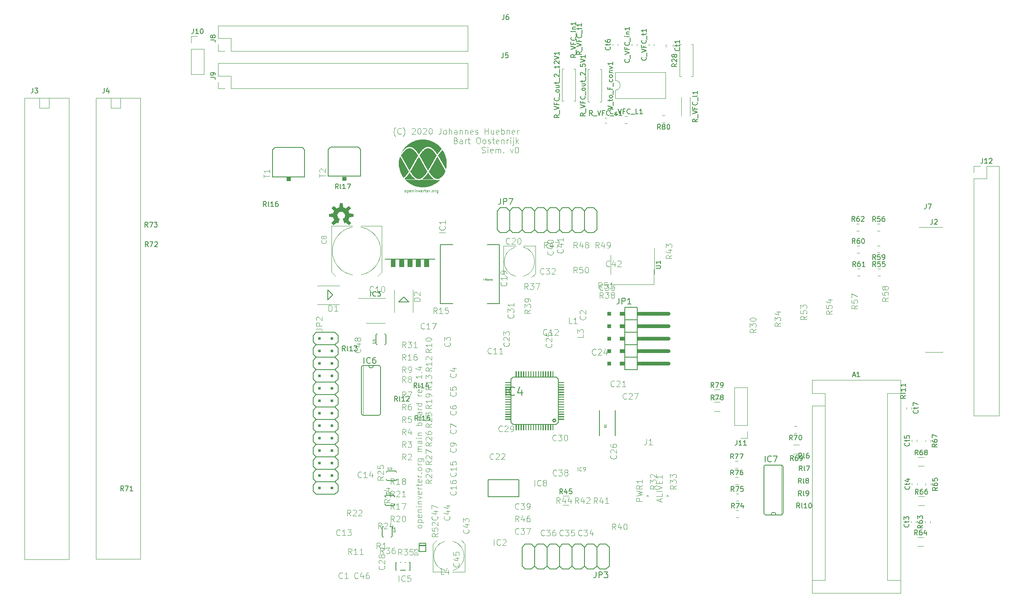
<source format=gbr>
G04 #@! TF.GenerationSoftware,KiCad,Pcbnew,5.1.5+dfsg1-2build2*
G04 #@! TF.CreationDate,2021-04-11T10:29:20+02:00*
G04 #@! TF.ProjectId,mainboardv3.4,6d61696e-626f-4617-9264-76332e342e6b,rev?*
G04 #@! TF.SameCoordinates,Original*
G04 #@! TF.FileFunction,Legend,Top*
G04 #@! TF.FilePolarity,Positive*
%FSLAX46Y46*%
G04 Gerber Fmt 4.6, Leading zero omitted, Abs format (unit mm)*
G04 Created by KiCad (PCBNEW 5.1.5+dfsg1-2build2) date 2021-04-11 10:29:20*
%MOMM*%
%LPD*%
G04 APERTURE LIST*
%ADD10C,0.120000*%
%ADD11C,0.101600*%
%ADD12C,0.152400*%
%ADD13C,0.100000*%
%ADD14C,0.203200*%
%ADD15C,0.254000*%
%ADD16C,0.127000*%
%ADD17C,0.762000*%
%ADD18C,0.063400*%
%ADD19C,0.125000*%
%ADD20C,0.050800*%
%ADD21C,0.150000*%
%ADD22C,0.096520*%
%ADD23C,0.120650*%
%ADD24C,0.077216*%
%ADD25C,0.032512*%
%ADD26C,0.135128*%
%ADD27C,0.065024*%
%ADD28C,0.061772*%
%ADD29C,0.048768*%
G04 APERTURE END LIST*
D10*
X140741400Y-73977500D02*
X140741400Y-70929500D01*
X132105400Y-73977500D02*
X140741400Y-73977500D01*
D11*
X93428547Y-123395440D02*
X93371095Y-123510345D01*
X93313642Y-123567798D01*
X93198738Y-123625250D01*
X92854023Y-123625250D01*
X92739119Y-123567798D01*
X92681666Y-123510345D01*
X92624214Y-123395440D01*
X92624214Y-123223083D01*
X92681666Y-123108179D01*
X92739119Y-123050726D01*
X92854023Y-122993274D01*
X93198738Y-122993274D01*
X93313642Y-123050726D01*
X93371095Y-123108179D01*
X93428547Y-123223083D01*
X93428547Y-123395440D01*
X92624214Y-122476202D02*
X93830714Y-122476202D01*
X92681666Y-122476202D02*
X92624214Y-122361298D01*
X92624214Y-122131488D01*
X92681666Y-122016583D01*
X92739119Y-121959131D01*
X92854023Y-121901679D01*
X93198738Y-121901679D01*
X93313642Y-121959131D01*
X93371095Y-122016583D01*
X93428547Y-122131488D01*
X93428547Y-122361298D01*
X93371095Y-122476202D01*
X93371095Y-120924988D02*
X93428547Y-121039893D01*
X93428547Y-121269702D01*
X93371095Y-121384607D01*
X93256190Y-121442060D01*
X92796571Y-121442060D01*
X92681666Y-121384607D01*
X92624214Y-121269702D01*
X92624214Y-121039893D01*
X92681666Y-120924988D01*
X92796571Y-120867536D01*
X92911476Y-120867536D01*
X93026380Y-121442060D01*
X92624214Y-120350464D02*
X93428547Y-120350464D01*
X92739119Y-120350464D02*
X92681666Y-120293012D01*
X92624214Y-120178107D01*
X92624214Y-120005750D01*
X92681666Y-119890845D01*
X92796571Y-119833393D01*
X93428547Y-119833393D01*
X93428547Y-119258869D02*
X92624214Y-119258869D01*
X92222047Y-119258869D02*
X92279500Y-119316321D01*
X92336952Y-119258869D01*
X92279500Y-119201417D01*
X92222047Y-119258869D01*
X92336952Y-119258869D01*
X92624214Y-118684345D02*
X93428547Y-118684345D01*
X92739119Y-118684345D02*
X92681666Y-118626893D01*
X92624214Y-118511988D01*
X92624214Y-118339631D01*
X92681666Y-118224726D01*
X92796571Y-118167274D01*
X93428547Y-118167274D01*
X92624214Y-117707655D02*
X93428547Y-117420393D01*
X92624214Y-117133131D01*
X93371095Y-116213893D02*
X93428547Y-116328798D01*
X93428547Y-116558607D01*
X93371095Y-116673512D01*
X93256190Y-116730964D01*
X92796571Y-116730964D01*
X92681666Y-116673512D01*
X92624214Y-116558607D01*
X92624214Y-116328798D01*
X92681666Y-116213893D01*
X92796571Y-116156440D01*
X92911476Y-116156440D01*
X93026380Y-116730964D01*
X93428547Y-115639369D02*
X92624214Y-115639369D01*
X92854023Y-115639369D02*
X92739119Y-115581917D01*
X92681666Y-115524464D01*
X92624214Y-115409560D01*
X92624214Y-115294655D01*
X92624214Y-115064845D02*
X92624214Y-114605226D01*
X92222047Y-114892488D02*
X93256190Y-114892488D01*
X93371095Y-114835036D01*
X93428547Y-114720131D01*
X93428547Y-114605226D01*
X93371095Y-113743440D02*
X93428547Y-113858345D01*
X93428547Y-114088155D01*
X93371095Y-114203060D01*
X93256190Y-114260512D01*
X92796571Y-114260512D01*
X92681666Y-114203060D01*
X92624214Y-114088155D01*
X92624214Y-113858345D01*
X92681666Y-113743440D01*
X92796571Y-113685988D01*
X92911476Y-113685988D01*
X93026380Y-114260512D01*
X93428547Y-113168917D02*
X92624214Y-113168917D01*
X92854023Y-113168917D02*
X92739119Y-113111464D01*
X92681666Y-113054012D01*
X92624214Y-112939107D01*
X92624214Y-112824202D01*
X93313642Y-112422036D02*
X93371095Y-112364583D01*
X93428547Y-112422036D01*
X93371095Y-112479488D01*
X93313642Y-112422036D01*
X93428547Y-112422036D01*
X93428547Y-111675155D02*
X93371095Y-111790060D01*
X93313642Y-111847512D01*
X93198738Y-111904964D01*
X92854023Y-111904964D01*
X92739119Y-111847512D01*
X92681666Y-111790060D01*
X92624214Y-111675155D01*
X92624214Y-111502798D01*
X92681666Y-111387893D01*
X92739119Y-111330440D01*
X92854023Y-111272988D01*
X93198738Y-111272988D01*
X93313642Y-111330440D01*
X93371095Y-111387893D01*
X93428547Y-111502798D01*
X93428547Y-111675155D01*
X93428547Y-110755917D02*
X92624214Y-110755917D01*
X92854023Y-110755917D02*
X92739119Y-110698464D01*
X92681666Y-110641012D01*
X92624214Y-110526107D01*
X92624214Y-110411202D01*
X92624214Y-109491964D02*
X93600904Y-109491964D01*
X93715809Y-109549417D01*
X93773261Y-109606869D01*
X93830714Y-109721774D01*
X93830714Y-109894131D01*
X93773261Y-110009036D01*
X93371095Y-109491964D02*
X93428547Y-109606869D01*
X93428547Y-109836679D01*
X93371095Y-109951583D01*
X93313642Y-110009036D01*
X93198738Y-110066488D01*
X92854023Y-110066488D01*
X92739119Y-110009036D01*
X92681666Y-109951583D01*
X92624214Y-109836679D01*
X92624214Y-109606869D01*
X92681666Y-109491964D01*
X93428547Y-107998202D02*
X92624214Y-107998202D01*
X92739119Y-107998202D02*
X92681666Y-107940750D01*
X92624214Y-107825845D01*
X92624214Y-107653488D01*
X92681666Y-107538583D01*
X92796571Y-107481131D01*
X93428547Y-107481131D01*
X92796571Y-107481131D02*
X92681666Y-107423679D01*
X92624214Y-107308774D01*
X92624214Y-107136417D01*
X92681666Y-107021512D01*
X92796571Y-106964060D01*
X93428547Y-106964060D01*
X93428547Y-105872464D02*
X92796571Y-105872464D01*
X92681666Y-105929917D01*
X92624214Y-106044821D01*
X92624214Y-106274631D01*
X92681666Y-106389536D01*
X93371095Y-105872464D02*
X93428547Y-105987369D01*
X93428547Y-106274631D01*
X93371095Y-106389536D01*
X93256190Y-106446988D01*
X93141285Y-106446988D01*
X93026380Y-106389536D01*
X92968928Y-106274631D01*
X92968928Y-105987369D01*
X92911476Y-105872464D01*
X93428547Y-105297940D02*
X92624214Y-105297940D01*
X92222047Y-105297940D02*
X92279500Y-105355393D01*
X92336952Y-105297940D01*
X92279500Y-105240488D01*
X92222047Y-105297940D01*
X92336952Y-105297940D01*
X92624214Y-104723417D02*
X93428547Y-104723417D01*
X92739119Y-104723417D02*
X92681666Y-104665964D01*
X92624214Y-104551060D01*
X92624214Y-104378702D01*
X92681666Y-104263798D01*
X92796571Y-104206345D01*
X93428547Y-104206345D01*
X93428547Y-102712583D02*
X92222047Y-102712583D01*
X92681666Y-102712583D02*
X92624214Y-102597679D01*
X92624214Y-102367869D01*
X92681666Y-102252964D01*
X92739119Y-102195512D01*
X92854023Y-102138060D01*
X93198738Y-102138060D01*
X93313642Y-102195512D01*
X93371095Y-102252964D01*
X93428547Y-102367869D01*
X93428547Y-102597679D01*
X93371095Y-102712583D01*
X93428547Y-101448631D02*
X93371095Y-101563536D01*
X93313642Y-101620988D01*
X93198738Y-101678440D01*
X92854023Y-101678440D01*
X92739119Y-101620988D01*
X92681666Y-101563536D01*
X92624214Y-101448631D01*
X92624214Y-101276274D01*
X92681666Y-101161369D01*
X92739119Y-101103917D01*
X92854023Y-101046464D01*
X93198738Y-101046464D01*
X93313642Y-101103917D01*
X93371095Y-101161369D01*
X93428547Y-101276274D01*
X93428547Y-101448631D01*
X93428547Y-100012321D02*
X92796571Y-100012321D01*
X92681666Y-100069774D01*
X92624214Y-100184679D01*
X92624214Y-100414488D01*
X92681666Y-100529393D01*
X93371095Y-100012321D02*
X93428547Y-100127226D01*
X93428547Y-100414488D01*
X93371095Y-100529393D01*
X93256190Y-100586845D01*
X93141285Y-100586845D01*
X93026380Y-100529393D01*
X92968928Y-100414488D01*
X92968928Y-100127226D01*
X92911476Y-100012321D01*
X93428547Y-99437798D02*
X92624214Y-99437798D01*
X92854023Y-99437798D02*
X92739119Y-99380345D01*
X92681666Y-99322893D01*
X92624214Y-99207988D01*
X92624214Y-99093083D01*
X93428547Y-98173845D02*
X92222047Y-98173845D01*
X93371095Y-98173845D02*
X93428547Y-98288750D01*
X93428547Y-98518560D01*
X93371095Y-98633464D01*
X93313642Y-98690917D01*
X93198738Y-98748369D01*
X92854023Y-98748369D01*
X92739119Y-98690917D01*
X92681666Y-98633464D01*
X92624214Y-98518560D01*
X92624214Y-98288750D01*
X92681666Y-98173845D01*
X93428547Y-96680083D02*
X92624214Y-96680083D01*
X92854023Y-96680083D02*
X92739119Y-96622631D01*
X92681666Y-96565179D01*
X92624214Y-96450274D01*
X92624214Y-96335369D01*
X93371095Y-95473583D02*
X93428547Y-95588488D01*
X93428547Y-95818298D01*
X93371095Y-95933202D01*
X93256190Y-95990655D01*
X92796571Y-95990655D01*
X92681666Y-95933202D01*
X92624214Y-95818298D01*
X92624214Y-95588488D01*
X92681666Y-95473583D01*
X92796571Y-95416131D01*
X92911476Y-95416131D01*
X93026380Y-95990655D01*
X92624214Y-95013964D02*
X93428547Y-94726702D01*
X92624214Y-94439440D01*
X93428547Y-92428607D02*
X93428547Y-93118036D01*
X93428547Y-92773321D02*
X92222047Y-92773321D01*
X92394404Y-92888226D01*
X92509309Y-93003131D01*
X92566761Y-93118036D01*
X93313642Y-91911536D02*
X93371095Y-91854083D01*
X93428547Y-91911536D01*
X93371095Y-91968988D01*
X93313642Y-91911536D01*
X93428547Y-91911536D01*
X92624214Y-90819940D02*
X93428547Y-90819940D01*
X92164595Y-91107202D02*
X93026380Y-91394464D01*
X93026380Y-90647583D01*
X88078612Y-43785366D02*
X88021159Y-43727914D01*
X87906255Y-43555557D01*
X87848802Y-43440652D01*
X87791350Y-43268295D01*
X87733898Y-42981033D01*
X87733898Y-42751223D01*
X87791350Y-42463961D01*
X87848802Y-42291604D01*
X87906255Y-42176700D01*
X88021159Y-42004342D01*
X88078612Y-41946890D01*
X89227659Y-43210842D02*
X89170207Y-43268295D01*
X88997850Y-43325747D01*
X88882945Y-43325747D01*
X88710588Y-43268295D01*
X88595683Y-43153390D01*
X88538231Y-43038485D01*
X88480779Y-42808676D01*
X88480779Y-42636319D01*
X88538231Y-42406509D01*
X88595683Y-42291604D01*
X88710588Y-42176700D01*
X88882945Y-42119247D01*
X88997850Y-42119247D01*
X89170207Y-42176700D01*
X89227659Y-42234152D01*
X89629826Y-43785366D02*
X89687279Y-43727914D01*
X89802183Y-43555557D01*
X89859636Y-43440652D01*
X89917088Y-43268295D01*
X89974540Y-42981033D01*
X89974540Y-42751223D01*
X89917088Y-42463961D01*
X89859636Y-42291604D01*
X89802183Y-42176700D01*
X89687279Y-42004342D01*
X89629826Y-41946890D01*
X91410850Y-42234152D02*
X91468302Y-42176700D01*
X91583207Y-42119247D01*
X91870469Y-42119247D01*
X91985374Y-42176700D01*
X92042826Y-42234152D01*
X92100279Y-42349057D01*
X92100279Y-42463961D01*
X92042826Y-42636319D01*
X91353398Y-43325747D01*
X92100279Y-43325747D01*
X92847159Y-42119247D02*
X92962064Y-42119247D01*
X93076969Y-42176700D01*
X93134421Y-42234152D01*
X93191874Y-42349057D01*
X93249326Y-42578866D01*
X93249326Y-42866128D01*
X93191874Y-43095938D01*
X93134421Y-43210842D01*
X93076969Y-43268295D01*
X92962064Y-43325747D01*
X92847159Y-43325747D01*
X92732255Y-43268295D01*
X92674802Y-43210842D01*
X92617350Y-43095938D01*
X92559898Y-42866128D01*
X92559898Y-42578866D01*
X92617350Y-42349057D01*
X92674802Y-42234152D01*
X92732255Y-42176700D01*
X92847159Y-42119247D01*
X93708945Y-42234152D02*
X93766398Y-42176700D01*
X93881302Y-42119247D01*
X94168564Y-42119247D01*
X94283469Y-42176700D01*
X94340921Y-42234152D01*
X94398374Y-42349057D01*
X94398374Y-42463961D01*
X94340921Y-42636319D01*
X93651493Y-43325747D01*
X94398374Y-43325747D01*
X95145255Y-42119247D02*
X95260159Y-42119247D01*
X95375064Y-42176700D01*
X95432517Y-42234152D01*
X95489969Y-42349057D01*
X95547421Y-42578866D01*
X95547421Y-42866128D01*
X95489969Y-43095938D01*
X95432517Y-43210842D01*
X95375064Y-43268295D01*
X95260159Y-43325747D01*
X95145255Y-43325747D01*
X95030350Y-43268295D01*
X94972898Y-43210842D01*
X94915445Y-43095938D01*
X94857993Y-42866128D01*
X94857993Y-42578866D01*
X94915445Y-42349057D01*
X94972898Y-42234152D01*
X95030350Y-42176700D01*
X95145255Y-42119247D01*
X97328445Y-42119247D02*
X97328445Y-42981033D01*
X97270993Y-43153390D01*
X97156088Y-43268295D01*
X96983731Y-43325747D01*
X96868826Y-43325747D01*
X98075326Y-43325747D02*
X97960421Y-43268295D01*
X97902969Y-43210842D01*
X97845517Y-43095938D01*
X97845517Y-42751223D01*
X97902969Y-42636319D01*
X97960421Y-42578866D01*
X98075326Y-42521414D01*
X98247683Y-42521414D01*
X98362588Y-42578866D01*
X98420040Y-42636319D01*
X98477493Y-42751223D01*
X98477493Y-43095938D01*
X98420040Y-43210842D01*
X98362588Y-43268295D01*
X98247683Y-43325747D01*
X98075326Y-43325747D01*
X98994564Y-43325747D02*
X98994564Y-42119247D01*
X99511636Y-43325747D02*
X99511636Y-42693771D01*
X99454183Y-42578866D01*
X99339279Y-42521414D01*
X99166921Y-42521414D01*
X99052017Y-42578866D01*
X98994564Y-42636319D01*
X100603231Y-43325747D02*
X100603231Y-42693771D01*
X100545779Y-42578866D01*
X100430874Y-42521414D01*
X100201064Y-42521414D01*
X100086159Y-42578866D01*
X100603231Y-43268295D02*
X100488326Y-43325747D01*
X100201064Y-43325747D01*
X100086159Y-43268295D01*
X100028707Y-43153390D01*
X100028707Y-43038485D01*
X100086159Y-42923580D01*
X100201064Y-42866128D01*
X100488326Y-42866128D01*
X100603231Y-42808676D01*
X101177755Y-42521414D02*
X101177755Y-43325747D01*
X101177755Y-42636319D02*
X101235207Y-42578866D01*
X101350112Y-42521414D01*
X101522469Y-42521414D01*
X101637374Y-42578866D01*
X101694826Y-42693771D01*
X101694826Y-43325747D01*
X102269350Y-42521414D02*
X102269350Y-43325747D01*
X102269350Y-42636319D02*
X102326802Y-42578866D01*
X102441707Y-42521414D01*
X102614064Y-42521414D01*
X102728969Y-42578866D01*
X102786421Y-42693771D01*
X102786421Y-43325747D01*
X103820564Y-43268295D02*
X103705660Y-43325747D01*
X103475850Y-43325747D01*
X103360945Y-43268295D01*
X103303493Y-43153390D01*
X103303493Y-42693771D01*
X103360945Y-42578866D01*
X103475850Y-42521414D01*
X103705660Y-42521414D01*
X103820564Y-42578866D01*
X103878017Y-42693771D01*
X103878017Y-42808676D01*
X103303493Y-42923580D01*
X104337636Y-43268295D02*
X104452540Y-43325747D01*
X104682350Y-43325747D01*
X104797255Y-43268295D01*
X104854707Y-43153390D01*
X104854707Y-43095938D01*
X104797255Y-42981033D01*
X104682350Y-42923580D01*
X104509993Y-42923580D01*
X104395088Y-42866128D01*
X104337636Y-42751223D01*
X104337636Y-42693771D01*
X104395088Y-42578866D01*
X104509993Y-42521414D01*
X104682350Y-42521414D01*
X104797255Y-42578866D01*
X106291017Y-43325747D02*
X106291017Y-42119247D01*
X106291017Y-42693771D02*
X106980445Y-42693771D01*
X106980445Y-43325747D02*
X106980445Y-42119247D01*
X108072040Y-42521414D02*
X108072040Y-43325747D01*
X107554969Y-42521414D02*
X107554969Y-43153390D01*
X107612421Y-43268295D01*
X107727326Y-43325747D01*
X107899683Y-43325747D01*
X108014588Y-43268295D01*
X108072040Y-43210842D01*
X109106183Y-43268295D02*
X108991279Y-43325747D01*
X108761469Y-43325747D01*
X108646564Y-43268295D01*
X108589112Y-43153390D01*
X108589112Y-42693771D01*
X108646564Y-42578866D01*
X108761469Y-42521414D01*
X108991279Y-42521414D01*
X109106183Y-42578866D01*
X109163636Y-42693771D01*
X109163636Y-42808676D01*
X108589112Y-42923580D01*
X109680707Y-43325747D02*
X109680707Y-42119247D01*
X109680707Y-42578866D02*
X109795612Y-42521414D01*
X110025421Y-42521414D01*
X110140326Y-42578866D01*
X110197779Y-42636319D01*
X110255231Y-42751223D01*
X110255231Y-43095938D01*
X110197779Y-43210842D01*
X110140326Y-43268295D01*
X110025421Y-43325747D01*
X109795612Y-43325747D01*
X109680707Y-43268295D01*
X110772302Y-42521414D02*
X110772302Y-43325747D01*
X110772302Y-42636319D02*
X110829755Y-42578866D01*
X110944660Y-42521414D01*
X111117017Y-42521414D01*
X111231921Y-42578866D01*
X111289374Y-42693771D01*
X111289374Y-43325747D01*
X112323517Y-43268295D02*
X112208612Y-43325747D01*
X111978802Y-43325747D01*
X111863898Y-43268295D01*
X111806445Y-43153390D01*
X111806445Y-42693771D01*
X111863898Y-42578866D01*
X111978802Y-42521414D01*
X112208612Y-42521414D01*
X112323517Y-42578866D01*
X112380969Y-42693771D01*
X112380969Y-42808676D01*
X111806445Y-42923580D01*
X112898040Y-43325747D02*
X112898040Y-42521414D01*
X112898040Y-42751223D02*
X112955493Y-42636319D01*
X113012945Y-42578866D01*
X113127850Y-42521414D01*
X113242755Y-42521414D01*
X100373421Y-44605121D02*
X100545779Y-44662573D01*
X100603231Y-44720026D01*
X100660683Y-44834930D01*
X100660683Y-45007288D01*
X100603231Y-45122192D01*
X100545779Y-45179645D01*
X100430874Y-45237097D01*
X99971255Y-45237097D01*
X99971255Y-44030597D01*
X100373421Y-44030597D01*
X100488326Y-44088050D01*
X100545779Y-44145502D01*
X100603231Y-44260407D01*
X100603231Y-44375311D01*
X100545779Y-44490216D01*
X100488326Y-44547669D01*
X100373421Y-44605121D01*
X99971255Y-44605121D01*
X101694826Y-45237097D02*
X101694826Y-44605121D01*
X101637374Y-44490216D01*
X101522469Y-44432764D01*
X101292659Y-44432764D01*
X101177755Y-44490216D01*
X101694826Y-45179645D02*
X101579921Y-45237097D01*
X101292659Y-45237097D01*
X101177755Y-45179645D01*
X101120302Y-45064740D01*
X101120302Y-44949835D01*
X101177755Y-44834930D01*
X101292659Y-44777478D01*
X101579921Y-44777478D01*
X101694826Y-44720026D01*
X102269350Y-45237097D02*
X102269350Y-44432764D01*
X102269350Y-44662573D02*
X102326802Y-44547669D01*
X102384255Y-44490216D01*
X102499159Y-44432764D01*
X102614064Y-44432764D01*
X102843874Y-44432764D02*
X103303493Y-44432764D01*
X103016231Y-44030597D02*
X103016231Y-45064740D01*
X103073683Y-45179645D01*
X103188588Y-45237097D01*
X103303493Y-45237097D01*
X104854707Y-44030597D02*
X105084517Y-44030597D01*
X105199421Y-44088050D01*
X105314326Y-44202954D01*
X105371779Y-44432764D01*
X105371779Y-44834930D01*
X105314326Y-45064740D01*
X105199421Y-45179645D01*
X105084517Y-45237097D01*
X104854707Y-45237097D01*
X104739802Y-45179645D01*
X104624898Y-45064740D01*
X104567445Y-44834930D01*
X104567445Y-44432764D01*
X104624898Y-44202954D01*
X104739802Y-44088050D01*
X104854707Y-44030597D01*
X106061207Y-45237097D02*
X105946302Y-45179645D01*
X105888850Y-45122192D01*
X105831398Y-45007288D01*
X105831398Y-44662573D01*
X105888850Y-44547669D01*
X105946302Y-44490216D01*
X106061207Y-44432764D01*
X106233564Y-44432764D01*
X106348469Y-44490216D01*
X106405921Y-44547669D01*
X106463374Y-44662573D01*
X106463374Y-45007288D01*
X106405921Y-45122192D01*
X106348469Y-45179645D01*
X106233564Y-45237097D01*
X106061207Y-45237097D01*
X106922993Y-45179645D02*
X107037898Y-45237097D01*
X107267707Y-45237097D01*
X107382612Y-45179645D01*
X107440064Y-45064740D01*
X107440064Y-45007288D01*
X107382612Y-44892383D01*
X107267707Y-44834930D01*
X107095350Y-44834930D01*
X106980445Y-44777478D01*
X106922993Y-44662573D01*
X106922993Y-44605121D01*
X106980445Y-44490216D01*
X107095350Y-44432764D01*
X107267707Y-44432764D01*
X107382612Y-44490216D01*
X107784779Y-44432764D02*
X108244398Y-44432764D01*
X107957136Y-44030597D02*
X107957136Y-45064740D01*
X108014588Y-45179645D01*
X108129493Y-45237097D01*
X108244398Y-45237097D01*
X109106183Y-45179645D02*
X108991279Y-45237097D01*
X108761469Y-45237097D01*
X108646564Y-45179645D01*
X108589112Y-45064740D01*
X108589112Y-44605121D01*
X108646564Y-44490216D01*
X108761469Y-44432764D01*
X108991279Y-44432764D01*
X109106183Y-44490216D01*
X109163636Y-44605121D01*
X109163636Y-44720026D01*
X108589112Y-44834930D01*
X109680707Y-44432764D02*
X109680707Y-45237097D01*
X109680707Y-44547669D02*
X109738160Y-44490216D01*
X109853064Y-44432764D01*
X110025421Y-44432764D01*
X110140326Y-44490216D01*
X110197779Y-44605121D01*
X110197779Y-45237097D01*
X110772302Y-45237097D02*
X110772302Y-44432764D01*
X110772302Y-44662573D02*
X110829755Y-44547669D01*
X110887207Y-44490216D01*
X111002112Y-44432764D01*
X111117017Y-44432764D01*
X111519183Y-45237097D02*
X111519183Y-44432764D01*
X111519183Y-44030597D02*
X111461731Y-44088050D01*
X111519183Y-44145502D01*
X111576636Y-44088050D01*
X111519183Y-44030597D01*
X111519183Y-44145502D01*
X112093707Y-44432764D02*
X112093707Y-45466907D01*
X112036255Y-45581811D01*
X111921350Y-45639264D01*
X111863898Y-45639264D01*
X112093707Y-44030597D02*
X112036255Y-44088050D01*
X112093707Y-44145502D01*
X112151160Y-44088050D01*
X112093707Y-44030597D01*
X112093707Y-44145502D01*
X112668231Y-45237097D02*
X112668231Y-44030597D01*
X112783136Y-44777478D02*
X113127850Y-45237097D01*
X113127850Y-44432764D02*
X112668231Y-44892383D01*
X105659040Y-47090995D02*
X105831398Y-47148447D01*
X106118660Y-47148447D01*
X106233564Y-47090995D01*
X106291017Y-47033542D01*
X106348469Y-46918638D01*
X106348469Y-46803733D01*
X106291017Y-46688828D01*
X106233564Y-46631376D01*
X106118660Y-46573923D01*
X105888850Y-46516471D01*
X105773945Y-46459019D01*
X105716493Y-46401566D01*
X105659040Y-46286661D01*
X105659040Y-46171757D01*
X105716493Y-46056852D01*
X105773945Y-45999400D01*
X105888850Y-45941947D01*
X106176112Y-45941947D01*
X106348469Y-45999400D01*
X106865540Y-47148447D02*
X106865540Y-46344114D01*
X106865540Y-45941947D02*
X106808088Y-45999400D01*
X106865540Y-46056852D01*
X106922993Y-45999400D01*
X106865540Y-45941947D01*
X106865540Y-46056852D01*
X107899683Y-47090995D02*
X107784779Y-47148447D01*
X107554969Y-47148447D01*
X107440064Y-47090995D01*
X107382612Y-46976090D01*
X107382612Y-46516471D01*
X107440064Y-46401566D01*
X107554969Y-46344114D01*
X107784779Y-46344114D01*
X107899683Y-46401566D01*
X107957136Y-46516471D01*
X107957136Y-46631376D01*
X107382612Y-46746280D01*
X108474207Y-47148447D02*
X108474207Y-46344114D01*
X108474207Y-46459019D02*
X108531660Y-46401566D01*
X108646564Y-46344114D01*
X108818921Y-46344114D01*
X108933826Y-46401566D01*
X108991279Y-46516471D01*
X108991279Y-47148447D01*
X108991279Y-46516471D02*
X109048731Y-46401566D01*
X109163636Y-46344114D01*
X109335993Y-46344114D01*
X109450898Y-46401566D01*
X109508350Y-46516471D01*
X109508350Y-47148447D01*
X110082874Y-47033542D02*
X110140326Y-47090995D01*
X110082874Y-47148447D01*
X110025421Y-47090995D01*
X110082874Y-47033542D01*
X110082874Y-47148447D01*
X111461731Y-46344114D02*
X111748993Y-47148447D01*
X112036255Y-46344114D01*
X112725683Y-45941947D02*
X112840588Y-45941947D01*
X112955493Y-45999400D01*
X113012945Y-46056852D01*
X113070398Y-46171757D01*
X113127850Y-46401566D01*
X113127850Y-46688828D01*
X113070398Y-46918638D01*
X113012945Y-47033542D01*
X112955493Y-47090995D01*
X112840588Y-47148447D01*
X112725683Y-47148447D01*
X112610779Y-47090995D01*
X112553326Y-47033542D01*
X112495874Y-46918638D01*
X112438421Y-46688828D01*
X112438421Y-46401566D01*
X112495874Y-46171757D01*
X112553326Y-46056852D01*
X112610779Y-45999400D01*
X112725683Y-45941947D01*
D10*
X83999160Y-81894360D02*
X85949160Y-81894360D01*
X83999160Y-81894360D02*
X82049160Y-81894360D01*
X83999160Y-76774360D02*
X85949160Y-76774360D01*
X83999160Y-76774360D02*
X80549160Y-76774360D01*
D12*
X131673500Y-127541100D02*
X131038500Y-126906100D01*
X129768500Y-126906100D02*
X129133500Y-127541100D01*
X129133500Y-127541100D02*
X128498500Y-126906100D01*
X127228500Y-126906100D02*
X126593500Y-127541100D01*
X126593500Y-127541100D02*
X125958500Y-126906100D01*
X124688500Y-126906100D02*
X124053500Y-127541100D01*
X124053500Y-127541100D02*
X123418500Y-126906100D01*
X122148500Y-126906100D02*
X121513500Y-127541100D01*
X121513500Y-127541100D02*
X120878500Y-126906100D01*
X119608500Y-126906100D02*
X118973500Y-127541100D01*
X118973500Y-127541100D02*
X118338500Y-126906100D01*
X117068500Y-126906100D02*
X116433500Y-127541100D01*
X131673500Y-127541100D02*
X131673500Y-131351100D01*
X131673500Y-131351100D02*
X131038500Y-131986100D01*
X131038500Y-131986100D02*
X129768500Y-131986100D01*
X129768500Y-131986100D02*
X129133500Y-131351100D01*
X129133500Y-131351100D02*
X128498500Y-131986100D01*
X128498500Y-131986100D02*
X127228500Y-131986100D01*
X127228500Y-131986100D02*
X126593500Y-131351100D01*
X126593500Y-131351100D02*
X125958500Y-131986100D01*
X125958500Y-131986100D02*
X124688500Y-131986100D01*
X124688500Y-131986100D02*
X124053500Y-131351100D01*
X124053500Y-131351100D02*
X123418500Y-131986100D01*
X123418500Y-131986100D02*
X122148500Y-131986100D01*
X122148500Y-131986100D02*
X121513500Y-131351100D01*
X121513500Y-131351100D02*
X120878500Y-131986100D01*
X120878500Y-131986100D02*
X119608500Y-131986100D01*
X119608500Y-131986100D02*
X118973500Y-131351100D01*
X118973500Y-131351100D02*
X118338500Y-131986100D01*
X118338500Y-131986100D02*
X117068500Y-131986100D01*
X117068500Y-131986100D02*
X116433500Y-131351100D01*
X129133500Y-131351100D02*
X129133500Y-127541100D01*
X126593500Y-131351100D02*
X126593500Y-127541100D01*
X124053500Y-131351100D02*
X124053500Y-127541100D01*
X121513500Y-131351100D02*
X121513500Y-127541100D01*
X118973500Y-131351100D02*
X118973500Y-127541100D01*
X116433500Y-131351100D02*
X116433500Y-127541100D01*
X118338500Y-126906100D02*
X117068500Y-126906100D01*
X120878500Y-126906100D02*
X119608500Y-126906100D01*
X123418500Y-126906100D02*
X122148500Y-126906100D01*
X125958500Y-126906100D02*
X124688500Y-126906100D01*
X128498500Y-126906100D02*
X127228500Y-126906100D01*
X131038500Y-126906100D02*
X129768500Y-126906100D01*
X116433500Y-127541100D02*
X115798500Y-126906100D01*
X114528500Y-126906100D02*
X113893500Y-127541100D01*
X116433500Y-131351100D02*
X115798500Y-131986100D01*
X115798500Y-131986100D02*
X114528500Y-131986100D01*
X114528500Y-131986100D02*
X113893500Y-131351100D01*
X113893500Y-131351100D02*
X113893500Y-127541100D01*
X115798500Y-126906100D02*
X114528500Y-126906100D01*
X75717400Y-116746100D02*
X76352400Y-116111100D01*
X76352400Y-116111100D02*
X76352400Y-114841100D01*
X76352400Y-114841100D02*
X75717400Y-114206100D01*
X75717400Y-114206100D02*
X76352400Y-113571100D01*
X76352400Y-113571100D02*
X76352400Y-112301100D01*
X76352400Y-112301100D02*
X75717400Y-111666100D01*
X75717400Y-111666100D02*
X76352400Y-111031100D01*
X76352400Y-111031100D02*
X76352400Y-109761100D01*
X76352400Y-109761100D02*
X75717400Y-109126100D01*
X75717400Y-109126100D02*
X76352400Y-108491100D01*
X76352400Y-108491100D02*
X76352400Y-107221100D01*
X76352400Y-107221100D02*
X75717400Y-106586100D01*
X75717400Y-106586100D02*
X76352400Y-105951100D01*
X76352400Y-105951100D02*
X76352400Y-104681100D01*
X76352400Y-104681100D02*
X75717400Y-104046100D01*
X75717400Y-104046100D02*
X76352400Y-103411100D01*
X76352400Y-103411100D02*
X76352400Y-102141100D01*
X76352400Y-102141100D02*
X75717400Y-101506100D01*
X75717400Y-116746100D02*
X71907400Y-116746100D01*
X71907400Y-116746100D02*
X71272400Y-116111100D01*
X71272400Y-116111100D02*
X71272400Y-114841100D01*
X71272400Y-114841100D02*
X71907400Y-114206100D01*
X71907400Y-114206100D02*
X71272400Y-113571100D01*
X71272400Y-113571100D02*
X71272400Y-112301100D01*
X71272400Y-112301100D02*
X71907400Y-111666100D01*
X71907400Y-111666100D02*
X71272400Y-111031100D01*
X71272400Y-111031100D02*
X71272400Y-109761100D01*
X71272400Y-109761100D02*
X71907400Y-109126100D01*
X71907400Y-109126100D02*
X71272400Y-108491100D01*
X71272400Y-108491100D02*
X71272400Y-107221100D01*
X71272400Y-107221100D02*
X71907400Y-106586100D01*
X71907400Y-106586100D02*
X71272400Y-105951100D01*
X71272400Y-105951100D02*
X71272400Y-104681100D01*
X71272400Y-104681100D02*
X71907400Y-104046100D01*
X71907400Y-104046100D02*
X71272400Y-103411100D01*
X71272400Y-103411100D02*
X71272400Y-102141100D01*
X71272400Y-102141100D02*
X71907400Y-101506100D01*
X71907400Y-101506100D02*
X71272400Y-100871100D01*
X71272400Y-100871100D02*
X71272400Y-99601100D01*
X71272400Y-99601100D02*
X71907400Y-98966100D01*
X71907400Y-98966100D02*
X71272400Y-98331100D01*
X71272400Y-98331100D02*
X71272400Y-97061100D01*
X71272400Y-97061100D02*
X71907400Y-96426100D01*
X71907400Y-96426100D02*
X71272400Y-95791100D01*
X71272400Y-95791100D02*
X71272400Y-94521100D01*
X71272400Y-94521100D02*
X71907400Y-93886100D01*
X71907400Y-93886100D02*
X71272400Y-93251100D01*
X71272400Y-93251100D02*
X71272400Y-91981100D01*
X71272400Y-91981100D02*
X71907400Y-91346100D01*
X71907400Y-91346100D02*
X71272400Y-90711100D01*
X71272400Y-90711100D02*
X71272400Y-89441100D01*
X71272400Y-89441100D02*
X71907400Y-88806100D01*
X71907400Y-88806100D02*
X71272400Y-88171100D01*
X71272400Y-88171100D02*
X71272400Y-86901100D01*
X71907400Y-86266100D02*
X71272400Y-86901100D01*
X75717400Y-86266100D02*
X76352400Y-86901100D01*
X76352400Y-86901100D02*
X76352400Y-88171100D01*
X75717400Y-88806100D02*
X76352400Y-88171100D01*
X75717400Y-88806100D02*
X76352400Y-89441100D01*
X76352400Y-89441100D02*
X76352400Y-90711100D01*
X75717400Y-91346100D02*
X76352400Y-90711100D01*
X75717400Y-91346100D02*
X76352400Y-91981100D01*
X76352400Y-91981100D02*
X76352400Y-93251100D01*
X75717400Y-93886100D02*
X76352400Y-93251100D01*
X75717400Y-93886100D02*
X76352400Y-94521100D01*
X76352400Y-94521100D02*
X76352400Y-95791100D01*
X75717400Y-96426100D02*
X76352400Y-95791100D01*
X75717400Y-96426100D02*
X76352400Y-97061100D01*
X76352400Y-97061100D02*
X76352400Y-98331100D01*
X75717400Y-98966100D02*
X76352400Y-98331100D01*
X75717400Y-98966100D02*
X76352400Y-99601100D01*
X76352400Y-99601100D02*
X76352400Y-100871100D01*
X75717400Y-101506100D02*
X76352400Y-100871100D01*
X71907400Y-114206100D02*
X75717400Y-114206100D01*
X71907400Y-111666100D02*
X75717400Y-111666100D01*
X71907400Y-109126100D02*
X75717400Y-109126100D01*
X71907400Y-106586100D02*
X75717400Y-106586100D01*
X71907400Y-104046100D02*
X75717400Y-104046100D01*
X71907400Y-101506100D02*
X75717400Y-101506100D01*
X71907400Y-98966100D02*
X75717400Y-98966100D01*
X71907400Y-96426100D02*
X75717400Y-96426100D01*
X71907400Y-93886100D02*
X75717400Y-93886100D01*
X71907400Y-91346100D02*
X75717400Y-91346100D01*
X71907400Y-88806100D02*
X75717400Y-88806100D01*
X71907400Y-86266100D02*
X75717400Y-86266100D01*
X71907400Y-86266100D02*
X71272400Y-85631100D01*
X71272400Y-85631100D02*
X71272400Y-84361100D01*
X71907400Y-83726100D02*
X71272400Y-84361100D01*
X75717400Y-83726100D02*
X76352400Y-84361100D01*
X76352400Y-84361100D02*
X76352400Y-85631100D01*
X75717400Y-86266100D02*
X76352400Y-85631100D01*
X71907400Y-83726100D02*
X75717400Y-83726100D01*
D13*
G36*
X75336400Y-115730100D02*
G01*
X75336400Y-115222100D01*
X74828400Y-115222100D01*
X74828400Y-115730100D01*
X75336400Y-115730100D01*
G37*
G36*
X72796400Y-115730100D02*
G01*
X72796400Y-115222100D01*
X72288400Y-115222100D01*
X72288400Y-115730100D01*
X72796400Y-115730100D01*
G37*
G36*
X72796400Y-113190100D02*
G01*
X72796400Y-112682100D01*
X72288400Y-112682100D01*
X72288400Y-113190100D01*
X72796400Y-113190100D01*
G37*
G36*
X75336400Y-113190100D02*
G01*
X75336400Y-112682100D01*
X74828400Y-112682100D01*
X74828400Y-113190100D01*
X75336400Y-113190100D01*
G37*
G36*
X72796400Y-110650100D02*
G01*
X72796400Y-110142100D01*
X72288400Y-110142100D01*
X72288400Y-110650100D01*
X72796400Y-110650100D01*
G37*
G36*
X75336400Y-110650100D02*
G01*
X75336400Y-110142100D01*
X74828400Y-110142100D01*
X74828400Y-110650100D01*
X75336400Y-110650100D01*
G37*
G36*
X72796400Y-108110100D02*
G01*
X72796400Y-107602100D01*
X72288400Y-107602100D01*
X72288400Y-108110100D01*
X72796400Y-108110100D01*
G37*
G36*
X72796400Y-105570100D02*
G01*
X72796400Y-105062100D01*
X72288400Y-105062100D01*
X72288400Y-105570100D01*
X72796400Y-105570100D01*
G37*
G36*
X72796400Y-103030100D02*
G01*
X72796400Y-102522100D01*
X72288400Y-102522100D01*
X72288400Y-103030100D01*
X72796400Y-103030100D01*
G37*
G36*
X75336400Y-108110100D02*
G01*
X75336400Y-107602100D01*
X74828400Y-107602100D01*
X74828400Y-108110100D01*
X75336400Y-108110100D01*
G37*
G36*
X75336400Y-105570100D02*
G01*
X75336400Y-105062100D01*
X74828400Y-105062100D01*
X74828400Y-105570100D01*
X75336400Y-105570100D01*
G37*
G36*
X75336400Y-103030100D02*
G01*
X75336400Y-102522100D01*
X74828400Y-102522100D01*
X74828400Y-103030100D01*
X75336400Y-103030100D01*
G37*
G36*
X72796400Y-100490100D02*
G01*
X72796400Y-99982100D01*
X72288400Y-99982100D01*
X72288400Y-100490100D01*
X72796400Y-100490100D01*
G37*
G36*
X75336400Y-100490100D02*
G01*
X75336400Y-99982100D01*
X74828400Y-99982100D01*
X74828400Y-100490100D01*
X75336400Y-100490100D01*
G37*
G36*
X72796400Y-97950100D02*
G01*
X72796400Y-97442100D01*
X72288400Y-97442100D01*
X72288400Y-97950100D01*
X72796400Y-97950100D01*
G37*
G36*
X75336400Y-97950100D02*
G01*
X75336400Y-97442100D01*
X74828400Y-97442100D01*
X74828400Y-97950100D01*
X75336400Y-97950100D01*
G37*
G36*
X72796400Y-95410100D02*
G01*
X72796400Y-94902100D01*
X72288400Y-94902100D01*
X72288400Y-95410100D01*
X72796400Y-95410100D01*
G37*
G36*
X75336400Y-95410100D02*
G01*
X75336400Y-94902100D01*
X74828400Y-94902100D01*
X74828400Y-95410100D01*
X75336400Y-95410100D01*
G37*
G36*
X72796400Y-92870100D02*
G01*
X72796400Y-92362100D01*
X72288400Y-92362100D01*
X72288400Y-92870100D01*
X72796400Y-92870100D01*
G37*
G36*
X75336400Y-92870100D02*
G01*
X75336400Y-92362100D01*
X74828400Y-92362100D01*
X74828400Y-92870100D01*
X75336400Y-92870100D01*
G37*
G36*
X72796400Y-90330100D02*
G01*
X72796400Y-89822100D01*
X72288400Y-89822100D01*
X72288400Y-90330100D01*
X72796400Y-90330100D01*
G37*
G36*
X75336400Y-90330100D02*
G01*
X75336400Y-89822100D01*
X74828400Y-89822100D01*
X74828400Y-90330100D01*
X75336400Y-90330100D01*
G37*
G36*
X72796400Y-87790100D02*
G01*
X72796400Y-87282100D01*
X72288400Y-87282100D01*
X72288400Y-87790100D01*
X72796400Y-87790100D01*
G37*
G36*
X75336400Y-87790100D02*
G01*
X75336400Y-87282100D01*
X74828400Y-87282100D01*
X74828400Y-87790100D01*
X75336400Y-87790100D01*
G37*
G36*
X72796400Y-85250100D02*
G01*
X72796400Y-84742100D01*
X72288400Y-84742100D01*
X72288400Y-85250100D01*
X72796400Y-85250100D01*
G37*
G36*
X75336400Y-85250100D02*
G01*
X75336400Y-84742100D01*
X74828400Y-84742100D01*
X74828400Y-85250100D01*
X75336400Y-85250100D01*
G37*
D12*
X108813500Y-62771100D02*
X109448500Y-63406100D01*
X110718500Y-63406100D02*
X111353500Y-62771100D01*
X111353500Y-62771100D02*
X111988500Y-63406100D01*
X113258500Y-63406100D02*
X113893500Y-62771100D01*
X113893500Y-62771100D02*
X114528500Y-63406100D01*
X115798500Y-63406100D02*
X116433500Y-62771100D01*
X116433500Y-62771100D02*
X117068500Y-63406100D01*
X118338500Y-63406100D02*
X118973500Y-62771100D01*
X118973500Y-62771100D02*
X119608500Y-63406100D01*
X120878500Y-63406100D02*
X121513500Y-62771100D01*
X121513500Y-62771100D02*
X122148500Y-63406100D01*
X123418500Y-63406100D02*
X124053500Y-62771100D01*
X108813500Y-62771100D02*
X108813500Y-58961100D01*
X108813500Y-58961100D02*
X109448500Y-58326100D01*
X109448500Y-58326100D02*
X110718500Y-58326100D01*
X110718500Y-58326100D02*
X111353500Y-58961100D01*
X111353500Y-58961100D02*
X111988500Y-58326100D01*
X111988500Y-58326100D02*
X113258500Y-58326100D01*
X113258500Y-58326100D02*
X113893500Y-58961100D01*
X113893500Y-58961100D02*
X114528500Y-58326100D01*
X114528500Y-58326100D02*
X115798500Y-58326100D01*
X115798500Y-58326100D02*
X116433500Y-58961100D01*
X116433500Y-58961100D02*
X117068500Y-58326100D01*
X117068500Y-58326100D02*
X118338500Y-58326100D01*
X118338500Y-58326100D02*
X118973500Y-58961100D01*
X118973500Y-58961100D02*
X119608500Y-58326100D01*
X119608500Y-58326100D02*
X120878500Y-58326100D01*
X120878500Y-58326100D02*
X121513500Y-58961100D01*
X121513500Y-58961100D02*
X122148500Y-58326100D01*
X122148500Y-58326100D02*
X123418500Y-58326100D01*
X123418500Y-58326100D02*
X124053500Y-58961100D01*
X124053500Y-58961100D02*
X124688500Y-58326100D01*
X124688500Y-58326100D02*
X125958500Y-58326100D01*
X125958500Y-58326100D02*
X126593500Y-58961100D01*
X126593500Y-62771100D02*
X125958500Y-63406100D01*
X124053500Y-62771100D02*
X124688500Y-63406100D01*
X111353500Y-58961100D02*
X111353500Y-62771100D01*
X113893500Y-58961100D02*
X113893500Y-62771100D01*
X116433500Y-58961100D02*
X116433500Y-62771100D01*
X118973500Y-58961100D02*
X118973500Y-62771100D01*
X121513500Y-58961100D02*
X121513500Y-62771100D01*
X124053500Y-58961100D02*
X124053500Y-62771100D01*
X126593500Y-58961100D02*
X126593500Y-62771100D01*
X124688500Y-63406100D02*
X125958500Y-63406100D01*
X122148500Y-63406100D02*
X123418500Y-63406100D01*
X119608500Y-63406100D02*
X120878500Y-63406100D01*
X117068500Y-63406100D02*
X118338500Y-63406100D01*
X114528500Y-63406100D02*
X115798500Y-63406100D01*
X111988500Y-63406100D02*
X113258500Y-63406100D01*
X109448500Y-63406100D02*
X110718500Y-63406100D01*
X126593500Y-58961100D02*
X127228500Y-58326100D01*
X127228500Y-58326100D02*
X128498500Y-58326100D01*
X128498500Y-58326100D02*
X129133500Y-58961100D01*
X129133500Y-62771100D02*
X128498500Y-63406100D01*
X126593500Y-62771100D02*
X127228500Y-63406100D01*
X129133500Y-58961100D02*
X129133500Y-62771100D01*
X127228500Y-63406100D02*
X128498500Y-63406100D01*
D11*
X114136000Y-66081100D02*
X116586000Y-66081100D01*
X116586000Y-66081100D02*
X116586000Y-71781100D01*
X116586000Y-71781100D02*
X115786000Y-72581100D01*
X110886000Y-72581100D02*
X110086000Y-71781100D01*
X110086000Y-71781100D02*
X110086000Y-66081100D01*
X110086000Y-66081100D02*
X112636000Y-66081100D01*
X112486000Y-66356100D02*
G75*
G03X112561000Y-72331100I844900J-2977365D01*
G01*
X114186000Y-72306100D02*
G75*
G03X114111000Y-66331100I-844900J2977365D01*
G01*
X81033500Y-62058600D02*
X85258500Y-62058600D01*
X85258500Y-62058600D02*
X85258500Y-71458600D01*
X85258500Y-71458600D02*
X84458500Y-72258600D01*
X75858500Y-72258600D02*
X75058500Y-71458600D01*
X75058500Y-71458600D02*
X75058500Y-62058600D01*
X75058500Y-62058600D02*
X79308500Y-62058600D01*
X79308502Y-62283600D02*
G75*
G03X79308500Y-72033600I848199J-4875000D01*
G01*
X81008498Y-72033600D02*
G75*
G03X81008500Y-62283600I-848199J4875000D01*
G01*
D14*
X106751000Y-77873600D02*
X109251000Y-77873600D01*
X109251000Y-77873600D02*
X109251000Y-65873600D01*
X109251000Y-65873600D02*
X106751000Y-65873600D01*
X99751000Y-65873600D02*
X97251000Y-65873600D01*
X97251000Y-65873600D02*
X97251000Y-77873600D01*
X97251000Y-77873600D02*
X99751000Y-77873600D01*
D11*
X91668500Y-75115500D02*
X91668500Y-79636700D01*
X87858500Y-75115500D02*
X87858500Y-79636700D01*
D14*
X90763500Y-77569100D02*
X89763500Y-76546100D01*
X89763500Y-76546100D02*
X88763500Y-77569100D01*
X88763500Y-77569100D02*
X90763500Y-77569100D01*
X121233500Y-102096100D02*
X120833500Y-102496100D01*
X120833500Y-102496100D02*
X112033500Y-102496100D01*
X112033500Y-102496100D02*
X111633500Y-102096100D01*
X111633500Y-102096100D02*
X111633500Y-93296100D01*
X111633500Y-93296100D02*
X112033500Y-92896100D01*
X112033500Y-92896100D02*
X120833500Y-92896100D01*
X120833500Y-92896100D02*
X121233500Y-93296100D01*
X121233500Y-93296100D02*
X121233500Y-102096100D01*
D15*
X120716200Y-101696100D02*
G75*
G03X120716200Y-101696100I-282700J0D01*
G01*
D13*
G36*
X122433500Y-101346100D02*
G01*
X121233500Y-101346100D01*
X121233500Y-101546100D01*
X122433500Y-101546100D01*
X122433500Y-101346100D01*
G37*
G36*
X122433500Y-100846100D02*
G01*
X121233500Y-100846100D01*
X121233500Y-101046100D01*
X122433500Y-101046100D01*
X122433500Y-100846100D01*
G37*
G36*
X122433500Y-100346100D02*
G01*
X121233500Y-100346100D01*
X121233500Y-100546100D01*
X122433500Y-100546100D01*
X122433500Y-100346100D01*
G37*
G36*
X122433500Y-99846100D02*
G01*
X121233500Y-99846100D01*
X121233500Y-100046100D01*
X122433500Y-100046100D01*
X122433500Y-99846100D01*
G37*
G36*
X122433500Y-99346100D02*
G01*
X121233500Y-99346100D01*
X121233500Y-99546100D01*
X122433500Y-99546100D01*
X122433500Y-99346100D01*
G37*
G36*
X122433500Y-98846100D02*
G01*
X121233500Y-98846100D01*
X121233500Y-99046100D01*
X122433500Y-99046100D01*
X122433500Y-98846100D01*
G37*
G36*
X122433500Y-98346100D02*
G01*
X121233500Y-98346100D01*
X121233500Y-98546100D01*
X122433500Y-98546100D01*
X122433500Y-98346100D01*
G37*
G36*
X122433500Y-97846100D02*
G01*
X121233500Y-97846100D01*
X121233500Y-98046100D01*
X122433500Y-98046100D01*
X122433500Y-97846100D01*
G37*
G36*
X122433500Y-97346100D02*
G01*
X121233500Y-97346100D01*
X121233500Y-97546100D01*
X122433500Y-97546100D01*
X122433500Y-97346100D01*
G37*
G36*
X122433500Y-96846100D02*
G01*
X121233500Y-96846100D01*
X121233500Y-97046100D01*
X122433500Y-97046100D01*
X122433500Y-96846100D01*
G37*
G36*
X122433500Y-96346100D02*
G01*
X121233500Y-96346100D01*
X121233500Y-96546100D01*
X122433500Y-96546100D01*
X122433500Y-96346100D01*
G37*
G36*
X122433500Y-95846100D02*
G01*
X121233500Y-95846100D01*
X121233500Y-96046100D01*
X122433500Y-96046100D01*
X122433500Y-95846100D01*
G37*
G36*
X122433500Y-95346100D02*
G01*
X121233500Y-95346100D01*
X121233500Y-95546100D01*
X122433500Y-95546100D01*
X122433500Y-95346100D01*
G37*
G36*
X122433500Y-94846100D02*
G01*
X121233500Y-94846100D01*
X121233500Y-95046100D01*
X122433500Y-95046100D01*
X122433500Y-94846100D01*
G37*
G36*
X122433500Y-94346100D02*
G01*
X121233500Y-94346100D01*
X121233500Y-94546100D01*
X122433500Y-94546100D01*
X122433500Y-94346100D01*
G37*
G36*
X122433500Y-93846100D02*
G01*
X121233500Y-93846100D01*
X121233500Y-94046100D01*
X122433500Y-94046100D01*
X122433500Y-93846100D01*
G37*
G36*
X120283500Y-91696100D02*
G01*
X120083500Y-91696100D01*
X120083500Y-92896100D01*
X120283500Y-92896100D01*
X120283500Y-91696100D01*
G37*
G36*
X119783500Y-91696100D02*
G01*
X119583500Y-91696100D01*
X119583500Y-92896100D01*
X119783500Y-92896100D01*
X119783500Y-91696100D01*
G37*
G36*
X119283500Y-91696100D02*
G01*
X119083500Y-91696100D01*
X119083500Y-92896100D01*
X119283500Y-92896100D01*
X119283500Y-91696100D01*
G37*
G36*
X118783500Y-91696100D02*
G01*
X118583500Y-91696100D01*
X118583500Y-92896100D01*
X118783500Y-92896100D01*
X118783500Y-91696100D01*
G37*
G36*
X118283500Y-91696100D02*
G01*
X118083500Y-91696100D01*
X118083500Y-92896100D01*
X118283500Y-92896100D01*
X118283500Y-91696100D01*
G37*
G36*
X117783500Y-91696100D02*
G01*
X117583500Y-91696100D01*
X117583500Y-92896100D01*
X117783500Y-92896100D01*
X117783500Y-91696100D01*
G37*
G36*
X117283500Y-91696100D02*
G01*
X117083500Y-91696100D01*
X117083500Y-92896100D01*
X117283500Y-92896100D01*
X117283500Y-91696100D01*
G37*
G36*
X116783500Y-91696100D02*
G01*
X116583500Y-91696100D01*
X116583500Y-92896100D01*
X116783500Y-92896100D01*
X116783500Y-91696100D01*
G37*
G36*
X116283500Y-91696100D02*
G01*
X116083500Y-91696100D01*
X116083500Y-92896100D01*
X116283500Y-92896100D01*
X116283500Y-91696100D01*
G37*
G36*
X115783500Y-91696100D02*
G01*
X115583500Y-91696100D01*
X115583500Y-92896100D01*
X115783500Y-92896100D01*
X115783500Y-91696100D01*
G37*
G36*
X115283500Y-91696100D02*
G01*
X115083500Y-91696100D01*
X115083500Y-92896100D01*
X115283500Y-92896100D01*
X115283500Y-91696100D01*
G37*
G36*
X114783500Y-91696100D02*
G01*
X114583500Y-91696100D01*
X114583500Y-92896100D01*
X114783500Y-92896100D01*
X114783500Y-91696100D01*
G37*
G36*
X114283500Y-91696100D02*
G01*
X114083500Y-91696100D01*
X114083500Y-92896100D01*
X114283500Y-92896100D01*
X114283500Y-91696100D01*
G37*
G36*
X113783500Y-91696100D02*
G01*
X113583500Y-91696100D01*
X113583500Y-92896100D01*
X113783500Y-92896100D01*
X113783500Y-91696100D01*
G37*
G36*
X113283500Y-91696100D02*
G01*
X113083500Y-91696100D01*
X113083500Y-92896100D01*
X113283500Y-92896100D01*
X113283500Y-91696100D01*
G37*
G36*
X112783500Y-91696100D02*
G01*
X112583500Y-91696100D01*
X112583500Y-92896100D01*
X112783500Y-92896100D01*
X112783500Y-91696100D01*
G37*
G36*
X111633500Y-93846100D02*
G01*
X110433500Y-93846100D01*
X110433500Y-94046100D01*
X111633500Y-94046100D01*
X111633500Y-93846100D01*
G37*
G36*
X111633500Y-94346100D02*
G01*
X110433500Y-94346100D01*
X110433500Y-94546100D01*
X111633500Y-94546100D01*
X111633500Y-94346100D01*
G37*
G36*
X111633500Y-94846100D02*
G01*
X110433500Y-94846100D01*
X110433500Y-95046100D01*
X111633500Y-95046100D01*
X111633500Y-94846100D01*
G37*
G36*
X111633500Y-95346100D02*
G01*
X110433500Y-95346100D01*
X110433500Y-95546100D01*
X111633500Y-95546100D01*
X111633500Y-95346100D01*
G37*
G36*
X111633500Y-95846100D02*
G01*
X110433500Y-95846100D01*
X110433500Y-96046100D01*
X111633500Y-96046100D01*
X111633500Y-95846100D01*
G37*
G36*
X111633500Y-96346100D02*
G01*
X110433500Y-96346100D01*
X110433500Y-96546100D01*
X111633500Y-96546100D01*
X111633500Y-96346100D01*
G37*
G36*
X111633500Y-96846100D02*
G01*
X110433500Y-96846100D01*
X110433500Y-97046100D01*
X111633500Y-97046100D01*
X111633500Y-96846100D01*
G37*
G36*
X111633500Y-97346100D02*
G01*
X110433500Y-97346100D01*
X110433500Y-97546100D01*
X111633500Y-97546100D01*
X111633500Y-97346100D01*
G37*
G36*
X111633500Y-97846100D02*
G01*
X110433500Y-97846100D01*
X110433500Y-98046100D01*
X111633500Y-98046100D01*
X111633500Y-97846100D01*
G37*
G36*
X111633500Y-98346100D02*
G01*
X110433500Y-98346100D01*
X110433500Y-98546100D01*
X111633500Y-98546100D01*
X111633500Y-98346100D01*
G37*
G36*
X111633500Y-98846100D02*
G01*
X110433500Y-98846100D01*
X110433500Y-99046100D01*
X111633500Y-99046100D01*
X111633500Y-98846100D01*
G37*
G36*
X111633500Y-99346100D02*
G01*
X110433500Y-99346100D01*
X110433500Y-99546100D01*
X111633500Y-99546100D01*
X111633500Y-99346100D01*
G37*
G36*
X111633500Y-99846100D02*
G01*
X110433500Y-99846100D01*
X110433500Y-100046100D01*
X111633500Y-100046100D01*
X111633500Y-99846100D01*
G37*
G36*
X111633500Y-100346100D02*
G01*
X110433500Y-100346100D01*
X110433500Y-100546100D01*
X111633500Y-100546100D01*
X111633500Y-100346100D01*
G37*
G36*
X111633500Y-100846100D02*
G01*
X110433500Y-100846100D01*
X110433500Y-101046100D01*
X111633500Y-101046100D01*
X111633500Y-100846100D01*
G37*
G36*
X111633500Y-101346100D02*
G01*
X110433500Y-101346100D01*
X110433500Y-101546100D01*
X111633500Y-101546100D01*
X111633500Y-101346100D01*
G37*
G36*
X112783500Y-102496100D02*
G01*
X112583500Y-102496100D01*
X112583500Y-103696100D01*
X112783500Y-103696100D01*
X112783500Y-102496100D01*
G37*
G36*
X113283500Y-102496100D02*
G01*
X113083500Y-102496100D01*
X113083500Y-103696100D01*
X113283500Y-103696100D01*
X113283500Y-102496100D01*
G37*
G36*
X113783500Y-102496100D02*
G01*
X113583500Y-102496100D01*
X113583500Y-103696100D01*
X113783500Y-103696100D01*
X113783500Y-102496100D01*
G37*
G36*
X114283500Y-102496100D02*
G01*
X114083500Y-102496100D01*
X114083500Y-103696100D01*
X114283500Y-103696100D01*
X114283500Y-102496100D01*
G37*
G36*
X114783500Y-102496100D02*
G01*
X114583500Y-102496100D01*
X114583500Y-103696100D01*
X114783500Y-103696100D01*
X114783500Y-102496100D01*
G37*
G36*
X115283500Y-102496100D02*
G01*
X115083500Y-102496100D01*
X115083500Y-103696100D01*
X115283500Y-103696100D01*
X115283500Y-102496100D01*
G37*
G36*
X115783500Y-102496100D02*
G01*
X115583500Y-102496100D01*
X115583500Y-103696100D01*
X115783500Y-103696100D01*
X115783500Y-102496100D01*
G37*
G36*
X116283500Y-102496100D02*
G01*
X116083500Y-102496100D01*
X116083500Y-103696100D01*
X116283500Y-103696100D01*
X116283500Y-102496100D01*
G37*
G36*
X116783500Y-102496100D02*
G01*
X116583500Y-102496100D01*
X116583500Y-103696100D01*
X116783500Y-103696100D01*
X116783500Y-102496100D01*
G37*
G36*
X117283500Y-102496100D02*
G01*
X117083500Y-102496100D01*
X117083500Y-103696100D01*
X117283500Y-103696100D01*
X117283500Y-102496100D01*
G37*
G36*
X117783500Y-102496100D02*
G01*
X117583500Y-102496100D01*
X117583500Y-103696100D01*
X117783500Y-103696100D01*
X117783500Y-102496100D01*
G37*
G36*
X118283500Y-102496100D02*
G01*
X118083500Y-102496100D01*
X118083500Y-103696100D01*
X118283500Y-103696100D01*
X118283500Y-102496100D01*
G37*
G36*
X118783500Y-102496100D02*
G01*
X118583500Y-102496100D01*
X118583500Y-103696100D01*
X118783500Y-103696100D01*
X118783500Y-102496100D01*
G37*
G36*
X119283500Y-102496100D02*
G01*
X119083500Y-102496100D01*
X119083500Y-103696100D01*
X119283500Y-103696100D01*
X119283500Y-102496100D01*
G37*
G36*
X119783500Y-102496100D02*
G01*
X119583500Y-102496100D01*
X119583500Y-103696100D01*
X119783500Y-103696100D01*
X119783500Y-102496100D01*
G37*
G36*
X120283500Y-102496100D02*
G01*
X120083500Y-102496100D01*
X120083500Y-103696100D01*
X120283500Y-103696100D01*
X120283500Y-102496100D01*
G37*
D12*
X113207500Y-117207100D02*
X113207500Y-113747100D01*
X106959500Y-113747100D02*
X106959500Y-117207100D01*
X113207500Y-117207100D02*
X106959500Y-117207100D01*
X106959500Y-113747100D02*
X113207500Y-113747100D01*
D14*
X96127500Y-68826100D02*
X85939500Y-68826100D01*
D13*
G36*
X87147300Y-70416500D02*
G01*
X88112500Y-70416500D01*
X88112500Y-68740100D01*
X87147300Y-68740100D01*
X87147300Y-70416500D01*
G37*
G36*
X88849100Y-70416500D02*
G01*
X89814300Y-70416500D01*
X89814300Y-68740100D01*
X88849100Y-68740100D01*
X88849100Y-70416500D01*
G37*
G36*
X90550900Y-70416500D02*
G01*
X91516100Y-70416500D01*
X91516100Y-68740100D01*
X90550900Y-68740100D01*
X90550900Y-70416500D01*
G37*
G36*
X92252700Y-70416500D02*
G01*
X93217900Y-70416500D01*
X93217900Y-68740100D01*
X92252700Y-68740100D01*
X92252700Y-70416500D01*
G37*
G36*
X93954500Y-70416500D02*
G01*
X94919700Y-70416500D01*
X94919700Y-68740100D01*
X93954500Y-68740100D01*
X93954500Y-70416500D01*
G37*
D16*
X129636000Y-104813600D02*
X129636000Y-99613600D01*
X132836000Y-99613600D02*
X132836000Y-104813600D01*
D11*
X98158500Y-132553600D02*
X95708500Y-132553600D01*
X95708500Y-132553600D02*
X95708500Y-126853600D01*
X95708500Y-126853600D02*
X96508500Y-126053600D01*
X101408500Y-126053600D02*
X102208500Y-126853600D01*
X102208500Y-126853600D02*
X102208500Y-132553600D01*
X102208500Y-132553600D02*
X99658500Y-132553600D01*
X99808500Y-132278600D02*
G75*
G03X99733500Y-126303600I-844900J2977365D01*
G01*
X98108500Y-126328600D02*
G75*
G03X98183500Y-132303600I844900J-2977365D01*
G01*
D12*
X134848500Y-78646100D02*
X134848500Y-81186100D01*
X134848500Y-81186100D02*
X137388500Y-81186100D01*
X137388500Y-81186100D02*
X137388500Y-78646100D01*
X137388500Y-78646100D02*
X134848500Y-78646100D01*
D17*
X143738500Y-79916100D02*
X138023500Y-79916100D01*
D12*
X134848500Y-81186100D02*
X134848500Y-83726100D01*
X134848500Y-83726100D02*
X137388500Y-83726100D01*
X137388500Y-83726100D02*
X137388500Y-81186100D01*
D17*
X143738500Y-82456100D02*
X138023500Y-82456100D01*
D12*
X134848500Y-83726100D02*
X134848500Y-86266100D01*
X134848500Y-86266100D02*
X137388500Y-86266100D01*
X137388500Y-86266100D02*
X137388500Y-83726100D01*
D17*
X143738500Y-84996100D02*
X138023500Y-84996100D01*
D12*
X134848500Y-86266100D02*
X134848500Y-88806100D01*
X134848500Y-88806100D02*
X137388500Y-88806100D01*
X137388500Y-88806100D02*
X137388500Y-86266100D01*
D17*
X143738500Y-87536100D02*
X138023500Y-87536100D01*
D12*
X134848500Y-88806100D02*
X134848500Y-91346100D01*
X134848500Y-91346100D02*
X137388500Y-91346100D01*
X137388500Y-91346100D02*
X137388500Y-88806100D01*
D17*
X143738500Y-90076100D02*
X138023500Y-90076100D01*
D13*
G36*
X137388500Y-79535100D02*
G01*
X137388500Y-80297100D01*
X137896500Y-80297100D01*
X137896500Y-79535100D01*
X137388500Y-79535100D01*
G37*
G36*
X137388500Y-82075100D02*
G01*
X137388500Y-82837100D01*
X137896500Y-82837100D01*
X137896500Y-82075100D01*
X137388500Y-82075100D01*
G37*
G36*
X137388500Y-84615100D02*
G01*
X137388500Y-85377100D01*
X137896500Y-85377100D01*
X137896500Y-84615100D01*
X137388500Y-84615100D01*
G37*
G36*
X137388500Y-87155100D02*
G01*
X137388500Y-87917100D01*
X137896500Y-87917100D01*
X137896500Y-87155100D01*
X137388500Y-87155100D01*
G37*
G36*
X137388500Y-89695100D02*
G01*
X137388500Y-90457100D01*
X137896500Y-90457100D01*
X137896500Y-89695100D01*
X137388500Y-89695100D01*
G37*
G36*
X133832500Y-79535100D02*
G01*
X133832500Y-80297100D01*
X134848500Y-80297100D01*
X134848500Y-79535100D01*
X133832500Y-79535100D01*
G37*
G36*
X133832500Y-82075100D02*
G01*
X133832500Y-82837100D01*
X134848500Y-82837100D01*
X134848500Y-82075100D01*
X133832500Y-82075100D01*
G37*
G36*
X131292500Y-79535100D02*
G01*
X131292500Y-80297100D01*
X132054500Y-80297100D01*
X132054500Y-79535100D01*
X131292500Y-79535100D01*
G37*
G36*
X131292500Y-82075100D02*
G01*
X131292500Y-82837100D01*
X132054500Y-82837100D01*
X132054500Y-82075100D01*
X131292500Y-82075100D01*
G37*
G36*
X133832500Y-84615100D02*
G01*
X133832500Y-85377100D01*
X134848500Y-85377100D01*
X134848500Y-84615100D01*
X133832500Y-84615100D01*
G37*
G36*
X133832500Y-87155100D02*
G01*
X133832500Y-87917100D01*
X134848500Y-87917100D01*
X134848500Y-87155100D01*
X133832500Y-87155100D01*
G37*
G36*
X131292500Y-84615100D02*
G01*
X131292500Y-85377100D01*
X132054500Y-85377100D01*
X132054500Y-84615100D01*
X131292500Y-84615100D01*
G37*
G36*
X131292500Y-87155100D02*
G01*
X131292500Y-87917100D01*
X132054500Y-87917100D01*
X132054500Y-87155100D01*
X131292500Y-87155100D01*
G37*
G36*
X133832500Y-89695100D02*
G01*
X133832500Y-90457100D01*
X134848500Y-90457100D01*
X134848500Y-89695100D01*
X133832500Y-89695100D01*
G37*
G36*
X131292500Y-89695100D02*
G01*
X131292500Y-90457100D01*
X132054500Y-90457100D01*
X132054500Y-89695100D01*
X131292500Y-89695100D01*
G37*
D18*
X139448500Y-117221100D02*
X139273500Y-117046100D01*
X139273500Y-117046100D02*
X139423500Y-116896100D01*
X139423500Y-116896100D02*
X139598500Y-117071100D01*
X139598500Y-117071100D02*
X139448500Y-117221100D01*
D19*
X139086000Y-117321100D02*
G75*
G03X139086000Y-117321100I-62500J0D01*
G01*
D18*
X143511000Y-117221100D02*
X143336000Y-117046100D01*
X143336000Y-117046100D02*
X143486000Y-116896100D01*
X143486000Y-116896100D02*
X143661000Y-117071100D01*
X143661000Y-117071100D02*
X143511000Y-117221100D01*
D19*
X143148500Y-117321100D02*
G75*
G03X143148500Y-117321100I-62500J0D01*
G01*
D12*
X88154000Y-132253600D02*
X88154000Y-130633600D01*
X90998000Y-130633600D02*
X90998000Y-132253600D01*
X90098000Y-132253600D02*
X89054000Y-132253600D01*
X90004000Y-130633600D02*
X90098000Y-130633600D01*
X89054000Y-130633600D02*
X89148000Y-130633600D01*
X90904000Y-130633600D02*
X90998000Y-130633600D01*
X88154000Y-130633600D02*
X88248000Y-130633600D01*
X88248000Y-132253600D02*
X88154000Y-132253600D01*
X90998000Y-132253600D02*
X90904000Y-132253600D01*
D11*
X76684100Y-78013600D02*
X72162900Y-78013600D01*
X76684100Y-74203600D02*
X72162900Y-74203600D01*
D14*
X74230500Y-77108600D02*
X75253500Y-76108600D01*
X75253500Y-76108600D02*
X74230500Y-75108600D01*
X74230500Y-75108600D02*
X74230500Y-77108600D01*
D16*
X92923500Y-128391100D02*
X92923500Y-126691100D01*
X92923500Y-126691100D02*
X94223500Y-126691100D01*
X94223500Y-126691100D02*
X94223500Y-128391100D01*
X94223500Y-128391100D02*
X92923500Y-128391100D01*
X92973500Y-127141100D02*
X94173500Y-127141100D01*
X94173500Y-127141100D02*
X94173500Y-127241100D01*
X94173500Y-127241100D02*
X92973500Y-127241100D01*
D13*
G36*
X77670600Y-61493900D02*
G01*
X77923600Y-61363500D01*
X78552000Y-61875900D01*
X78982800Y-61445100D01*
X78470400Y-60816700D01*
X78687500Y-60292500D01*
X79494200Y-60210600D01*
X79494200Y-59601200D01*
X78687500Y-59519300D01*
X78600730Y-59248180D01*
X78470400Y-58995100D01*
X78982800Y-58366700D01*
X78552000Y-57935900D01*
X77923600Y-58448300D01*
X77670520Y-58317970D01*
X77399400Y-58231200D01*
X77317500Y-57424500D01*
X76708100Y-57424500D01*
X76626200Y-58231200D01*
X76355080Y-58317970D01*
X76102000Y-58448300D01*
X75473600Y-57935900D01*
X75042800Y-58366700D01*
X75555200Y-58995100D01*
X75338100Y-59519300D01*
X74531400Y-59601200D01*
X74531400Y-60210600D01*
X75338100Y-60292500D01*
X75555200Y-60816700D01*
X75042800Y-61445100D01*
X75473600Y-61875900D01*
X76102000Y-61363500D01*
X76225796Y-61433946D01*
X76355000Y-61493900D01*
X76713800Y-60627700D01*
X76517136Y-60509840D01*
X76363159Y-60339961D01*
X76265132Y-60132696D01*
X76231500Y-59905900D01*
X76253890Y-59720201D01*
X76319775Y-59545146D01*
X76425380Y-59390767D01*
X76564653Y-59265913D01*
X76729609Y-59177739D01*
X76910796Y-59131300D01*
X77097829Y-59129257D01*
X77279987Y-59171727D01*
X77446830Y-59256276D01*
X77588796Y-59378058D01*
X77697749Y-59530093D01*
X77767443Y-59703667D01*
X77793884Y-59888833D01*
X77775556Y-60074976D01*
X77713510Y-60251429D01*
X77611303Y-60408078D01*
X77311800Y-60627700D01*
X77670600Y-61493900D01*
G37*
D14*
X86131400Y-84328000D02*
X86131400Y-85979000D01*
X84099400Y-85979000D02*
X84099400Y-84328000D01*
X85877400Y-84074000D02*
G75*
G02X86131400Y-84328000I0J-254000D01*
G01*
X86131400Y-85979000D02*
G75*
G02X85877400Y-86233000I-254000J0D01*
G01*
X84099400Y-85979000D02*
G75*
G03X84353400Y-86233000I254000J0D01*
G01*
X84353400Y-84074000D02*
G75*
G03X84099400Y-84328000I0J-254000D01*
G01*
X88036000Y-113983600D02*
X86436000Y-113983600D01*
X86436000Y-111983600D02*
X88036000Y-111983600D01*
X88236000Y-113683600D02*
G75*
G02X88036000Y-113983600I-250000J-50000D01*
G01*
X86436000Y-113983600D02*
G75*
G02X86236000Y-113683600I50000J250000D01*
G01*
X86436000Y-111983600D02*
G75*
G03X86236000Y-112283600I50000J-250000D01*
G01*
X88236000Y-112283600D02*
G75*
G03X88036000Y-111983600I-250000J50000D01*
G01*
X87723500Y-118983600D02*
X86123500Y-118983600D01*
X86123500Y-116983600D02*
X87723500Y-116983600D01*
X87923500Y-118683600D02*
G75*
G02X87723500Y-118983600I-250000J-50000D01*
G01*
X86123500Y-118983600D02*
G75*
G02X85923500Y-118683600I50000J250000D01*
G01*
X86123500Y-116983600D02*
G75*
G03X85923500Y-117283600I50000J-250000D01*
G01*
X87923500Y-117283600D02*
G75*
G03X87723500Y-116983600I-250000J50000D01*
G01*
X85369400Y-125222000D02*
X85369400Y-123571000D01*
X87401400Y-123571000D02*
X87401400Y-125222000D01*
X85623400Y-125476000D02*
G75*
G02X85369400Y-125222000I0J254000D01*
G01*
X85369400Y-123571000D02*
G75*
G02X85623400Y-123317000I254000J0D01*
G01*
X87401400Y-123571000D02*
G75*
G03X87147400Y-123317000I-254000J0D01*
G01*
X87147400Y-125476000D02*
G75*
G03X87401400Y-125222000I0J254000D01*
G01*
X69569000Y-52048300D02*
X63019000Y-52048300D01*
X63019000Y-52048300D02*
X63019000Y-46573300D01*
X63019000Y-46573300D02*
X63519000Y-46073300D01*
X63519000Y-46073300D02*
X69069000Y-46073300D01*
X69069000Y-46073300D02*
X69569000Y-46573300D01*
X69569000Y-46573300D02*
X69569000Y-52048300D01*
D13*
G36*
X65862200Y-52920900D02*
G01*
X66725800Y-52920900D01*
X66725800Y-52158900D01*
X65862200Y-52158900D01*
X65862200Y-52920900D01*
G37*
D12*
X85039200Y-100266500D02*
X85039200Y-90868500D01*
X81127600Y-90868500D02*
X81127600Y-100266500D01*
X81508600Y-100647500D02*
X84658200Y-100647500D01*
X84658200Y-90487500D02*
X81508600Y-90487500D01*
D20*
X81483200Y-90487500D02*
X81483200Y-100647500D01*
D12*
X82575400Y-90487500D02*
G75*
G03X83591400Y-90487500I508000J0D01*
G01*
X81127600Y-90868500D02*
G75*
G02X81508600Y-90487500I381000J0D01*
G01*
X84658200Y-100647500D02*
G75*
G03X85039200Y-100266500I0J381000D01*
G01*
X85039200Y-90868500D02*
G75*
G03X84658200Y-90487500I-381000J0D01*
G01*
X81508600Y-100647500D02*
G75*
G02X81127600Y-100266500I0J381000D01*
G01*
D13*
G36*
X93258000Y-54180500D02*
G01*
X94008000Y-54180500D01*
X94008000Y-54150500D01*
X93258000Y-54150500D01*
X93258000Y-54180500D01*
G37*
G36*
X92958000Y-54150500D02*
G01*
X94308000Y-54150500D01*
X94308000Y-54120500D01*
X92958000Y-54120500D01*
X92958000Y-54150500D01*
G37*
G36*
X92778000Y-54120500D02*
G01*
X94488000Y-54120500D01*
X94488000Y-54090500D01*
X92778000Y-54090500D01*
X92778000Y-54120500D01*
G37*
G36*
X92628000Y-54090500D02*
G01*
X94638000Y-54090500D01*
X94638000Y-54060500D01*
X92628000Y-54060500D01*
X92628000Y-54090500D01*
G37*
G36*
X92508000Y-54060500D02*
G01*
X94758000Y-54060500D01*
X94758000Y-54030500D01*
X92508000Y-54030500D01*
X92508000Y-54060500D01*
G37*
G36*
X92388000Y-54030500D02*
G01*
X94878000Y-54030500D01*
X94878000Y-54000500D01*
X92388000Y-54000500D01*
X92388000Y-54030500D01*
G37*
G36*
X92268000Y-54000500D02*
G01*
X94998000Y-54000500D01*
X94998000Y-53970500D01*
X92268000Y-53970500D01*
X92268000Y-54000500D01*
G37*
G36*
X92178000Y-53970500D02*
G01*
X95088000Y-53970500D01*
X95088000Y-53940500D01*
X92178000Y-53940500D01*
X92178000Y-53970500D01*
G37*
G36*
X92088000Y-53940500D02*
G01*
X95178000Y-53940500D01*
X95178000Y-53910500D01*
X92088000Y-53910500D01*
X92088000Y-53940500D01*
G37*
G36*
X91998000Y-53910500D02*
G01*
X95268000Y-53910500D01*
X95268000Y-53880500D01*
X91998000Y-53880500D01*
X91998000Y-53910500D01*
G37*
G36*
X91908000Y-53880500D02*
G01*
X95358000Y-53880500D01*
X95358000Y-53850500D01*
X91908000Y-53850500D01*
X91908000Y-53880500D01*
G37*
G36*
X91818000Y-53850500D02*
G01*
X95448000Y-53850500D01*
X95448000Y-53820500D01*
X91818000Y-53820500D01*
X91818000Y-53850500D01*
G37*
G36*
X91758000Y-53820500D02*
G01*
X95508000Y-53820500D01*
X95508000Y-53790500D01*
X91758000Y-53790500D01*
X91758000Y-53820500D01*
G37*
G36*
X91698000Y-53790500D02*
G01*
X95568000Y-53790500D01*
X95568000Y-53760500D01*
X91698000Y-53760500D01*
X91698000Y-53790500D01*
G37*
G36*
X91608000Y-53760500D02*
G01*
X95658000Y-53760500D01*
X95658000Y-53730500D01*
X91608000Y-53730500D01*
X91608000Y-53760500D01*
G37*
G36*
X91548000Y-53730500D02*
G01*
X95718000Y-53730500D01*
X95718000Y-53700500D01*
X91548000Y-53700500D01*
X91548000Y-53730500D01*
G37*
G36*
X91488000Y-53700500D02*
G01*
X95778000Y-53700500D01*
X95778000Y-53670500D01*
X91488000Y-53670500D01*
X91488000Y-53700500D01*
G37*
G36*
X91428000Y-53670500D02*
G01*
X95838000Y-53670500D01*
X95838000Y-53640500D01*
X91428000Y-53640500D01*
X91428000Y-53670500D01*
G37*
G36*
X91368000Y-53640500D02*
G01*
X95898000Y-53640500D01*
X95898000Y-53610500D01*
X91368000Y-53610500D01*
X91368000Y-53640500D01*
G37*
G36*
X91308000Y-53610500D02*
G01*
X95958000Y-53610500D01*
X95958000Y-53580500D01*
X91308000Y-53580500D01*
X91308000Y-53610500D01*
G37*
G36*
X91248000Y-53580500D02*
G01*
X96018000Y-53580500D01*
X96018000Y-53550500D01*
X91248000Y-53550500D01*
X91248000Y-53580500D01*
G37*
G36*
X91218000Y-53550500D02*
G01*
X96048000Y-53550500D01*
X96048000Y-53520500D01*
X91218000Y-53520500D01*
X91218000Y-53550500D01*
G37*
G36*
X91158000Y-53520500D02*
G01*
X96108000Y-53520500D01*
X96108000Y-53490500D01*
X91158000Y-53490500D01*
X91158000Y-53520500D01*
G37*
G36*
X91098000Y-53490500D02*
G01*
X96168000Y-53490500D01*
X96168000Y-53460500D01*
X91098000Y-53460500D01*
X91098000Y-53490500D01*
G37*
G36*
X91068000Y-53460500D02*
G01*
X96198000Y-53460500D01*
X96198000Y-53430500D01*
X91068000Y-53430500D01*
X91068000Y-53460500D01*
G37*
G36*
X91008000Y-53430500D02*
G01*
X96258000Y-53430500D01*
X96258000Y-53400500D01*
X91008000Y-53400500D01*
X91008000Y-53430500D01*
G37*
G36*
X90978000Y-53400500D02*
G01*
X96288000Y-53400500D01*
X96288000Y-53370500D01*
X90978000Y-53370500D01*
X90978000Y-53400500D01*
G37*
G36*
X90918000Y-53370500D02*
G01*
X96348000Y-53370500D01*
X96348000Y-53340500D01*
X90918000Y-53340500D01*
X90918000Y-53370500D01*
G37*
G36*
X90888000Y-53340500D02*
G01*
X96378000Y-53340500D01*
X96378000Y-53310500D01*
X90888000Y-53310500D01*
X90888000Y-53340500D01*
G37*
G36*
X90828000Y-53310500D02*
G01*
X96438000Y-53310500D01*
X96438000Y-53280500D01*
X90828000Y-53280500D01*
X90828000Y-53310500D01*
G37*
G36*
X90798000Y-53280500D02*
G01*
X96468000Y-53280500D01*
X96468000Y-53250500D01*
X90798000Y-53250500D01*
X90798000Y-53280500D01*
G37*
G36*
X90738000Y-53250500D02*
G01*
X96528000Y-53250500D01*
X96528000Y-53220500D01*
X90738000Y-53220500D01*
X90738000Y-53250500D01*
G37*
G36*
X90708000Y-53220500D02*
G01*
X96558000Y-53220500D01*
X96558000Y-53190500D01*
X90708000Y-53190500D01*
X90708000Y-53220500D01*
G37*
G36*
X90678000Y-53190500D02*
G01*
X96588000Y-53190500D01*
X96588000Y-53160500D01*
X90678000Y-53160500D01*
X90678000Y-53190500D01*
G37*
G36*
X90618000Y-53160500D02*
G01*
X96648000Y-53160500D01*
X96648000Y-53130500D01*
X90618000Y-53130500D01*
X90618000Y-53160500D01*
G37*
G36*
X90588000Y-53130500D02*
G01*
X96678000Y-53130500D01*
X96678000Y-53100500D01*
X90588000Y-53100500D01*
X90588000Y-53130500D01*
G37*
G36*
X90558000Y-53100500D02*
G01*
X96708000Y-53100500D01*
X96708000Y-53070500D01*
X90558000Y-53070500D01*
X90558000Y-53100500D01*
G37*
G36*
X90528000Y-53070500D02*
G01*
X96738000Y-53070500D01*
X96738000Y-53040500D01*
X90528000Y-53040500D01*
X90528000Y-53070500D01*
G37*
G36*
X90468000Y-53040500D02*
G01*
X96798000Y-53040500D01*
X96798000Y-53010500D01*
X90468000Y-53010500D01*
X90468000Y-53040500D01*
G37*
G36*
X90438000Y-53010500D02*
G01*
X96828000Y-53010500D01*
X96828000Y-52980500D01*
X90438000Y-52980500D01*
X90438000Y-53010500D01*
G37*
G36*
X90408000Y-52980500D02*
G01*
X96858000Y-52980500D01*
X96858000Y-52950500D01*
X90408000Y-52950500D01*
X90408000Y-52980500D01*
G37*
G36*
X90378000Y-52950500D02*
G01*
X96888000Y-52950500D01*
X96888000Y-52920500D01*
X90378000Y-52920500D01*
X90378000Y-52950500D01*
G37*
G36*
X90348000Y-52920500D02*
G01*
X96918000Y-52920500D01*
X96918000Y-52890500D01*
X90348000Y-52890500D01*
X90348000Y-52920500D01*
G37*
G36*
X90318000Y-52890500D02*
G01*
X96948000Y-52890500D01*
X96948000Y-52860500D01*
X90318000Y-52860500D01*
X90318000Y-52890500D01*
G37*
G36*
X90288000Y-52860500D02*
G01*
X96978000Y-52860500D01*
X96978000Y-52830500D01*
X90288000Y-52830500D01*
X90288000Y-52860500D01*
G37*
G36*
X90258000Y-52830500D02*
G01*
X97008000Y-52830500D01*
X97008000Y-52800500D01*
X90258000Y-52800500D01*
X90258000Y-52830500D01*
G37*
G36*
X90228000Y-52800500D02*
G01*
X97038000Y-52800500D01*
X97038000Y-52770500D01*
X90228000Y-52770500D01*
X90228000Y-52800500D01*
G37*
G36*
X90198000Y-52770500D02*
G01*
X97068000Y-52770500D01*
X97068000Y-52740500D01*
X90198000Y-52740500D01*
X90198000Y-52770500D01*
G37*
G36*
X90168000Y-52740500D02*
G01*
X96468000Y-52740500D01*
X96468000Y-52710500D01*
X90168000Y-52710500D01*
X90168000Y-52740500D01*
G37*
G36*
X96738000Y-52740500D02*
G01*
X97098000Y-52740500D01*
X97098000Y-52710500D01*
X96738000Y-52710500D01*
X96738000Y-52740500D01*
G37*
G36*
X90138000Y-52710500D02*
G01*
X92628000Y-52710500D01*
X92628000Y-52680500D01*
X90138000Y-52680500D01*
X90138000Y-52710500D01*
G37*
G36*
X93048000Y-52710500D02*
G01*
X96348000Y-52710500D01*
X96348000Y-52680500D01*
X93048000Y-52680500D01*
X93048000Y-52710500D01*
G37*
G36*
X96888000Y-52710500D02*
G01*
X97128000Y-52710500D01*
X97128000Y-52680500D01*
X96888000Y-52680500D01*
X96888000Y-52710500D01*
G37*
G36*
X90108000Y-52680500D02*
G01*
X92508000Y-52680500D01*
X92508000Y-52650500D01*
X90108000Y-52650500D01*
X90108000Y-52680500D01*
G37*
G36*
X93168000Y-52680500D02*
G01*
X96258000Y-52680500D01*
X96258000Y-52650500D01*
X93168000Y-52650500D01*
X93168000Y-52680500D01*
G37*
G36*
X96978000Y-52680500D02*
G01*
X97158000Y-52680500D01*
X97158000Y-52650500D01*
X96978000Y-52650500D01*
X96978000Y-52680500D01*
G37*
G36*
X90078000Y-52650500D02*
G01*
X92418000Y-52650500D01*
X92418000Y-52620500D01*
X90078000Y-52620500D01*
X90078000Y-52650500D01*
G37*
G36*
X93258000Y-52650500D02*
G01*
X96168000Y-52650500D01*
X96168000Y-52620500D01*
X93258000Y-52620500D01*
X93258000Y-52650500D01*
G37*
G36*
X97068000Y-52650500D02*
G01*
X97188000Y-52650500D01*
X97188000Y-52620500D01*
X97068000Y-52620500D01*
X97068000Y-52650500D01*
G37*
G36*
X90018000Y-52590500D02*
G01*
X92238000Y-52590500D01*
X92238000Y-52560500D01*
X90018000Y-52560500D01*
X90018000Y-52590500D01*
G37*
G36*
X93408000Y-52590500D02*
G01*
X96018000Y-52590500D01*
X96018000Y-52560500D01*
X93408000Y-52560500D01*
X93408000Y-52590500D01*
G37*
G36*
X97218000Y-52590500D02*
G01*
X97248000Y-52590500D01*
X97248000Y-52560500D01*
X97218000Y-52560500D01*
X97218000Y-52590500D01*
G37*
G36*
X89988000Y-52560500D02*
G01*
X92208000Y-52560500D01*
X92208000Y-52530500D01*
X89988000Y-52530500D01*
X89988000Y-52560500D01*
G37*
G36*
X93468000Y-52560500D02*
G01*
X95958000Y-52560500D01*
X95958000Y-52530500D01*
X93468000Y-52530500D01*
X93468000Y-52560500D01*
G37*
G36*
X97248000Y-52560500D02*
G01*
X97278000Y-52560500D01*
X97278000Y-52530500D01*
X97248000Y-52530500D01*
X97248000Y-52560500D01*
G37*
G36*
X89958000Y-52530500D02*
G01*
X92148000Y-52530500D01*
X92148000Y-52500500D01*
X89958000Y-52500500D01*
X89958000Y-52530500D01*
G37*
G36*
X93528000Y-52530500D02*
G01*
X95928000Y-52530500D01*
X95928000Y-52500500D01*
X93528000Y-52500500D01*
X93528000Y-52530500D01*
G37*
G36*
X89928000Y-52500500D02*
G01*
X92088000Y-52500500D01*
X92088000Y-52470500D01*
X89928000Y-52470500D01*
X89928000Y-52500500D01*
G37*
G36*
X92748000Y-52500500D02*
G01*
X92898000Y-52500500D01*
X92898000Y-52470500D01*
X92748000Y-52470500D01*
X92748000Y-52500500D01*
G37*
G36*
X93558000Y-52500500D02*
G01*
X95868000Y-52500500D01*
X95868000Y-52470500D01*
X93558000Y-52470500D01*
X93558000Y-52500500D01*
G37*
G36*
X89898000Y-52470500D02*
G01*
X92058000Y-52470500D01*
X92058000Y-52440500D01*
X89898000Y-52440500D01*
X89898000Y-52470500D01*
G37*
G36*
X92628000Y-52470500D02*
G01*
X93048000Y-52470500D01*
X93048000Y-52440500D01*
X92628000Y-52440500D01*
X92628000Y-52470500D01*
G37*
G36*
X93618000Y-52470500D02*
G01*
X95838000Y-52470500D01*
X95838000Y-52440500D01*
X93618000Y-52440500D01*
X93618000Y-52470500D01*
G37*
G36*
X96468000Y-52470500D02*
G01*
X96768000Y-52470500D01*
X96768000Y-52440500D01*
X96468000Y-52440500D01*
X96468000Y-52470500D01*
G37*
G36*
X89898000Y-52440500D02*
G01*
X92028000Y-52440500D01*
X92028000Y-52410500D01*
X89898000Y-52410500D01*
X89898000Y-52440500D01*
G37*
G36*
X92538000Y-52440500D02*
G01*
X93138000Y-52440500D01*
X93138000Y-52410500D01*
X92538000Y-52410500D01*
X92538000Y-52440500D01*
G37*
G36*
X93648000Y-52440500D02*
G01*
X95808000Y-52440500D01*
X95808000Y-52410500D01*
X93648000Y-52410500D01*
X93648000Y-52440500D01*
G37*
G36*
X96348000Y-52440500D02*
G01*
X96888000Y-52440500D01*
X96888000Y-52410500D01*
X96348000Y-52410500D01*
X96348000Y-52440500D01*
G37*
G36*
X89928000Y-52410500D02*
G01*
X91968000Y-52410500D01*
X91968000Y-52380500D01*
X89928000Y-52380500D01*
X89928000Y-52410500D01*
G37*
G36*
X92448000Y-52410500D02*
G01*
X93228000Y-52410500D01*
X93228000Y-52380500D01*
X92448000Y-52380500D01*
X92448000Y-52410500D01*
G37*
G36*
X93708000Y-52410500D02*
G01*
X95748000Y-52410500D01*
X95748000Y-52380500D01*
X93708000Y-52380500D01*
X93708000Y-52410500D01*
G37*
G36*
X96258000Y-52410500D02*
G01*
X96978000Y-52410500D01*
X96978000Y-52380500D01*
X96258000Y-52380500D01*
X96258000Y-52410500D01*
G37*
G36*
X89958000Y-52380500D02*
G01*
X91938000Y-52380500D01*
X91938000Y-52350500D01*
X89958000Y-52350500D01*
X89958000Y-52380500D01*
G37*
G36*
X92388000Y-52380500D02*
G01*
X93288000Y-52380500D01*
X93288000Y-52350500D01*
X92388000Y-52350500D01*
X92388000Y-52380500D01*
G37*
G36*
X93738000Y-52380500D02*
G01*
X95718000Y-52380500D01*
X95718000Y-52350500D01*
X93738000Y-52350500D01*
X93738000Y-52380500D01*
G37*
G36*
X96168000Y-52380500D02*
G01*
X97068000Y-52380500D01*
X97068000Y-52350500D01*
X96168000Y-52350500D01*
X96168000Y-52380500D01*
G37*
G36*
X89988000Y-52350500D02*
G01*
X91908000Y-52350500D01*
X91908000Y-52320500D01*
X89988000Y-52320500D01*
X89988000Y-52350500D01*
G37*
G36*
X92328000Y-52350500D02*
G01*
X93348000Y-52350500D01*
X93348000Y-52320500D01*
X92328000Y-52320500D01*
X92328000Y-52350500D01*
G37*
G36*
X93768000Y-52350500D02*
G01*
X95688000Y-52350500D01*
X95688000Y-52320500D01*
X93768000Y-52320500D01*
X93768000Y-52350500D01*
G37*
G36*
X96108000Y-52350500D02*
G01*
X97128000Y-52350500D01*
X97128000Y-52320500D01*
X96108000Y-52320500D01*
X96108000Y-52350500D01*
G37*
G36*
X90018000Y-52320500D02*
G01*
X91878000Y-52320500D01*
X91878000Y-52290500D01*
X90018000Y-52290500D01*
X90018000Y-52320500D01*
G37*
G36*
X92268000Y-52320500D02*
G01*
X93378000Y-52320500D01*
X93378000Y-52290500D01*
X92268000Y-52290500D01*
X92268000Y-52320500D01*
G37*
G36*
X93798000Y-52320500D02*
G01*
X95658000Y-52320500D01*
X95658000Y-52290500D01*
X93798000Y-52290500D01*
X93798000Y-52320500D01*
G37*
G36*
X96048000Y-52320500D02*
G01*
X97158000Y-52320500D01*
X97158000Y-52290500D01*
X96048000Y-52290500D01*
X96048000Y-52320500D01*
G37*
G36*
X90048000Y-52290500D02*
G01*
X91848000Y-52290500D01*
X91848000Y-52260500D01*
X90048000Y-52260500D01*
X90048000Y-52290500D01*
G37*
G36*
X92238000Y-52290500D02*
G01*
X93438000Y-52290500D01*
X93438000Y-52260500D01*
X92238000Y-52260500D01*
X92238000Y-52290500D01*
G37*
G36*
X93828000Y-52290500D02*
G01*
X95628000Y-52290500D01*
X95628000Y-52260500D01*
X93828000Y-52260500D01*
X93828000Y-52290500D01*
G37*
G36*
X96018000Y-52290500D02*
G01*
X97218000Y-52290500D01*
X97218000Y-52260500D01*
X96018000Y-52260500D01*
X96018000Y-52290500D01*
G37*
G36*
X90078000Y-52260500D02*
G01*
X91818000Y-52260500D01*
X91818000Y-52230500D01*
X90078000Y-52230500D01*
X90078000Y-52260500D01*
G37*
G36*
X92178000Y-52260500D02*
G01*
X93498000Y-52260500D01*
X93498000Y-52230500D01*
X92178000Y-52230500D01*
X92178000Y-52260500D01*
G37*
G36*
X93858000Y-52260500D02*
G01*
X95568000Y-52260500D01*
X95568000Y-52230500D01*
X93858000Y-52230500D01*
X93858000Y-52260500D01*
G37*
G36*
X95958000Y-52260500D02*
G01*
X97248000Y-52260500D01*
X97248000Y-52230500D01*
X95958000Y-52230500D01*
X95958000Y-52260500D01*
G37*
G36*
X90108000Y-52230500D02*
G01*
X91788000Y-52230500D01*
X91788000Y-52200500D01*
X90108000Y-52200500D01*
X90108000Y-52230500D01*
G37*
G36*
X92148000Y-52230500D02*
G01*
X93528000Y-52230500D01*
X93528000Y-52200500D01*
X92148000Y-52200500D01*
X92148000Y-52230500D01*
G37*
G36*
X93888000Y-52230500D02*
G01*
X95538000Y-52230500D01*
X95538000Y-52200500D01*
X93888000Y-52200500D01*
X93888000Y-52230500D01*
G37*
G36*
X95928000Y-52230500D02*
G01*
X97278000Y-52230500D01*
X97278000Y-52200500D01*
X95928000Y-52200500D01*
X95928000Y-52230500D01*
G37*
G36*
X89688000Y-52200500D02*
G01*
X89778000Y-52200500D01*
X89778000Y-52170500D01*
X89688000Y-52170500D01*
X89688000Y-52200500D01*
G37*
G36*
X90138000Y-52200500D02*
G01*
X91758000Y-52200500D01*
X91758000Y-52170500D01*
X90138000Y-52170500D01*
X90138000Y-52200500D01*
G37*
G36*
X92088000Y-52200500D02*
G01*
X93558000Y-52200500D01*
X93558000Y-52170500D01*
X92088000Y-52170500D01*
X92088000Y-52200500D01*
G37*
G36*
X93918000Y-52200500D02*
G01*
X95508000Y-52200500D01*
X95508000Y-52170500D01*
X93918000Y-52170500D01*
X93918000Y-52200500D01*
G37*
G36*
X95898000Y-52200500D02*
G01*
X97338000Y-52200500D01*
X97338000Y-52170500D01*
X95898000Y-52170500D01*
X95898000Y-52200500D01*
G37*
G36*
X89688000Y-52170500D02*
G01*
X89808000Y-52170500D01*
X89808000Y-52140500D01*
X89688000Y-52140500D01*
X89688000Y-52170500D01*
G37*
G36*
X90198000Y-52170500D02*
G01*
X91698000Y-52170500D01*
X91698000Y-52140500D01*
X90198000Y-52140500D01*
X90198000Y-52170500D01*
G37*
G36*
X92058000Y-52170500D02*
G01*
X93618000Y-52170500D01*
X93618000Y-52140500D01*
X92058000Y-52140500D01*
X92058000Y-52170500D01*
G37*
G36*
X93948000Y-52170500D02*
G01*
X95478000Y-52170500D01*
X95478000Y-52140500D01*
X93948000Y-52140500D01*
X93948000Y-52170500D01*
G37*
G36*
X95838000Y-52170500D02*
G01*
X97398000Y-52170500D01*
X97398000Y-52140500D01*
X95838000Y-52140500D01*
X95838000Y-52170500D01*
G37*
G36*
X89658000Y-52140500D02*
G01*
X89868000Y-52140500D01*
X89868000Y-52110500D01*
X89658000Y-52110500D01*
X89658000Y-52140500D01*
G37*
G36*
X90228000Y-52140500D02*
G01*
X91668000Y-52140500D01*
X91668000Y-52110500D01*
X90228000Y-52110500D01*
X90228000Y-52140500D01*
G37*
G36*
X92028000Y-52140500D02*
G01*
X93648000Y-52140500D01*
X93648000Y-52110500D01*
X92028000Y-52110500D01*
X92028000Y-52140500D01*
G37*
G36*
X93978000Y-52140500D02*
G01*
X95448000Y-52140500D01*
X95448000Y-52110500D01*
X93978000Y-52110500D01*
X93978000Y-52140500D01*
G37*
G36*
X95808000Y-52140500D02*
G01*
X97428000Y-52140500D01*
X97428000Y-52110500D01*
X95808000Y-52110500D01*
X95808000Y-52140500D01*
G37*
G36*
X89628000Y-52110500D02*
G01*
X89898000Y-52110500D01*
X89898000Y-52080500D01*
X89628000Y-52080500D01*
X89628000Y-52110500D01*
G37*
G36*
X90228000Y-52110500D02*
G01*
X91668000Y-52110500D01*
X91668000Y-52080500D01*
X90228000Y-52080500D01*
X90228000Y-52110500D01*
G37*
G36*
X91998000Y-52110500D02*
G01*
X93678000Y-52110500D01*
X93678000Y-52080500D01*
X91998000Y-52080500D01*
X91998000Y-52110500D01*
G37*
G36*
X94008000Y-52110500D02*
G01*
X95418000Y-52110500D01*
X95418000Y-52080500D01*
X94008000Y-52080500D01*
X94008000Y-52110500D01*
G37*
G36*
X95778000Y-52110500D02*
G01*
X97458000Y-52110500D01*
X97458000Y-52080500D01*
X95778000Y-52080500D01*
X95778000Y-52110500D01*
G37*
G36*
X89628000Y-52080500D02*
G01*
X89928000Y-52080500D01*
X89928000Y-52050500D01*
X89628000Y-52050500D01*
X89628000Y-52080500D01*
G37*
G36*
X90258000Y-52080500D02*
G01*
X91638000Y-52080500D01*
X91638000Y-52050500D01*
X90258000Y-52050500D01*
X90258000Y-52080500D01*
G37*
G36*
X91968000Y-52080500D02*
G01*
X93708000Y-52080500D01*
X93708000Y-52050500D01*
X91968000Y-52050500D01*
X91968000Y-52080500D01*
G37*
G36*
X94038000Y-52080500D02*
G01*
X95388000Y-52080500D01*
X95388000Y-52050500D01*
X94038000Y-52050500D01*
X94038000Y-52080500D01*
G37*
G36*
X95748000Y-52080500D02*
G01*
X97488000Y-52080500D01*
X97488000Y-52050500D01*
X95748000Y-52050500D01*
X95748000Y-52080500D01*
G37*
G36*
X89598000Y-52050500D02*
G01*
X89958000Y-52050500D01*
X89958000Y-52020500D01*
X89598000Y-52020500D01*
X89598000Y-52050500D01*
G37*
G36*
X90288000Y-52050500D02*
G01*
X91608000Y-52050500D01*
X91608000Y-52020500D01*
X90288000Y-52020500D01*
X90288000Y-52050500D01*
G37*
G36*
X91908000Y-52050500D02*
G01*
X93738000Y-52050500D01*
X93738000Y-52020500D01*
X91908000Y-52020500D01*
X91908000Y-52050500D01*
G37*
G36*
X94068000Y-52050500D02*
G01*
X95358000Y-52050500D01*
X95358000Y-52020500D01*
X94068000Y-52020500D01*
X94068000Y-52050500D01*
G37*
G36*
X95718000Y-52050500D02*
G01*
X97518000Y-52050500D01*
X97518000Y-52020500D01*
X95718000Y-52020500D01*
X95718000Y-52050500D01*
G37*
G36*
X89568000Y-52020500D02*
G01*
X89988000Y-52020500D01*
X89988000Y-51990500D01*
X89568000Y-51990500D01*
X89568000Y-52020500D01*
G37*
G36*
X90318000Y-52020500D02*
G01*
X91578000Y-52020500D01*
X91578000Y-51990500D01*
X90318000Y-51990500D01*
X90318000Y-52020500D01*
G37*
G36*
X91878000Y-52020500D02*
G01*
X93768000Y-52020500D01*
X93768000Y-51990500D01*
X91878000Y-51990500D01*
X91878000Y-52020500D01*
G37*
G36*
X94098000Y-52020500D02*
G01*
X95358000Y-52020500D01*
X95358000Y-51990500D01*
X94098000Y-51990500D01*
X94098000Y-52020500D01*
G37*
G36*
X95688000Y-52020500D02*
G01*
X97548000Y-52020500D01*
X97548000Y-51990500D01*
X95688000Y-51990500D01*
X95688000Y-52020500D01*
G37*
G36*
X89568000Y-51990500D02*
G01*
X90018000Y-51990500D01*
X90018000Y-51960500D01*
X89568000Y-51960500D01*
X89568000Y-51990500D01*
G37*
G36*
X90348000Y-51990500D02*
G01*
X91548000Y-51990500D01*
X91548000Y-51960500D01*
X90348000Y-51960500D01*
X90348000Y-51990500D01*
G37*
G36*
X91848000Y-51990500D02*
G01*
X93798000Y-51990500D01*
X93798000Y-51960500D01*
X91848000Y-51960500D01*
X91848000Y-51990500D01*
G37*
G36*
X94128000Y-51990500D02*
G01*
X95328000Y-51990500D01*
X95328000Y-51960500D01*
X94128000Y-51960500D01*
X94128000Y-51990500D01*
G37*
G36*
X95658000Y-51990500D02*
G01*
X97578000Y-51990500D01*
X97578000Y-51960500D01*
X95658000Y-51960500D01*
X95658000Y-51990500D01*
G37*
G36*
X89538000Y-51960500D02*
G01*
X90048000Y-51960500D01*
X90048000Y-51930500D01*
X89538000Y-51930500D01*
X89538000Y-51960500D01*
G37*
G36*
X90378000Y-51960500D02*
G01*
X91518000Y-51960500D01*
X91518000Y-51930500D01*
X90378000Y-51930500D01*
X90378000Y-51960500D01*
G37*
G36*
X91818000Y-51960500D02*
G01*
X93828000Y-51960500D01*
X93828000Y-51930500D01*
X91818000Y-51930500D01*
X91818000Y-51960500D01*
G37*
G36*
X94158000Y-51960500D02*
G01*
X95298000Y-51960500D01*
X95298000Y-51930500D01*
X94158000Y-51930500D01*
X94158000Y-51960500D01*
G37*
G36*
X95628000Y-51960500D02*
G01*
X97608000Y-51960500D01*
X97608000Y-51930500D01*
X95628000Y-51930500D01*
X95628000Y-51960500D01*
G37*
G36*
X89508000Y-51930500D02*
G01*
X90078000Y-51930500D01*
X90078000Y-51900500D01*
X89508000Y-51900500D01*
X89508000Y-51930500D01*
G37*
G36*
X90408000Y-51930500D02*
G01*
X91488000Y-51930500D01*
X91488000Y-51900500D01*
X90408000Y-51900500D01*
X90408000Y-51930500D01*
G37*
G36*
X91788000Y-51930500D02*
G01*
X93858000Y-51930500D01*
X93858000Y-51900500D01*
X91788000Y-51900500D01*
X91788000Y-51930500D01*
G37*
G36*
X94188000Y-51930500D02*
G01*
X95268000Y-51930500D01*
X95268000Y-51900500D01*
X94188000Y-51900500D01*
X94188000Y-51930500D01*
G37*
G36*
X95598000Y-51930500D02*
G01*
X97638000Y-51930500D01*
X97638000Y-51900500D01*
X95598000Y-51900500D01*
X95598000Y-51930500D01*
G37*
G36*
X89508000Y-51900500D02*
G01*
X90108000Y-51900500D01*
X90108000Y-51870500D01*
X89508000Y-51870500D01*
X89508000Y-51900500D01*
G37*
G36*
X90438000Y-51900500D02*
G01*
X91458000Y-51900500D01*
X91458000Y-51870500D01*
X90438000Y-51870500D01*
X90438000Y-51900500D01*
G37*
G36*
X91788000Y-51900500D02*
G01*
X93888000Y-51900500D01*
X93888000Y-51870500D01*
X91788000Y-51870500D01*
X91788000Y-51900500D01*
G37*
G36*
X94218000Y-51900500D02*
G01*
X95238000Y-51900500D01*
X95238000Y-51870500D01*
X94218000Y-51870500D01*
X94218000Y-51900500D01*
G37*
G36*
X95568000Y-51900500D02*
G01*
X97668000Y-51900500D01*
X97668000Y-51870500D01*
X95568000Y-51870500D01*
X95568000Y-51900500D01*
G37*
G36*
X89478000Y-51870500D02*
G01*
X90138000Y-51870500D01*
X90138000Y-51840500D01*
X89478000Y-51840500D01*
X89478000Y-51870500D01*
G37*
G36*
X90468000Y-51870500D02*
G01*
X91428000Y-51870500D01*
X91428000Y-51840500D01*
X90468000Y-51840500D01*
X90468000Y-51870500D01*
G37*
G36*
X91758000Y-51870500D02*
G01*
X93918000Y-51870500D01*
X93918000Y-51840500D01*
X91758000Y-51840500D01*
X91758000Y-51870500D01*
G37*
G36*
X94218000Y-51870500D02*
G01*
X95208000Y-51870500D01*
X95208000Y-51840500D01*
X94218000Y-51840500D01*
X94218000Y-51870500D01*
G37*
G36*
X95538000Y-51870500D02*
G01*
X97698000Y-51870500D01*
X97698000Y-51840500D01*
X95538000Y-51840500D01*
X95538000Y-51870500D01*
G37*
G36*
X89448000Y-51840500D02*
G01*
X90168000Y-51840500D01*
X90168000Y-51810500D01*
X89448000Y-51810500D01*
X89448000Y-51840500D01*
G37*
G36*
X90468000Y-51840500D02*
G01*
X91398000Y-51840500D01*
X91398000Y-51810500D01*
X90468000Y-51810500D01*
X90468000Y-51840500D01*
G37*
G36*
X91728000Y-51840500D02*
G01*
X93948000Y-51840500D01*
X93948000Y-51810500D01*
X91728000Y-51810500D01*
X91728000Y-51840500D01*
G37*
G36*
X94248000Y-51840500D02*
G01*
X95178000Y-51840500D01*
X95178000Y-51810500D01*
X94248000Y-51810500D01*
X94248000Y-51840500D01*
G37*
G36*
X95508000Y-51840500D02*
G01*
X97728000Y-51840500D01*
X97728000Y-51810500D01*
X95508000Y-51810500D01*
X95508000Y-51840500D01*
G37*
G36*
X89448000Y-51810500D02*
G01*
X90198000Y-51810500D01*
X90198000Y-51780500D01*
X89448000Y-51780500D01*
X89448000Y-51810500D01*
G37*
G36*
X90498000Y-51810500D02*
G01*
X91398000Y-51810500D01*
X91398000Y-51780500D01*
X90498000Y-51780500D01*
X90498000Y-51810500D01*
G37*
G36*
X91698000Y-51810500D02*
G01*
X93978000Y-51810500D01*
X93978000Y-51780500D01*
X91698000Y-51780500D01*
X91698000Y-51810500D01*
G37*
G36*
X94278000Y-51810500D02*
G01*
X95178000Y-51810500D01*
X95178000Y-51780500D01*
X94278000Y-51780500D01*
X94278000Y-51810500D01*
G37*
G36*
X95478000Y-51810500D02*
G01*
X97758000Y-51810500D01*
X97758000Y-51780500D01*
X95478000Y-51780500D01*
X95478000Y-51810500D01*
G37*
G36*
X89418000Y-51780500D02*
G01*
X90228000Y-51780500D01*
X90228000Y-51750500D01*
X89418000Y-51750500D01*
X89418000Y-51780500D01*
G37*
G36*
X90528000Y-51780500D02*
G01*
X91368000Y-51780500D01*
X91368000Y-51750500D01*
X90528000Y-51750500D01*
X90528000Y-51780500D01*
G37*
G36*
X91668000Y-51780500D02*
G01*
X94008000Y-51780500D01*
X94008000Y-51750500D01*
X91668000Y-51750500D01*
X91668000Y-51780500D01*
G37*
G36*
X94308000Y-51780500D02*
G01*
X95148000Y-51780500D01*
X95148000Y-51750500D01*
X94308000Y-51750500D01*
X94308000Y-51780500D01*
G37*
G36*
X95448000Y-51780500D02*
G01*
X97788000Y-51780500D01*
X97788000Y-51750500D01*
X95448000Y-51750500D01*
X95448000Y-51780500D01*
G37*
G36*
X89418000Y-51750500D02*
G01*
X90228000Y-51750500D01*
X90228000Y-51720500D01*
X89418000Y-51720500D01*
X89418000Y-51750500D01*
G37*
G36*
X90558000Y-51750500D02*
G01*
X91338000Y-51750500D01*
X91338000Y-51720500D01*
X90558000Y-51720500D01*
X90558000Y-51750500D01*
G37*
G36*
X91638000Y-51750500D02*
G01*
X94038000Y-51750500D01*
X94038000Y-51720500D01*
X91638000Y-51720500D01*
X91638000Y-51750500D01*
G37*
G36*
X94338000Y-51750500D02*
G01*
X95118000Y-51750500D01*
X95118000Y-51720500D01*
X94338000Y-51720500D01*
X94338000Y-51750500D01*
G37*
G36*
X95418000Y-51750500D02*
G01*
X97818000Y-51750500D01*
X97818000Y-51720500D01*
X95418000Y-51720500D01*
X95418000Y-51750500D01*
G37*
G36*
X89388000Y-51720500D02*
G01*
X90258000Y-51720500D01*
X90258000Y-51690500D01*
X89388000Y-51690500D01*
X89388000Y-51720500D01*
G37*
G36*
X90588000Y-51720500D02*
G01*
X91308000Y-51720500D01*
X91308000Y-51690500D01*
X90588000Y-51690500D01*
X90588000Y-51720500D01*
G37*
G36*
X91608000Y-51720500D02*
G01*
X94038000Y-51720500D01*
X94038000Y-51690500D01*
X91608000Y-51690500D01*
X91608000Y-51720500D01*
G37*
G36*
X94338000Y-51720500D02*
G01*
X95088000Y-51720500D01*
X95088000Y-51690500D01*
X94338000Y-51690500D01*
X94338000Y-51720500D01*
G37*
G36*
X95388000Y-51720500D02*
G01*
X97818000Y-51720500D01*
X97818000Y-51690500D01*
X95388000Y-51690500D01*
X95388000Y-51720500D01*
G37*
G36*
X89358000Y-51690500D02*
G01*
X90288000Y-51690500D01*
X90288000Y-51660500D01*
X89358000Y-51660500D01*
X89358000Y-51690500D01*
G37*
G36*
X90588000Y-51690500D02*
G01*
X91308000Y-51690500D01*
X91308000Y-51660500D01*
X90588000Y-51660500D01*
X90588000Y-51690500D01*
G37*
G36*
X91578000Y-51690500D02*
G01*
X94068000Y-51690500D01*
X94068000Y-51660500D01*
X91578000Y-51660500D01*
X91578000Y-51690500D01*
G37*
G36*
X94368000Y-51690500D02*
G01*
X95058000Y-51690500D01*
X95058000Y-51660500D01*
X94368000Y-51660500D01*
X94368000Y-51690500D01*
G37*
G36*
X95388000Y-51690500D02*
G01*
X97848000Y-51690500D01*
X97848000Y-51660500D01*
X95388000Y-51660500D01*
X95388000Y-51690500D01*
G37*
G36*
X89358000Y-51660500D02*
G01*
X90318000Y-51660500D01*
X90318000Y-51630500D01*
X89358000Y-51630500D01*
X89358000Y-51660500D01*
G37*
G36*
X90618000Y-51660500D02*
G01*
X91278000Y-51660500D01*
X91278000Y-51630500D01*
X90618000Y-51630500D01*
X90618000Y-51660500D01*
G37*
G36*
X91578000Y-51660500D02*
G01*
X94098000Y-51660500D01*
X94098000Y-51630500D01*
X91578000Y-51630500D01*
X91578000Y-51660500D01*
G37*
G36*
X94398000Y-51660500D02*
G01*
X95058000Y-51660500D01*
X95058000Y-51630500D01*
X94398000Y-51630500D01*
X94398000Y-51660500D01*
G37*
G36*
X95358000Y-51660500D02*
G01*
X97878000Y-51660500D01*
X97878000Y-51630500D01*
X95358000Y-51630500D01*
X95358000Y-51660500D01*
G37*
G36*
X89328000Y-51630500D02*
G01*
X90348000Y-51630500D01*
X90348000Y-51600500D01*
X89328000Y-51600500D01*
X89328000Y-51630500D01*
G37*
G36*
X90648000Y-51630500D02*
G01*
X91248000Y-51630500D01*
X91248000Y-51600500D01*
X90648000Y-51600500D01*
X90648000Y-51630500D01*
G37*
G36*
X91548000Y-51630500D02*
G01*
X94128000Y-51630500D01*
X94128000Y-51600500D01*
X91548000Y-51600500D01*
X91548000Y-51630500D01*
G37*
G36*
X94428000Y-51630500D02*
G01*
X95028000Y-51630500D01*
X95028000Y-51600500D01*
X94428000Y-51600500D01*
X94428000Y-51630500D01*
G37*
G36*
X95328000Y-51630500D02*
G01*
X97908000Y-51630500D01*
X97908000Y-51600500D01*
X95328000Y-51600500D01*
X95328000Y-51630500D01*
G37*
G36*
X89328000Y-51600500D02*
G01*
X90348000Y-51600500D01*
X90348000Y-51570500D01*
X89328000Y-51570500D01*
X89328000Y-51600500D01*
G37*
G36*
X90678000Y-51600500D02*
G01*
X91218000Y-51600500D01*
X91218000Y-51570500D01*
X90678000Y-51570500D01*
X90678000Y-51600500D01*
G37*
G36*
X91518000Y-51600500D02*
G01*
X94158000Y-51600500D01*
X94158000Y-51570500D01*
X91518000Y-51570500D01*
X91518000Y-51600500D01*
G37*
G36*
X94428000Y-51600500D02*
G01*
X94998000Y-51600500D01*
X94998000Y-51570500D01*
X94428000Y-51570500D01*
X94428000Y-51600500D01*
G37*
G36*
X95298000Y-51600500D02*
G01*
X97938000Y-51600500D01*
X97938000Y-51570500D01*
X95298000Y-51570500D01*
X95298000Y-51600500D01*
G37*
G36*
X89298000Y-51570500D02*
G01*
X90378000Y-51570500D01*
X90378000Y-51540500D01*
X89298000Y-51540500D01*
X89298000Y-51570500D01*
G37*
G36*
X90678000Y-51570500D02*
G01*
X91188000Y-51570500D01*
X91188000Y-51540500D01*
X90678000Y-51540500D01*
X90678000Y-51570500D01*
G37*
G36*
X91488000Y-51570500D02*
G01*
X94158000Y-51570500D01*
X94158000Y-51540500D01*
X91488000Y-51540500D01*
X91488000Y-51570500D01*
G37*
G36*
X94458000Y-51570500D02*
G01*
X94968000Y-51570500D01*
X94968000Y-51540500D01*
X94458000Y-51540500D01*
X94458000Y-51570500D01*
G37*
G36*
X95268000Y-51570500D02*
G01*
X97938000Y-51570500D01*
X97938000Y-51540500D01*
X95268000Y-51540500D01*
X95268000Y-51570500D01*
G37*
G36*
X89298000Y-51540500D02*
G01*
X90408000Y-51540500D01*
X90408000Y-51510500D01*
X89298000Y-51510500D01*
X89298000Y-51540500D01*
G37*
G36*
X90708000Y-51540500D02*
G01*
X91188000Y-51540500D01*
X91188000Y-51510500D01*
X90708000Y-51510500D01*
X90708000Y-51540500D01*
G37*
G36*
X91458000Y-51540500D02*
G01*
X94188000Y-51540500D01*
X94188000Y-51510500D01*
X91458000Y-51510500D01*
X91458000Y-51540500D01*
G37*
G36*
X94488000Y-51540500D02*
G01*
X94968000Y-51540500D01*
X94968000Y-51510500D01*
X94488000Y-51510500D01*
X94488000Y-51540500D01*
G37*
G36*
X95268000Y-51540500D02*
G01*
X97968000Y-51540500D01*
X97968000Y-51510500D01*
X95268000Y-51510500D01*
X95268000Y-51540500D01*
G37*
G36*
X89268000Y-51510500D02*
G01*
X90438000Y-51510500D01*
X90438000Y-51480500D01*
X89268000Y-51480500D01*
X89268000Y-51510500D01*
G37*
G36*
X90738000Y-51510500D02*
G01*
X91158000Y-51510500D01*
X91158000Y-51480500D01*
X90738000Y-51480500D01*
X90738000Y-51510500D01*
G37*
G36*
X91458000Y-51510500D02*
G01*
X94218000Y-51510500D01*
X94218000Y-51480500D01*
X91458000Y-51480500D01*
X91458000Y-51510500D01*
G37*
G36*
X94518000Y-51510500D02*
G01*
X94938000Y-51510500D01*
X94938000Y-51480500D01*
X94518000Y-51480500D01*
X94518000Y-51510500D01*
G37*
G36*
X95238000Y-51510500D02*
G01*
X97998000Y-51510500D01*
X97998000Y-51480500D01*
X95238000Y-51480500D01*
X95238000Y-51510500D01*
G37*
G36*
X89268000Y-51480500D02*
G01*
X90468000Y-51480500D01*
X90468000Y-51450500D01*
X89268000Y-51450500D01*
X89268000Y-51480500D01*
G37*
G36*
X90768000Y-51480500D02*
G01*
X91128000Y-51480500D01*
X91128000Y-51450500D01*
X90768000Y-51450500D01*
X90768000Y-51480500D01*
G37*
G36*
X91428000Y-51480500D02*
G01*
X94248000Y-51480500D01*
X94248000Y-51450500D01*
X91428000Y-51450500D01*
X91428000Y-51480500D01*
G37*
G36*
X94518000Y-51480500D02*
G01*
X94908000Y-51480500D01*
X94908000Y-51450500D01*
X94518000Y-51450500D01*
X94518000Y-51480500D01*
G37*
G36*
X95208000Y-51480500D02*
G01*
X97998000Y-51480500D01*
X97998000Y-51450500D01*
X95208000Y-51450500D01*
X95208000Y-51480500D01*
G37*
G36*
X89238000Y-51450500D02*
G01*
X90468000Y-51450500D01*
X90468000Y-51420500D01*
X89238000Y-51420500D01*
X89238000Y-51450500D01*
G37*
G36*
X90768000Y-51450500D02*
G01*
X91128000Y-51450500D01*
X91128000Y-51420500D01*
X90768000Y-51420500D01*
X90768000Y-51450500D01*
G37*
G36*
X91398000Y-51450500D02*
G01*
X94278000Y-51450500D01*
X94278000Y-51420500D01*
X91398000Y-51420500D01*
X91398000Y-51450500D01*
G37*
G36*
X94548000Y-51450500D02*
G01*
X94878000Y-51450500D01*
X94878000Y-51420500D01*
X94548000Y-51420500D01*
X94548000Y-51450500D01*
G37*
G36*
X95178000Y-51450500D02*
G01*
X98028000Y-51450500D01*
X98028000Y-51420500D01*
X95178000Y-51420500D01*
X95178000Y-51450500D01*
G37*
G36*
X89238000Y-51420500D02*
G01*
X90498000Y-51420500D01*
X90498000Y-51390500D01*
X89238000Y-51390500D01*
X89238000Y-51420500D01*
G37*
G36*
X90798000Y-51420500D02*
G01*
X91098000Y-51420500D01*
X91098000Y-51390500D01*
X90798000Y-51390500D01*
X90798000Y-51420500D01*
G37*
G36*
X91368000Y-51420500D02*
G01*
X94278000Y-51420500D01*
X94278000Y-51390500D01*
X91368000Y-51390500D01*
X91368000Y-51420500D01*
G37*
G36*
X94578000Y-51420500D02*
G01*
X94878000Y-51420500D01*
X94878000Y-51390500D01*
X94578000Y-51390500D01*
X94578000Y-51420500D01*
G37*
G36*
X95178000Y-51420500D02*
G01*
X98028000Y-51420500D01*
X98028000Y-51390500D01*
X95178000Y-51390500D01*
X95178000Y-51420500D01*
G37*
G36*
X89208000Y-51390500D02*
G01*
X90528000Y-51390500D01*
X90528000Y-51360500D01*
X89208000Y-51360500D01*
X89208000Y-51390500D01*
G37*
G36*
X90828000Y-51390500D02*
G01*
X91068000Y-51390500D01*
X91068000Y-51360500D01*
X90828000Y-51360500D01*
X90828000Y-51390500D01*
G37*
G36*
X91368000Y-51390500D02*
G01*
X94308000Y-51390500D01*
X94308000Y-51360500D01*
X91368000Y-51360500D01*
X91368000Y-51390500D01*
G37*
G36*
X94608000Y-51390500D02*
G01*
X94848000Y-51390500D01*
X94848000Y-51360500D01*
X94608000Y-51360500D01*
X94608000Y-51390500D01*
G37*
G36*
X95148000Y-51390500D02*
G01*
X98058000Y-51390500D01*
X98058000Y-51360500D01*
X95148000Y-51360500D01*
X95148000Y-51390500D01*
G37*
G36*
X89208000Y-51360500D02*
G01*
X90528000Y-51360500D01*
X90528000Y-51330500D01*
X89208000Y-51330500D01*
X89208000Y-51360500D01*
G37*
G36*
X90828000Y-51360500D02*
G01*
X91068000Y-51360500D01*
X91068000Y-51330500D01*
X90828000Y-51330500D01*
X90828000Y-51360500D01*
G37*
G36*
X91338000Y-51360500D02*
G01*
X94338000Y-51360500D01*
X94338000Y-51330500D01*
X91338000Y-51330500D01*
X91338000Y-51360500D01*
G37*
G36*
X94608000Y-51360500D02*
G01*
X94818000Y-51360500D01*
X94818000Y-51330500D01*
X94608000Y-51330500D01*
X94608000Y-51360500D01*
G37*
G36*
X95118000Y-51360500D02*
G01*
X98058000Y-51360500D01*
X98058000Y-51330500D01*
X95118000Y-51330500D01*
X95118000Y-51360500D01*
G37*
G36*
X89178000Y-51330500D02*
G01*
X90558000Y-51330500D01*
X90558000Y-51300500D01*
X89178000Y-51300500D01*
X89178000Y-51330500D01*
G37*
G36*
X90858000Y-51330500D02*
G01*
X91038000Y-51330500D01*
X91038000Y-51300500D01*
X90858000Y-51300500D01*
X90858000Y-51330500D01*
G37*
G36*
X91308000Y-51330500D02*
G01*
X94338000Y-51330500D01*
X94338000Y-51300500D01*
X91308000Y-51300500D01*
X91308000Y-51330500D01*
G37*
G36*
X94638000Y-51330500D02*
G01*
X94818000Y-51330500D01*
X94818000Y-51300500D01*
X94638000Y-51300500D01*
X94638000Y-51330500D01*
G37*
G36*
X95088000Y-51330500D02*
G01*
X98088000Y-51330500D01*
X98088000Y-51300500D01*
X95088000Y-51300500D01*
X95088000Y-51330500D01*
G37*
G36*
X89178000Y-51300500D02*
G01*
X90588000Y-51300500D01*
X90588000Y-51270500D01*
X89178000Y-51270500D01*
X89178000Y-51300500D01*
G37*
G36*
X90888000Y-51300500D02*
G01*
X91008000Y-51300500D01*
X91008000Y-51270500D01*
X90888000Y-51270500D01*
X90888000Y-51300500D01*
G37*
G36*
X91308000Y-51300500D02*
G01*
X94368000Y-51300500D01*
X94368000Y-51270500D01*
X91308000Y-51270500D01*
X91308000Y-51300500D01*
G37*
G36*
X94668000Y-51300500D02*
G01*
X94788000Y-51300500D01*
X94788000Y-51270500D01*
X94668000Y-51270500D01*
X94668000Y-51300500D01*
G37*
G36*
X95088000Y-51300500D02*
G01*
X98088000Y-51300500D01*
X98088000Y-51270500D01*
X95088000Y-51270500D01*
X95088000Y-51300500D01*
G37*
G36*
X89178000Y-51270500D02*
G01*
X90618000Y-51270500D01*
X90618000Y-51240500D01*
X89178000Y-51240500D01*
X89178000Y-51270500D01*
G37*
G36*
X90888000Y-51270500D02*
G01*
X90978000Y-51270500D01*
X90978000Y-51240500D01*
X90888000Y-51240500D01*
X90888000Y-51270500D01*
G37*
G36*
X91278000Y-51270500D02*
G01*
X94398000Y-51270500D01*
X94398000Y-51240500D01*
X91278000Y-51240500D01*
X91278000Y-51270500D01*
G37*
G36*
X94668000Y-51270500D02*
G01*
X94758000Y-51270500D01*
X94758000Y-51240500D01*
X94668000Y-51240500D01*
X94668000Y-51270500D01*
G37*
G36*
X95058000Y-51270500D02*
G01*
X98088000Y-51270500D01*
X98088000Y-51240500D01*
X95058000Y-51240500D01*
X95058000Y-51270500D01*
G37*
G36*
X89148000Y-51240500D02*
G01*
X90618000Y-51240500D01*
X90618000Y-51210500D01*
X89148000Y-51210500D01*
X89148000Y-51240500D01*
G37*
G36*
X90918000Y-51240500D02*
G01*
X90978000Y-51240500D01*
X90978000Y-51210500D01*
X90918000Y-51210500D01*
X90918000Y-51240500D01*
G37*
G36*
X91248000Y-51240500D02*
G01*
X94428000Y-51240500D01*
X94428000Y-51210500D01*
X91248000Y-51210500D01*
X91248000Y-51240500D01*
G37*
G36*
X94698000Y-51240500D02*
G01*
X94758000Y-51240500D01*
X94758000Y-51210500D01*
X94698000Y-51210500D01*
X94698000Y-51240500D01*
G37*
G36*
X95028000Y-51240500D02*
G01*
X98118000Y-51240500D01*
X98118000Y-51210500D01*
X95028000Y-51210500D01*
X95028000Y-51240500D01*
G37*
G36*
X89148000Y-51210500D02*
G01*
X90648000Y-51210500D01*
X90648000Y-51180500D01*
X89148000Y-51180500D01*
X89148000Y-51210500D01*
G37*
G36*
X91248000Y-51210500D02*
G01*
X94428000Y-51210500D01*
X94428000Y-51180500D01*
X91248000Y-51180500D01*
X91248000Y-51210500D01*
G37*
G36*
X95028000Y-51210500D02*
G01*
X98118000Y-51210500D01*
X98118000Y-51180500D01*
X95028000Y-51180500D01*
X95028000Y-51210500D01*
G37*
G36*
X89118000Y-51180500D02*
G01*
X90678000Y-51180500D01*
X90678000Y-51150500D01*
X89118000Y-51150500D01*
X89118000Y-51180500D01*
G37*
G36*
X91218000Y-51180500D02*
G01*
X94458000Y-51180500D01*
X94458000Y-51150500D01*
X91218000Y-51150500D01*
X91218000Y-51180500D01*
G37*
G36*
X94998000Y-51180500D02*
G01*
X98148000Y-51180500D01*
X98148000Y-51150500D01*
X94998000Y-51150500D01*
X94998000Y-51180500D01*
G37*
G36*
X89118000Y-51150500D02*
G01*
X90678000Y-51150500D01*
X90678000Y-51120500D01*
X89118000Y-51120500D01*
X89118000Y-51150500D01*
G37*
G36*
X91188000Y-51150500D02*
G01*
X94488000Y-51150500D01*
X94488000Y-51120500D01*
X91188000Y-51120500D01*
X91188000Y-51150500D01*
G37*
G36*
X94968000Y-51150500D02*
G01*
X98148000Y-51150500D01*
X98148000Y-51120500D01*
X94968000Y-51120500D01*
X94968000Y-51150500D01*
G37*
G36*
X89088000Y-51120500D02*
G01*
X90708000Y-51120500D01*
X90708000Y-51090500D01*
X89088000Y-51090500D01*
X89088000Y-51120500D01*
G37*
G36*
X91158000Y-51120500D02*
G01*
X94488000Y-51120500D01*
X94488000Y-51090500D01*
X91158000Y-51090500D01*
X91158000Y-51120500D01*
G37*
G36*
X94968000Y-51120500D02*
G01*
X98178000Y-51120500D01*
X98178000Y-51090500D01*
X94968000Y-51090500D01*
X94968000Y-51120500D01*
G37*
G36*
X89088000Y-51090500D02*
G01*
X90738000Y-51090500D01*
X90738000Y-51060500D01*
X89088000Y-51060500D01*
X89088000Y-51090500D01*
G37*
G36*
X91158000Y-51090500D02*
G01*
X94518000Y-51090500D01*
X94518000Y-51060500D01*
X91158000Y-51060500D01*
X91158000Y-51090500D01*
G37*
G36*
X94938000Y-51090500D02*
G01*
X98178000Y-51090500D01*
X98178000Y-51060500D01*
X94938000Y-51060500D01*
X94938000Y-51090500D01*
G37*
G36*
X89088000Y-51060500D02*
G01*
X90738000Y-51060500D01*
X90738000Y-51030500D01*
X89088000Y-51030500D01*
X89088000Y-51060500D01*
G37*
G36*
X91128000Y-51060500D02*
G01*
X94548000Y-51060500D01*
X94548000Y-51030500D01*
X91128000Y-51030500D01*
X91128000Y-51060500D01*
G37*
G36*
X94908000Y-51060500D02*
G01*
X98178000Y-51060500D01*
X98178000Y-51030500D01*
X94908000Y-51030500D01*
X94908000Y-51060500D01*
G37*
G36*
X89058000Y-51030500D02*
G01*
X90768000Y-51030500D01*
X90768000Y-51000500D01*
X89058000Y-51000500D01*
X89058000Y-51030500D01*
G37*
G36*
X91128000Y-51030500D02*
G01*
X94548000Y-51030500D01*
X94548000Y-51000500D01*
X91128000Y-51000500D01*
X91128000Y-51030500D01*
G37*
G36*
X94908000Y-51030500D02*
G01*
X98208000Y-51030500D01*
X98208000Y-51000500D01*
X94908000Y-51000500D01*
X94908000Y-51030500D01*
G37*
G36*
X89058000Y-51000500D02*
G01*
X90798000Y-51000500D01*
X90798000Y-50970500D01*
X89058000Y-50970500D01*
X89058000Y-51000500D01*
G37*
G36*
X91098000Y-51000500D02*
G01*
X94578000Y-51000500D01*
X94578000Y-50970500D01*
X91098000Y-50970500D01*
X91098000Y-51000500D01*
G37*
G36*
X94878000Y-51000500D02*
G01*
X98208000Y-51000500D01*
X98208000Y-50970500D01*
X94878000Y-50970500D01*
X94878000Y-51000500D01*
G37*
G36*
X89028000Y-50940500D02*
G01*
X90768000Y-50940500D01*
X90768000Y-50910500D01*
X89028000Y-50910500D01*
X89028000Y-50940500D01*
G37*
G36*
X91128000Y-50940500D02*
G01*
X94548000Y-50940500D01*
X94548000Y-50910500D01*
X91128000Y-50910500D01*
X91128000Y-50940500D01*
G37*
G36*
X94878000Y-50940500D02*
G01*
X98238000Y-50940500D01*
X98238000Y-50910500D01*
X94878000Y-50910500D01*
X94878000Y-50940500D01*
G37*
G36*
X89028000Y-50910500D02*
G01*
X90768000Y-50910500D01*
X90768000Y-50880500D01*
X89028000Y-50880500D01*
X89028000Y-50910500D01*
G37*
G36*
X91128000Y-50910500D02*
G01*
X94548000Y-50910500D01*
X94548000Y-50880500D01*
X91128000Y-50880500D01*
X91128000Y-50910500D01*
G37*
G36*
X94908000Y-50910500D02*
G01*
X98238000Y-50910500D01*
X98238000Y-50880500D01*
X94908000Y-50880500D01*
X94908000Y-50910500D01*
G37*
G36*
X89028000Y-50880500D02*
G01*
X90738000Y-50880500D01*
X90738000Y-50850500D01*
X89028000Y-50850500D01*
X89028000Y-50880500D01*
G37*
G36*
X91158000Y-50880500D02*
G01*
X94518000Y-50880500D01*
X94518000Y-50850500D01*
X91158000Y-50850500D01*
X91158000Y-50880500D01*
G37*
G36*
X94938000Y-50880500D02*
G01*
X98238000Y-50880500D01*
X98238000Y-50850500D01*
X94938000Y-50850500D01*
X94938000Y-50880500D01*
G37*
G36*
X88998000Y-50850500D02*
G01*
X90738000Y-50850500D01*
X90738000Y-50820500D01*
X88998000Y-50820500D01*
X88998000Y-50850500D01*
G37*
G36*
X91158000Y-50850500D02*
G01*
X94488000Y-50850500D01*
X94488000Y-50820500D01*
X91158000Y-50820500D01*
X91158000Y-50850500D01*
G37*
G36*
X94938000Y-50850500D02*
G01*
X98268000Y-50850500D01*
X98268000Y-50820500D01*
X94938000Y-50820500D01*
X94938000Y-50850500D01*
G37*
G36*
X88998000Y-50820500D02*
G01*
X90708000Y-50820500D01*
X90708000Y-50790500D01*
X88998000Y-50790500D01*
X88998000Y-50820500D01*
G37*
G36*
X91188000Y-50820500D02*
G01*
X94488000Y-50820500D01*
X94488000Y-50790500D01*
X91188000Y-50790500D01*
X91188000Y-50820500D01*
G37*
G36*
X94968000Y-50820500D02*
G01*
X98268000Y-50820500D01*
X98268000Y-50790500D01*
X94968000Y-50790500D01*
X94968000Y-50820500D01*
G37*
G36*
X88998000Y-50790500D02*
G01*
X90678000Y-50790500D01*
X90678000Y-50760500D01*
X88998000Y-50760500D01*
X88998000Y-50790500D01*
G37*
G36*
X91218000Y-50790500D02*
G01*
X94458000Y-50790500D01*
X94458000Y-50760500D01*
X91218000Y-50760500D01*
X91218000Y-50790500D01*
G37*
G36*
X94968000Y-50790500D02*
G01*
X98238000Y-50790500D01*
X98238000Y-50760500D01*
X94968000Y-50760500D01*
X94968000Y-50790500D01*
G37*
G36*
X88968000Y-50760500D02*
G01*
X90678000Y-50760500D01*
X90678000Y-50730500D01*
X88968000Y-50730500D01*
X88968000Y-50760500D01*
G37*
G36*
X91218000Y-50760500D02*
G01*
X94458000Y-50760500D01*
X94458000Y-50730500D01*
X91218000Y-50730500D01*
X91218000Y-50760500D01*
G37*
G36*
X94998000Y-50760500D02*
G01*
X98238000Y-50760500D01*
X98238000Y-50730500D01*
X94998000Y-50730500D01*
X94998000Y-50760500D01*
G37*
G36*
X88968000Y-50730500D02*
G01*
X90648000Y-50730500D01*
X90648000Y-50700500D01*
X88968000Y-50700500D01*
X88968000Y-50730500D01*
G37*
G36*
X90918000Y-50730500D02*
G01*
X90948000Y-50730500D01*
X90948000Y-50700500D01*
X90918000Y-50700500D01*
X90918000Y-50730500D01*
G37*
G36*
X91248000Y-50730500D02*
G01*
X94428000Y-50730500D01*
X94428000Y-50700500D01*
X91248000Y-50700500D01*
X91248000Y-50730500D01*
G37*
G36*
X94698000Y-50730500D02*
G01*
X94758000Y-50730500D01*
X94758000Y-50700500D01*
X94698000Y-50700500D01*
X94698000Y-50730500D01*
G37*
G36*
X95028000Y-50730500D02*
G01*
X98208000Y-50730500D01*
X98208000Y-50700500D01*
X95028000Y-50700500D01*
X95028000Y-50730500D01*
G37*
G36*
X88968000Y-50700500D02*
G01*
X90618000Y-50700500D01*
X90618000Y-50670500D01*
X88968000Y-50670500D01*
X88968000Y-50700500D01*
G37*
G36*
X90918000Y-50700500D02*
G01*
X90978000Y-50700500D01*
X90978000Y-50670500D01*
X90918000Y-50670500D01*
X90918000Y-50700500D01*
G37*
G36*
X91248000Y-50700500D02*
G01*
X94398000Y-50700500D01*
X94398000Y-50670500D01*
X91248000Y-50670500D01*
X91248000Y-50700500D01*
G37*
G36*
X94698000Y-50700500D02*
G01*
X94758000Y-50700500D01*
X94758000Y-50670500D01*
X94698000Y-50670500D01*
X94698000Y-50700500D01*
G37*
G36*
X95028000Y-50700500D02*
G01*
X98178000Y-50700500D01*
X98178000Y-50670500D01*
X95028000Y-50670500D01*
X95028000Y-50700500D01*
G37*
G36*
X88938000Y-50670500D02*
G01*
X90618000Y-50670500D01*
X90618000Y-50640500D01*
X88938000Y-50640500D01*
X88938000Y-50670500D01*
G37*
G36*
X90888000Y-50670500D02*
G01*
X91008000Y-50670500D01*
X91008000Y-50640500D01*
X90888000Y-50640500D01*
X90888000Y-50670500D01*
G37*
G36*
X91278000Y-50670500D02*
G01*
X94398000Y-50670500D01*
X94398000Y-50640500D01*
X91278000Y-50640500D01*
X91278000Y-50670500D01*
G37*
G36*
X94668000Y-50670500D02*
G01*
X94788000Y-50670500D01*
X94788000Y-50640500D01*
X94668000Y-50640500D01*
X94668000Y-50670500D01*
G37*
G36*
X95058000Y-50670500D02*
G01*
X98178000Y-50670500D01*
X98178000Y-50640500D01*
X95058000Y-50640500D01*
X95058000Y-50670500D01*
G37*
G36*
X88938000Y-50640500D02*
G01*
X90588000Y-50640500D01*
X90588000Y-50610500D01*
X88938000Y-50610500D01*
X88938000Y-50640500D01*
G37*
G36*
X90858000Y-50640500D02*
G01*
X91008000Y-50640500D01*
X91008000Y-50610500D01*
X90858000Y-50610500D01*
X90858000Y-50640500D01*
G37*
G36*
X91308000Y-50640500D02*
G01*
X94368000Y-50640500D01*
X94368000Y-50610500D01*
X91308000Y-50610500D01*
X91308000Y-50640500D01*
G37*
G36*
X94638000Y-50640500D02*
G01*
X94788000Y-50640500D01*
X94788000Y-50610500D01*
X94638000Y-50610500D01*
X94638000Y-50640500D01*
G37*
G36*
X95058000Y-50640500D02*
G01*
X98148000Y-50640500D01*
X98148000Y-50610500D01*
X95058000Y-50610500D01*
X95058000Y-50640500D01*
G37*
G36*
X88938000Y-50610500D02*
G01*
X90588000Y-50610500D01*
X90588000Y-50580500D01*
X88938000Y-50580500D01*
X88938000Y-50610500D01*
G37*
G36*
X90858000Y-50610500D02*
G01*
X91038000Y-50610500D01*
X91038000Y-50580500D01*
X90858000Y-50580500D01*
X90858000Y-50610500D01*
G37*
G36*
X91308000Y-50610500D02*
G01*
X94368000Y-50610500D01*
X94368000Y-50580500D01*
X91308000Y-50580500D01*
X91308000Y-50610500D01*
G37*
G36*
X94638000Y-50610500D02*
G01*
X94818000Y-50610500D01*
X94818000Y-50580500D01*
X94638000Y-50580500D01*
X94638000Y-50610500D01*
G37*
G36*
X95088000Y-50610500D02*
G01*
X98148000Y-50610500D01*
X98148000Y-50580500D01*
X95088000Y-50580500D01*
X95088000Y-50610500D01*
G37*
G36*
X88938000Y-50580500D02*
G01*
X90558000Y-50580500D01*
X90558000Y-50550500D01*
X88938000Y-50550500D01*
X88938000Y-50580500D01*
G37*
G36*
X90828000Y-50580500D02*
G01*
X91038000Y-50580500D01*
X91038000Y-50550500D01*
X90828000Y-50550500D01*
X90828000Y-50580500D01*
G37*
G36*
X91338000Y-50580500D02*
G01*
X94338000Y-50580500D01*
X94338000Y-50550500D01*
X91338000Y-50550500D01*
X91338000Y-50580500D01*
G37*
G36*
X94608000Y-50580500D02*
G01*
X94848000Y-50580500D01*
X94848000Y-50550500D01*
X94608000Y-50550500D01*
X94608000Y-50580500D01*
G37*
G36*
X95118000Y-50580500D02*
G01*
X98118000Y-50580500D01*
X98118000Y-50550500D01*
X95118000Y-50550500D01*
X95118000Y-50580500D01*
G37*
G36*
X88908000Y-50550500D02*
G01*
X90528000Y-50550500D01*
X90528000Y-50520500D01*
X88908000Y-50520500D01*
X88908000Y-50550500D01*
G37*
G36*
X90828000Y-50550500D02*
G01*
X91068000Y-50550500D01*
X91068000Y-50520500D01*
X90828000Y-50520500D01*
X90828000Y-50550500D01*
G37*
G36*
X91338000Y-50550500D02*
G01*
X94308000Y-50550500D01*
X94308000Y-50520500D01*
X91338000Y-50520500D01*
X91338000Y-50550500D01*
G37*
G36*
X94608000Y-50550500D02*
G01*
X94848000Y-50550500D01*
X94848000Y-50520500D01*
X94608000Y-50520500D01*
X94608000Y-50550500D01*
G37*
G36*
X95118000Y-50550500D02*
G01*
X98088000Y-50550500D01*
X98088000Y-50520500D01*
X95118000Y-50520500D01*
X95118000Y-50550500D01*
G37*
G36*
X88908000Y-50520500D02*
G01*
X90528000Y-50520500D01*
X90528000Y-50490500D01*
X88908000Y-50490500D01*
X88908000Y-50520500D01*
G37*
G36*
X90798000Y-50520500D02*
G01*
X91098000Y-50520500D01*
X91098000Y-50490500D01*
X90798000Y-50490500D01*
X90798000Y-50520500D01*
G37*
G36*
X91368000Y-50520500D02*
G01*
X94308000Y-50520500D01*
X94308000Y-50490500D01*
X91368000Y-50490500D01*
X91368000Y-50520500D01*
G37*
G36*
X94578000Y-50520500D02*
G01*
X94878000Y-50520500D01*
X94878000Y-50490500D01*
X94578000Y-50490500D01*
X94578000Y-50520500D01*
G37*
G36*
X95148000Y-50520500D02*
G01*
X98088000Y-50520500D01*
X98088000Y-50490500D01*
X95148000Y-50490500D01*
X95148000Y-50520500D01*
G37*
G36*
X88908000Y-50490500D02*
G01*
X90498000Y-50490500D01*
X90498000Y-50460500D01*
X88908000Y-50460500D01*
X88908000Y-50490500D01*
G37*
G36*
X90768000Y-50490500D02*
G01*
X91098000Y-50490500D01*
X91098000Y-50460500D01*
X90768000Y-50460500D01*
X90768000Y-50490500D01*
G37*
G36*
X91398000Y-50490500D02*
G01*
X94278000Y-50490500D01*
X94278000Y-50460500D01*
X91398000Y-50460500D01*
X91398000Y-50490500D01*
G37*
G36*
X94548000Y-50490500D02*
G01*
X94878000Y-50490500D01*
X94878000Y-50460500D01*
X94548000Y-50460500D01*
X94548000Y-50490500D01*
G37*
G36*
X95148000Y-50490500D02*
G01*
X98058000Y-50490500D01*
X98058000Y-50460500D01*
X95148000Y-50460500D01*
X95148000Y-50490500D01*
G37*
G36*
X88908000Y-50460500D02*
G01*
X90498000Y-50460500D01*
X90498000Y-50430500D01*
X88908000Y-50430500D01*
X88908000Y-50460500D01*
G37*
G36*
X90768000Y-50460500D02*
G01*
X91128000Y-50460500D01*
X91128000Y-50430500D01*
X90768000Y-50430500D01*
X90768000Y-50460500D01*
G37*
G36*
X91398000Y-50460500D02*
G01*
X94278000Y-50460500D01*
X94278000Y-50430500D01*
X91398000Y-50430500D01*
X91398000Y-50460500D01*
G37*
G36*
X94548000Y-50460500D02*
G01*
X94908000Y-50460500D01*
X94908000Y-50430500D01*
X94548000Y-50430500D01*
X94548000Y-50460500D01*
G37*
G36*
X95178000Y-50460500D02*
G01*
X98058000Y-50460500D01*
X98058000Y-50430500D01*
X95178000Y-50430500D01*
X95178000Y-50460500D01*
G37*
G36*
X98328000Y-50460500D02*
G01*
X98358000Y-50460500D01*
X98358000Y-50430500D01*
X98328000Y-50430500D01*
X98328000Y-50460500D01*
G37*
G36*
X88878000Y-50430500D02*
G01*
X90468000Y-50430500D01*
X90468000Y-50400500D01*
X88878000Y-50400500D01*
X88878000Y-50430500D01*
G37*
G36*
X90738000Y-50430500D02*
G01*
X91128000Y-50430500D01*
X91128000Y-50400500D01*
X90738000Y-50400500D01*
X90738000Y-50430500D01*
G37*
G36*
X91428000Y-50430500D02*
G01*
X94248000Y-50430500D01*
X94248000Y-50400500D01*
X91428000Y-50400500D01*
X91428000Y-50430500D01*
G37*
G36*
X94518000Y-50430500D02*
G01*
X94938000Y-50430500D01*
X94938000Y-50400500D01*
X94518000Y-50400500D01*
X94518000Y-50430500D01*
G37*
G36*
X95208000Y-50430500D02*
G01*
X98028000Y-50430500D01*
X98028000Y-50400500D01*
X95208000Y-50400500D01*
X95208000Y-50430500D01*
G37*
G36*
X98298000Y-50430500D02*
G01*
X98388000Y-50430500D01*
X98388000Y-50400500D01*
X98298000Y-50400500D01*
X98298000Y-50430500D01*
G37*
G36*
X88878000Y-50400500D02*
G01*
X90468000Y-50400500D01*
X90468000Y-50370500D01*
X88878000Y-50370500D01*
X88878000Y-50400500D01*
G37*
G36*
X90738000Y-50400500D02*
G01*
X91158000Y-50400500D01*
X91158000Y-50370500D01*
X90738000Y-50370500D01*
X90738000Y-50400500D01*
G37*
G36*
X91428000Y-50400500D02*
G01*
X94218000Y-50400500D01*
X94218000Y-50370500D01*
X91428000Y-50370500D01*
X91428000Y-50400500D01*
G37*
G36*
X94518000Y-50400500D02*
G01*
X94938000Y-50400500D01*
X94938000Y-50370500D01*
X94518000Y-50370500D01*
X94518000Y-50400500D01*
G37*
G36*
X95208000Y-50400500D02*
G01*
X97998000Y-50400500D01*
X97998000Y-50370500D01*
X95208000Y-50370500D01*
X95208000Y-50400500D01*
G37*
G36*
X98298000Y-50400500D02*
G01*
X98388000Y-50400500D01*
X98388000Y-50370500D01*
X98298000Y-50370500D01*
X98298000Y-50400500D01*
G37*
G36*
X88878000Y-50370500D02*
G01*
X90438000Y-50370500D01*
X90438000Y-50340500D01*
X88878000Y-50340500D01*
X88878000Y-50370500D01*
G37*
G36*
X90708000Y-50370500D02*
G01*
X91188000Y-50370500D01*
X91188000Y-50340500D01*
X90708000Y-50340500D01*
X90708000Y-50370500D01*
G37*
G36*
X91458000Y-50370500D02*
G01*
X94218000Y-50370500D01*
X94218000Y-50340500D01*
X91458000Y-50340500D01*
X91458000Y-50370500D01*
G37*
G36*
X94488000Y-50370500D02*
G01*
X94968000Y-50370500D01*
X94968000Y-50340500D01*
X94488000Y-50340500D01*
X94488000Y-50370500D01*
G37*
G36*
X95238000Y-50370500D02*
G01*
X97998000Y-50370500D01*
X97998000Y-50340500D01*
X95238000Y-50340500D01*
X95238000Y-50370500D01*
G37*
G36*
X98268000Y-50370500D02*
G01*
X98388000Y-50370500D01*
X98388000Y-50340500D01*
X98268000Y-50340500D01*
X98268000Y-50370500D01*
G37*
G36*
X88878000Y-50340500D02*
G01*
X90408000Y-50340500D01*
X90408000Y-50310500D01*
X88878000Y-50310500D01*
X88878000Y-50340500D01*
G37*
G36*
X90678000Y-50340500D02*
G01*
X91188000Y-50340500D01*
X91188000Y-50310500D01*
X90678000Y-50310500D01*
X90678000Y-50340500D01*
G37*
G36*
X91488000Y-50340500D02*
G01*
X94188000Y-50340500D01*
X94188000Y-50310500D01*
X91488000Y-50310500D01*
X91488000Y-50340500D01*
G37*
G36*
X94488000Y-50340500D02*
G01*
X94968000Y-50340500D01*
X94968000Y-50310500D01*
X94488000Y-50310500D01*
X94488000Y-50340500D01*
G37*
G36*
X95238000Y-50340500D02*
G01*
X97968000Y-50340500D01*
X97968000Y-50310500D01*
X95238000Y-50310500D01*
X95238000Y-50340500D01*
G37*
G36*
X98268000Y-50340500D02*
G01*
X98388000Y-50340500D01*
X98388000Y-50310500D01*
X98268000Y-50310500D01*
X98268000Y-50340500D01*
G37*
G36*
X88848000Y-50310500D02*
G01*
X90408000Y-50310500D01*
X90408000Y-50280500D01*
X88848000Y-50280500D01*
X88848000Y-50310500D01*
G37*
G36*
X90678000Y-50310500D02*
G01*
X91218000Y-50310500D01*
X91218000Y-50280500D01*
X90678000Y-50280500D01*
X90678000Y-50310500D01*
G37*
G36*
X91488000Y-50310500D02*
G01*
X94188000Y-50310500D01*
X94188000Y-50280500D01*
X91488000Y-50280500D01*
X91488000Y-50310500D01*
G37*
G36*
X94458000Y-50310500D02*
G01*
X94998000Y-50310500D01*
X94998000Y-50280500D01*
X94458000Y-50280500D01*
X94458000Y-50310500D01*
G37*
G36*
X95268000Y-50310500D02*
G01*
X97968000Y-50310500D01*
X97968000Y-50280500D01*
X95268000Y-50280500D01*
X95268000Y-50310500D01*
G37*
G36*
X98238000Y-50310500D02*
G01*
X98418000Y-50310500D01*
X98418000Y-50280500D01*
X98238000Y-50280500D01*
X98238000Y-50310500D01*
G37*
G36*
X88848000Y-50280500D02*
G01*
X90378000Y-50280500D01*
X90378000Y-50250500D01*
X88848000Y-50250500D01*
X88848000Y-50280500D01*
G37*
G36*
X90648000Y-50280500D02*
G01*
X91218000Y-50280500D01*
X91218000Y-50250500D01*
X90648000Y-50250500D01*
X90648000Y-50280500D01*
G37*
G36*
X91518000Y-50280500D02*
G01*
X94158000Y-50280500D01*
X94158000Y-50250500D01*
X91518000Y-50250500D01*
X91518000Y-50280500D01*
G37*
G36*
X94428000Y-50280500D02*
G01*
X95028000Y-50280500D01*
X95028000Y-50250500D01*
X94428000Y-50250500D01*
X94428000Y-50280500D01*
G37*
G36*
X95268000Y-50280500D02*
G01*
X97938000Y-50280500D01*
X97938000Y-50250500D01*
X95268000Y-50250500D01*
X95268000Y-50280500D01*
G37*
G36*
X98238000Y-50280500D02*
G01*
X98418000Y-50280500D01*
X98418000Y-50250500D01*
X98238000Y-50250500D01*
X98238000Y-50280500D01*
G37*
G36*
X88848000Y-50250500D02*
G01*
X90378000Y-50250500D01*
X90378000Y-50220500D01*
X88848000Y-50220500D01*
X88848000Y-50250500D01*
G37*
G36*
X90648000Y-50250500D02*
G01*
X91248000Y-50250500D01*
X91248000Y-50220500D01*
X90648000Y-50220500D01*
X90648000Y-50250500D01*
G37*
G36*
X91518000Y-50250500D02*
G01*
X94158000Y-50250500D01*
X94158000Y-50220500D01*
X91518000Y-50220500D01*
X91518000Y-50250500D01*
G37*
G36*
X94428000Y-50250500D02*
G01*
X95028000Y-50250500D01*
X95028000Y-50220500D01*
X94428000Y-50220500D01*
X94428000Y-50250500D01*
G37*
G36*
X95298000Y-50250500D02*
G01*
X97938000Y-50250500D01*
X97938000Y-50220500D01*
X95298000Y-50220500D01*
X95298000Y-50250500D01*
G37*
G36*
X98208000Y-50250500D02*
G01*
X98418000Y-50250500D01*
X98418000Y-50220500D01*
X98208000Y-50220500D01*
X98208000Y-50250500D01*
G37*
G36*
X88848000Y-50220500D02*
G01*
X90348000Y-50220500D01*
X90348000Y-50190500D01*
X88848000Y-50190500D01*
X88848000Y-50220500D01*
G37*
G36*
X90618000Y-50220500D02*
G01*
X91248000Y-50220500D01*
X91248000Y-50190500D01*
X90618000Y-50190500D01*
X90618000Y-50220500D01*
G37*
G36*
X91548000Y-50220500D02*
G01*
X94128000Y-50220500D01*
X94128000Y-50190500D01*
X91548000Y-50190500D01*
X91548000Y-50220500D01*
G37*
G36*
X94398000Y-50220500D02*
G01*
X95058000Y-50220500D01*
X95058000Y-50190500D01*
X94398000Y-50190500D01*
X94398000Y-50220500D01*
G37*
G36*
X95328000Y-50220500D02*
G01*
X97908000Y-50220500D01*
X97908000Y-50190500D01*
X95328000Y-50190500D01*
X95328000Y-50220500D01*
G37*
G36*
X98178000Y-50220500D02*
G01*
X98418000Y-50220500D01*
X98418000Y-50190500D01*
X98178000Y-50190500D01*
X98178000Y-50220500D01*
G37*
G36*
X88848000Y-50190500D02*
G01*
X90348000Y-50190500D01*
X90348000Y-50160500D01*
X88848000Y-50160500D01*
X88848000Y-50190500D01*
G37*
G36*
X90588000Y-50190500D02*
G01*
X91278000Y-50190500D01*
X91278000Y-50160500D01*
X90588000Y-50160500D01*
X90588000Y-50190500D01*
G37*
G36*
X91548000Y-50190500D02*
G01*
X94098000Y-50190500D01*
X94098000Y-50160500D01*
X91548000Y-50160500D01*
X91548000Y-50190500D01*
G37*
G36*
X94398000Y-50190500D02*
G01*
X95058000Y-50190500D01*
X95058000Y-50160500D01*
X94398000Y-50160500D01*
X94398000Y-50190500D01*
G37*
G36*
X95328000Y-50190500D02*
G01*
X97878000Y-50190500D01*
X97878000Y-50160500D01*
X95328000Y-50160500D01*
X95328000Y-50190500D01*
G37*
G36*
X98178000Y-50190500D02*
G01*
X98418000Y-50190500D01*
X98418000Y-50160500D01*
X98178000Y-50160500D01*
X98178000Y-50190500D01*
G37*
G36*
X88818000Y-50160500D02*
G01*
X90318000Y-50160500D01*
X90318000Y-50130500D01*
X88818000Y-50130500D01*
X88818000Y-50160500D01*
G37*
G36*
X90588000Y-50160500D02*
G01*
X91308000Y-50160500D01*
X91308000Y-50130500D01*
X90588000Y-50130500D01*
X90588000Y-50160500D01*
G37*
G36*
X91578000Y-50160500D02*
G01*
X94098000Y-50160500D01*
X94098000Y-50130500D01*
X91578000Y-50130500D01*
X91578000Y-50160500D01*
G37*
G36*
X94368000Y-50160500D02*
G01*
X95088000Y-50160500D01*
X95088000Y-50130500D01*
X94368000Y-50130500D01*
X94368000Y-50160500D01*
G37*
G36*
X95358000Y-50160500D02*
G01*
X97878000Y-50160500D01*
X97878000Y-50130500D01*
X95358000Y-50130500D01*
X95358000Y-50160500D01*
G37*
G36*
X98148000Y-50160500D02*
G01*
X98448000Y-50160500D01*
X98448000Y-50130500D01*
X98148000Y-50130500D01*
X98148000Y-50160500D01*
G37*
G36*
X88818000Y-50130500D02*
G01*
X90288000Y-50130500D01*
X90288000Y-50100500D01*
X88818000Y-50100500D01*
X88818000Y-50130500D01*
G37*
G36*
X90558000Y-50130500D02*
G01*
X91308000Y-50130500D01*
X91308000Y-50100500D01*
X90558000Y-50100500D01*
X90558000Y-50130500D01*
G37*
G36*
X91578000Y-50130500D02*
G01*
X94068000Y-50130500D01*
X94068000Y-50100500D01*
X91578000Y-50100500D01*
X91578000Y-50130500D01*
G37*
G36*
X94368000Y-50130500D02*
G01*
X95088000Y-50130500D01*
X95088000Y-50100500D01*
X94368000Y-50100500D01*
X94368000Y-50130500D01*
G37*
G36*
X95358000Y-50130500D02*
G01*
X97848000Y-50130500D01*
X97848000Y-50100500D01*
X95358000Y-50100500D01*
X95358000Y-50130500D01*
G37*
G36*
X98148000Y-50130500D02*
G01*
X98448000Y-50130500D01*
X98448000Y-50100500D01*
X98148000Y-50100500D01*
X98148000Y-50130500D01*
G37*
G36*
X88818000Y-50100500D02*
G01*
X90288000Y-50100500D01*
X90288000Y-50070500D01*
X88818000Y-50070500D01*
X88818000Y-50100500D01*
G37*
G36*
X90558000Y-50100500D02*
G01*
X91338000Y-50100500D01*
X91338000Y-50070500D01*
X90558000Y-50070500D01*
X90558000Y-50100500D01*
G37*
G36*
X91608000Y-50100500D02*
G01*
X94068000Y-50100500D01*
X94068000Y-50070500D01*
X91608000Y-50070500D01*
X91608000Y-50100500D01*
G37*
G36*
X94338000Y-50100500D02*
G01*
X95118000Y-50100500D01*
X95118000Y-50070500D01*
X94338000Y-50070500D01*
X94338000Y-50100500D01*
G37*
G36*
X95388000Y-50100500D02*
G01*
X97848000Y-50100500D01*
X97848000Y-50070500D01*
X95388000Y-50070500D01*
X95388000Y-50100500D01*
G37*
G36*
X98118000Y-50100500D02*
G01*
X98448000Y-50100500D01*
X98448000Y-50070500D01*
X98118000Y-50070500D01*
X98118000Y-50100500D01*
G37*
G36*
X88818000Y-50070500D02*
G01*
X90258000Y-50070500D01*
X90258000Y-50040500D01*
X88818000Y-50040500D01*
X88818000Y-50070500D01*
G37*
G36*
X90528000Y-50070500D02*
G01*
X91338000Y-50070500D01*
X91338000Y-50040500D01*
X90528000Y-50040500D01*
X90528000Y-50070500D01*
G37*
G36*
X91638000Y-50070500D02*
G01*
X94038000Y-50070500D01*
X94038000Y-50040500D01*
X91638000Y-50040500D01*
X91638000Y-50070500D01*
G37*
G36*
X94308000Y-50070500D02*
G01*
X95148000Y-50070500D01*
X95148000Y-50040500D01*
X94308000Y-50040500D01*
X94308000Y-50070500D01*
G37*
G36*
X95388000Y-50070500D02*
G01*
X97818000Y-50070500D01*
X97818000Y-50040500D01*
X95388000Y-50040500D01*
X95388000Y-50070500D01*
G37*
G36*
X98088000Y-50070500D02*
G01*
X98448000Y-50070500D01*
X98448000Y-50040500D01*
X98088000Y-50040500D01*
X98088000Y-50070500D01*
G37*
G36*
X88818000Y-50040500D02*
G01*
X90258000Y-50040500D01*
X90258000Y-50010500D01*
X88818000Y-50010500D01*
X88818000Y-50040500D01*
G37*
G36*
X90528000Y-50040500D02*
G01*
X91368000Y-50040500D01*
X91368000Y-50010500D01*
X90528000Y-50010500D01*
X90528000Y-50040500D01*
G37*
G36*
X91638000Y-50040500D02*
G01*
X94038000Y-50040500D01*
X94038000Y-50010500D01*
X91638000Y-50010500D01*
X91638000Y-50040500D01*
G37*
G36*
X94308000Y-50040500D02*
G01*
X95148000Y-50040500D01*
X95148000Y-50010500D01*
X94308000Y-50010500D01*
X94308000Y-50040500D01*
G37*
G36*
X95418000Y-50040500D02*
G01*
X97818000Y-50040500D01*
X97818000Y-50010500D01*
X95418000Y-50010500D01*
X95418000Y-50040500D01*
G37*
G36*
X98088000Y-50040500D02*
G01*
X98448000Y-50040500D01*
X98448000Y-50010500D01*
X98088000Y-50010500D01*
X98088000Y-50040500D01*
G37*
G36*
X88818000Y-50010500D02*
G01*
X90228000Y-50010500D01*
X90228000Y-49980500D01*
X88818000Y-49980500D01*
X88818000Y-50010500D01*
G37*
G36*
X90498000Y-50010500D02*
G01*
X91368000Y-50010500D01*
X91368000Y-49980500D01*
X90498000Y-49980500D01*
X90498000Y-50010500D01*
G37*
G36*
X91668000Y-50010500D02*
G01*
X94008000Y-50010500D01*
X94008000Y-49980500D01*
X91668000Y-49980500D01*
X91668000Y-50010500D01*
G37*
G36*
X94278000Y-50010500D02*
G01*
X95178000Y-50010500D01*
X95178000Y-49980500D01*
X94278000Y-49980500D01*
X94278000Y-50010500D01*
G37*
G36*
X95448000Y-50010500D02*
G01*
X97788000Y-50010500D01*
X97788000Y-49980500D01*
X95448000Y-49980500D01*
X95448000Y-50010500D01*
G37*
G36*
X98058000Y-50010500D02*
G01*
X98448000Y-50010500D01*
X98448000Y-49980500D01*
X98058000Y-49980500D01*
X98058000Y-50010500D01*
G37*
G36*
X88788000Y-49980500D02*
G01*
X90228000Y-49980500D01*
X90228000Y-49950500D01*
X88788000Y-49950500D01*
X88788000Y-49980500D01*
G37*
G36*
X90468000Y-49980500D02*
G01*
X91398000Y-49980500D01*
X91398000Y-49950500D01*
X90468000Y-49950500D01*
X90468000Y-49980500D01*
G37*
G36*
X91668000Y-49980500D02*
G01*
X93978000Y-49980500D01*
X93978000Y-49950500D01*
X91668000Y-49950500D01*
X91668000Y-49980500D01*
G37*
G36*
X94278000Y-49980500D02*
G01*
X95178000Y-49980500D01*
X95178000Y-49950500D01*
X94278000Y-49950500D01*
X94278000Y-49980500D01*
G37*
G36*
X95448000Y-49980500D02*
G01*
X97758000Y-49980500D01*
X97758000Y-49950500D01*
X95448000Y-49950500D01*
X95448000Y-49980500D01*
G37*
G36*
X98058000Y-49980500D02*
G01*
X98478000Y-49980500D01*
X98478000Y-49950500D01*
X98058000Y-49950500D01*
X98058000Y-49980500D01*
G37*
G36*
X88788000Y-49950500D02*
G01*
X90198000Y-49950500D01*
X90198000Y-49920500D01*
X88788000Y-49920500D01*
X88788000Y-49950500D01*
G37*
G36*
X90468000Y-49950500D02*
G01*
X91428000Y-49950500D01*
X91428000Y-49920500D01*
X90468000Y-49920500D01*
X90468000Y-49950500D01*
G37*
G36*
X91698000Y-49950500D02*
G01*
X93978000Y-49950500D01*
X93978000Y-49920500D01*
X91698000Y-49920500D01*
X91698000Y-49950500D01*
G37*
G36*
X94248000Y-49950500D02*
G01*
X95208000Y-49950500D01*
X95208000Y-49920500D01*
X94248000Y-49920500D01*
X94248000Y-49950500D01*
G37*
G36*
X95478000Y-49950500D02*
G01*
X97758000Y-49950500D01*
X97758000Y-49920500D01*
X95478000Y-49920500D01*
X95478000Y-49950500D01*
G37*
G36*
X98028000Y-49950500D02*
G01*
X98478000Y-49950500D01*
X98478000Y-49920500D01*
X98028000Y-49920500D01*
X98028000Y-49950500D01*
G37*
G36*
X88788000Y-49920500D02*
G01*
X90168000Y-49920500D01*
X90168000Y-49890500D01*
X88788000Y-49890500D01*
X88788000Y-49920500D01*
G37*
G36*
X90438000Y-49920500D02*
G01*
X91428000Y-49920500D01*
X91428000Y-49890500D01*
X90438000Y-49890500D01*
X90438000Y-49920500D01*
G37*
G36*
X91698000Y-49920500D02*
G01*
X93948000Y-49920500D01*
X93948000Y-49890500D01*
X91698000Y-49890500D01*
X91698000Y-49920500D01*
G37*
G36*
X94248000Y-49920500D02*
G01*
X95208000Y-49920500D01*
X95208000Y-49890500D01*
X94248000Y-49890500D01*
X94248000Y-49920500D01*
G37*
G36*
X95478000Y-49920500D02*
G01*
X97728000Y-49920500D01*
X97728000Y-49890500D01*
X95478000Y-49890500D01*
X95478000Y-49920500D01*
G37*
G36*
X98028000Y-49920500D02*
G01*
X98478000Y-49920500D01*
X98478000Y-49890500D01*
X98028000Y-49890500D01*
X98028000Y-49920500D01*
G37*
G36*
X88788000Y-49890500D02*
G01*
X90168000Y-49890500D01*
X90168000Y-49860500D01*
X88788000Y-49860500D01*
X88788000Y-49890500D01*
G37*
G36*
X90438000Y-49890500D02*
G01*
X91458000Y-49890500D01*
X91458000Y-49860500D01*
X90438000Y-49860500D01*
X90438000Y-49890500D01*
G37*
G36*
X91728000Y-49890500D02*
G01*
X93948000Y-49890500D01*
X93948000Y-49860500D01*
X91728000Y-49860500D01*
X91728000Y-49890500D01*
G37*
G36*
X94218000Y-49890500D02*
G01*
X95238000Y-49890500D01*
X95238000Y-49860500D01*
X94218000Y-49860500D01*
X94218000Y-49890500D01*
G37*
G36*
X95508000Y-49890500D02*
G01*
X97728000Y-49890500D01*
X97728000Y-49860500D01*
X95508000Y-49860500D01*
X95508000Y-49890500D01*
G37*
G36*
X97998000Y-49890500D02*
G01*
X98478000Y-49890500D01*
X98478000Y-49860500D01*
X97998000Y-49860500D01*
X97998000Y-49890500D01*
G37*
G36*
X88788000Y-49860500D02*
G01*
X90138000Y-49860500D01*
X90138000Y-49830500D01*
X88788000Y-49830500D01*
X88788000Y-49860500D01*
G37*
G36*
X90408000Y-49860500D02*
G01*
X91458000Y-49860500D01*
X91458000Y-49830500D01*
X90408000Y-49830500D01*
X90408000Y-49860500D01*
G37*
G36*
X91758000Y-49860500D02*
G01*
X93918000Y-49860500D01*
X93918000Y-49830500D01*
X91758000Y-49830500D01*
X91758000Y-49860500D01*
G37*
G36*
X94188000Y-49860500D02*
G01*
X95268000Y-49860500D01*
X95268000Y-49830500D01*
X94188000Y-49830500D01*
X94188000Y-49860500D01*
G37*
G36*
X95508000Y-49860500D02*
G01*
X97698000Y-49860500D01*
X97698000Y-49830500D01*
X95508000Y-49830500D01*
X95508000Y-49860500D01*
G37*
G36*
X97998000Y-49860500D02*
G01*
X98478000Y-49860500D01*
X98478000Y-49830500D01*
X97998000Y-49830500D01*
X97998000Y-49860500D01*
G37*
G36*
X88788000Y-49830500D02*
G01*
X90138000Y-49830500D01*
X90138000Y-49800500D01*
X88788000Y-49800500D01*
X88788000Y-49830500D01*
G37*
G36*
X90408000Y-49830500D02*
G01*
X91488000Y-49830500D01*
X91488000Y-49800500D01*
X90408000Y-49800500D01*
X90408000Y-49830500D01*
G37*
G36*
X91758000Y-49830500D02*
G01*
X93918000Y-49830500D01*
X93918000Y-49800500D01*
X91758000Y-49800500D01*
X91758000Y-49830500D01*
G37*
G36*
X94188000Y-49830500D02*
G01*
X95268000Y-49830500D01*
X95268000Y-49800500D01*
X94188000Y-49800500D01*
X94188000Y-49830500D01*
G37*
G36*
X95538000Y-49830500D02*
G01*
X97698000Y-49830500D01*
X97698000Y-49800500D01*
X95538000Y-49800500D01*
X95538000Y-49830500D01*
G37*
G36*
X97968000Y-49830500D02*
G01*
X98478000Y-49830500D01*
X98478000Y-49800500D01*
X97968000Y-49800500D01*
X97968000Y-49830500D01*
G37*
G36*
X88788000Y-49800500D02*
G01*
X90108000Y-49800500D01*
X90108000Y-49770500D01*
X88788000Y-49770500D01*
X88788000Y-49800500D01*
G37*
G36*
X90378000Y-49800500D02*
G01*
X91488000Y-49800500D01*
X91488000Y-49770500D01*
X90378000Y-49770500D01*
X90378000Y-49800500D01*
G37*
G36*
X91788000Y-49800500D02*
G01*
X93888000Y-49800500D01*
X93888000Y-49770500D01*
X91788000Y-49770500D01*
X91788000Y-49800500D01*
G37*
G36*
X94158000Y-49800500D02*
G01*
X95298000Y-49800500D01*
X95298000Y-49770500D01*
X94158000Y-49770500D01*
X94158000Y-49800500D01*
G37*
G36*
X95538000Y-49800500D02*
G01*
X97668000Y-49800500D01*
X97668000Y-49770500D01*
X95538000Y-49770500D01*
X95538000Y-49800500D01*
G37*
G36*
X97938000Y-49800500D02*
G01*
X98478000Y-49800500D01*
X98478000Y-49770500D01*
X97938000Y-49770500D01*
X97938000Y-49800500D01*
G37*
G36*
X88788000Y-49770500D02*
G01*
X90108000Y-49770500D01*
X90108000Y-49740500D01*
X88788000Y-49740500D01*
X88788000Y-49770500D01*
G37*
G36*
X90378000Y-49770500D02*
G01*
X91518000Y-49770500D01*
X91518000Y-49740500D01*
X90378000Y-49740500D01*
X90378000Y-49770500D01*
G37*
G36*
X91788000Y-49770500D02*
G01*
X93888000Y-49770500D01*
X93888000Y-49740500D01*
X91788000Y-49740500D01*
X91788000Y-49770500D01*
G37*
G36*
X94158000Y-49770500D02*
G01*
X95298000Y-49770500D01*
X95298000Y-49740500D01*
X94158000Y-49740500D01*
X94158000Y-49770500D01*
G37*
G36*
X95568000Y-49770500D02*
G01*
X97668000Y-49770500D01*
X97668000Y-49740500D01*
X95568000Y-49740500D01*
X95568000Y-49770500D01*
G37*
G36*
X97938000Y-49770500D02*
G01*
X98478000Y-49770500D01*
X98478000Y-49740500D01*
X97938000Y-49740500D01*
X97938000Y-49770500D01*
G37*
G36*
X88788000Y-49740500D02*
G01*
X90078000Y-49740500D01*
X90078000Y-49710500D01*
X88788000Y-49710500D01*
X88788000Y-49740500D01*
G37*
G36*
X90348000Y-49740500D02*
G01*
X91518000Y-49740500D01*
X91518000Y-49710500D01*
X90348000Y-49710500D01*
X90348000Y-49740500D01*
G37*
G36*
X91818000Y-49740500D02*
G01*
X93858000Y-49740500D01*
X93858000Y-49710500D01*
X91818000Y-49710500D01*
X91818000Y-49740500D01*
G37*
G36*
X94128000Y-49740500D02*
G01*
X95328000Y-49740500D01*
X95328000Y-49710500D01*
X94128000Y-49710500D01*
X94128000Y-49740500D01*
G37*
G36*
X95598000Y-49740500D02*
G01*
X97638000Y-49740500D01*
X97638000Y-49710500D01*
X95598000Y-49710500D01*
X95598000Y-49740500D01*
G37*
G36*
X97908000Y-49740500D02*
G01*
X98478000Y-49740500D01*
X98478000Y-49710500D01*
X97908000Y-49710500D01*
X97908000Y-49740500D01*
G37*
G36*
X88788000Y-49710500D02*
G01*
X90078000Y-49710500D01*
X90078000Y-49680500D01*
X88788000Y-49680500D01*
X88788000Y-49710500D01*
G37*
G36*
X90318000Y-49710500D02*
G01*
X91548000Y-49710500D01*
X91548000Y-49680500D01*
X90318000Y-49680500D01*
X90318000Y-49710500D01*
G37*
G36*
X91818000Y-49710500D02*
G01*
X93828000Y-49710500D01*
X93828000Y-49680500D01*
X91818000Y-49680500D01*
X91818000Y-49710500D01*
G37*
G36*
X94128000Y-49710500D02*
G01*
X95328000Y-49710500D01*
X95328000Y-49680500D01*
X94128000Y-49680500D01*
X94128000Y-49710500D01*
G37*
G36*
X95598000Y-49710500D02*
G01*
X97608000Y-49710500D01*
X97608000Y-49680500D01*
X95598000Y-49680500D01*
X95598000Y-49710500D01*
G37*
G36*
X97908000Y-49710500D02*
G01*
X98478000Y-49710500D01*
X98478000Y-49680500D01*
X97908000Y-49680500D01*
X97908000Y-49710500D01*
G37*
G36*
X88758000Y-49680500D02*
G01*
X90048000Y-49680500D01*
X90048000Y-49650500D01*
X88758000Y-49650500D01*
X88758000Y-49680500D01*
G37*
G36*
X90318000Y-49680500D02*
G01*
X91578000Y-49680500D01*
X91578000Y-49650500D01*
X90318000Y-49650500D01*
X90318000Y-49680500D01*
G37*
G36*
X91848000Y-49680500D02*
G01*
X93828000Y-49680500D01*
X93828000Y-49650500D01*
X91848000Y-49650500D01*
X91848000Y-49680500D01*
G37*
G36*
X94098000Y-49680500D02*
G01*
X95358000Y-49680500D01*
X95358000Y-49650500D01*
X94098000Y-49650500D01*
X94098000Y-49680500D01*
G37*
G36*
X95628000Y-49680500D02*
G01*
X97608000Y-49680500D01*
X97608000Y-49650500D01*
X95628000Y-49650500D01*
X95628000Y-49680500D01*
G37*
G36*
X97878000Y-49680500D02*
G01*
X98508000Y-49680500D01*
X98508000Y-49650500D01*
X97878000Y-49650500D01*
X97878000Y-49680500D01*
G37*
G36*
X88758000Y-49650500D02*
G01*
X90018000Y-49650500D01*
X90018000Y-49620500D01*
X88758000Y-49620500D01*
X88758000Y-49650500D01*
G37*
G36*
X90288000Y-49650500D02*
G01*
X91578000Y-49650500D01*
X91578000Y-49620500D01*
X90288000Y-49620500D01*
X90288000Y-49650500D01*
G37*
G36*
X91848000Y-49650500D02*
G01*
X93798000Y-49650500D01*
X93798000Y-49620500D01*
X91848000Y-49620500D01*
X91848000Y-49650500D01*
G37*
G36*
X94068000Y-49650500D02*
G01*
X95358000Y-49650500D01*
X95358000Y-49620500D01*
X94068000Y-49620500D01*
X94068000Y-49650500D01*
G37*
G36*
X95628000Y-49650500D02*
G01*
X97578000Y-49650500D01*
X97578000Y-49620500D01*
X95628000Y-49620500D01*
X95628000Y-49650500D01*
G37*
G36*
X97878000Y-49650500D02*
G01*
X98508000Y-49650500D01*
X98508000Y-49620500D01*
X97878000Y-49620500D01*
X97878000Y-49650500D01*
G37*
G36*
X88758000Y-49620500D02*
G01*
X90018000Y-49620500D01*
X90018000Y-49590500D01*
X88758000Y-49590500D01*
X88758000Y-49620500D01*
G37*
G36*
X90288000Y-49620500D02*
G01*
X91608000Y-49620500D01*
X91608000Y-49590500D01*
X90288000Y-49590500D01*
X90288000Y-49620500D01*
G37*
G36*
X91878000Y-49620500D02*
G01*
X93798000Y-49620500D01*
X93798000Y-49590500D01*
X91878000Y-49590500D01*
X91878000Y-49620500D01*
G37*
G36*
X94068000Y-49620500D02*
G01*
X95388000Y-49620500D01*
X95388000Y-49590500D01*
X94068000Y-49590500D01*
X94068000Y-49620500D01*
G37*
G36*
X95658000Y-49620500D02*
G01*
X97578000Y-49620500D01*
X97578000Y-49590500D01*
X95658000Y-49590500D01*
X95658000Y-49620500D01*
G37*
G36*
X97848000Y-49620500D02*
G01*
X98508000Y-49620500D01*
X98508000Y-49590500D01*
X97848000Y-49590500D01*
X97848000Y-49620500D01*
G37*
G36*
X88758000Y-49590500D02*
G01*
X89988000Y-49590500D01*
X89988000Y-49560500D01*
X88758000Y-49560500D01*
X88758000Y-49590500D01*
G37*
G36*
X90258000Y-49590500D02*
G01*
X91608000Y-49590500D01*
X91608000Y-49560500D01*
X90258000Y-49560500D01*
X90258000Y-49590500D01*
G37*
G36*
X91908000Y-49590500D02*
G01*
X93768000Y-49590500D01*
X93768000Y-49560500D01*
X91908000Y-49560500D01*
X91908000Y-49590500D01*
G37*
G36*
X94038000Y-49590500D02*
G01*
X95418000Y-49590500D01*
X95418000Y-49560500D01*
X94038000Y-49560500D01*
X94038000Y-49590500D01*
G37*
G36*
X95658000Y-49590500D02*
G01*
X97548000Y-49590500D01*
X97548000Y-49560500D01*
X95658000Y-49560500D01*
X95658000Y-49590500D01*
G37*
G36*
X97818000Y-49590500D02*
G01*
X98508000Y-49590500D01*
X98508000Y-49560500D01*
X97818000Y-49560500D01*
X97818000Y-49590500D01*
G37*
G36*
X88758000Y-49560500D02*
G01*
X89988000Y-49560500D01*
X89988000Y-49530500D01*
X88758000Y-49530500D01*
X88758000Y-49560500D01*
G37*
G36*
X90258000Y-49560500D02*
G01*
X91638000Y-49560500D01*
X91638000Y-49530500D01*
X90258000Y-49530500D01*
X90258000Y-49560500D01*
G37*
G36*
X91908000Y-49560500D02*
G01*
X93768000Y-49560500D01*
X93768000Y-49530500D01*
X91908000Y-49530500D01*
X91908000Y-49560500D01*
G37*
G36*
X94038000Y-49560500D02*
G01*
X95418000Y-49560500D01*
X95418000Y-49530500D01*
X94038000Y-49530500D01*
X94038000Y-49560500D01*
G37*
G36*
X95688000Y-49560500D02*
G01*
X97548000Y-49560500D01*
X97548000Y-49530500D01*
X95688000Y-49530500D01*
X95688000Y-49560500D01*
G37*
G36*
X97818000Y-49560500D02*
G01*
X98508000Y-49560500D01*
X98508000Y-49530500D01*
X97818000Y-49530500D01*
X97818000Y-49560500D01*
G37*
G36*
X88758000Y-49530500D02*
G01*
X89958000Y-49530500D01*
X89958000Y-49500500D01*
X88758000Y-49500500D01*
X88758000Y-49530500D01*
G37*
G36*
X90228000Y-49530500D02*
G01*
X91638000Y-49530500D01*
X91638000Y-49500500D01*
X90228000Y-49500500D01*
X90228000Y-49530500D01*
G37*
G36*
X91938000Y-49530500D02*
G01*
X93738000Y-49530500D01*
X93738000Y-49500500D01*
X91938000Y-49500500D01*
X91938000Y-49530500D01*
G37*
G36*
X94008000Y-49530500D02*
G01*
X95448000Y-49530500D01*
X95448000Y-49500500D01*
X94008000Y-49500500D01*
X94008000Y-49530500D01*
G37*
G36*
X95688000Y-49530500D02*
G01*
X97518000Y-49530500D01*
X97518000Y-49500500D01*
X95688000Y-49500500D01*
X95688000Y-49530500D01*
G37*
G36*
X97788000Y-49530500D02*
G01*
X98508000Y-49530500D01*
X98508000Y-49500500D01*
X97788000Y-49500500D01*
X97788000Y-49530500D01*
G37*
G36*
X88758000Y-49500500D02*
G01*
X89958000Y-49500500D01*
X89958000Y-49470500D01*
X88758000Y-49470500D01*
X88758000Y-49500500D01*
G37*
G36*
X90228000Y-49500500D02*
G01*
X91668000Y-49500500D01*
X91668000Y-49470500D01*
X90228000Y-49470500D01*
X90228000Y-49500500D01*
G37*
G36*
X91938000Y-49500500D02*
G01*
X93738000Y-49500500D01*
X93738000Y-49470500D01*
X91938000Y-49470500D01*
X91938000Y-49500500D01*
G37*
G36*
X94008000Y-49500500D02*
G01*
X95448000Y-49500500D01*
X95448000Y-49470500D01*
X94008000Y-49470500D01*
X94008000Y-49500500D01*
G37*
G36*
X95718000Y-49500500D02*
G01*
X97518000Y-49500500D01*
X97518000Y-49470500D01*
X95718000Y-49470500D01*
X95718000Y-49500500D01*
G37*
G36*
X97788000Y-49500500D02*
G01*
X98508000Y-49500500D01*
X98508000Y-49470500D01*
X97788000Y-49470500D01*
X97788000Y-49500500D01*
G37*
G36*
X88758000Y-49470500D02*
G01*
X89928000Y-49470500D01*
X89928000Y-49440500D01*
X88758000Y-49440500D01*
X88758000Y-49470500D01*
G37*
G36*
X90198000Y-49470500D02*
G01*
X91668000Y-49470500D01*
X91668000Y-49440500D01*
X90198000Y-49440500D01*
X90198000Y-49470500D01*
G37*
G36*
X91968000Y-49470500D02*
G01*
X93708000Y-49470500D01*
X93708000Y-49440500D01*
X91968000Y-49440500D01*
X91968000Y-49470500D01*
G37*
G36*
X93978000Y-49470500D02*
G01*
X95478000Y-49470500D01*
X95478000Y-49440500D01*
X93978000Y-49440500D01*
X93978000Y-49470500D01*
G37*
G36*
X95748000Y-49470500D02*
G01*
X97488000Y-49470500D01*
X97488000Y-49440500D01*
X95748000Y-49440500D01*
X95748000Y-49470500D01*
G37*
G36*
X97758000Y-49470500D02*
G01*
X98508000Y-49470500D01*
X98508000Y-49440500D01*
X97758000Y-49440500D01*
X97758000Y-49470500D01*
G37*
G36*
X88758000Y-49440500D02*
G01*
X89928000Y-49440500D01*
X89928000Y-49410500D01*
X88758000Y-49410500D01*
X88758000Y-49440500D01*
G37*
G36*
X90168000Y-49440500D02*
G01*
X91698000Y-49440500D01*
X91698000Y-49410500D01*
X90168000Y-49410500D01*
X90168000Y-49440500D01*
G37*
G36*
X91968000Y-49440500D02*
G01*
X93678000Y-49440500D01*
X93678000Y-49410500D01*
X91968000Y-49410500D01*
X91968000Y-49440500D01*
G37*
G36*
X93978000Y-49440500D02*
G01*
X95478000Y-49440500D01*
X95478000Y-49410500D01*
X93978000Y-49410500D01*
X93978000Y-49440500D01*
G37*
G36*
X95748000Y-49440500D02*
G01*
X97458000Y-49440500D01*
X97458000Y-49410500D01*
X95748000Y-49410500D01*
X95748000Y-49440500D01*
G37*
G36*
X97758000Y-49440500D02*
G01*
X98508000Y-49440500D01*
X98508000Y-49410500D01*
X97758000Y-49410500D01*
X97758000Y-49440500D01*
G37*
G36*
X88758000Y-49410500D02*
G01*
X89898000Y-49410500D01*
X89898000Y-49380500D01*
X88758000Y-49380500D01*
X88758000Y-49410500D01*
G37*
G36*
X90168000Y-49410500D02*
G01*
X91728000Y-49410500D01*
X91728000Y-49380500D01*
X90168000Y-49380500D01*
X90168000Y-49410500D01*
G37*
G36*
X91998000Y-49410500D02*
G01*
X93678000Y-49410500D01*
X93678000Y-49380500D01*
X91998000Y-49380500D01*
X91998000Y-49410500D01*
G37*
G36*
X93948000Y-49410500D02*
G01*
X95508000Y-49410500D01*
X95508000Y-49380500D01*
X93948000Y-49380500D01*
X93948000Y-49410500D01*
G37*
G36*
X95778000Y-49410500D02*
G01*
X97458000Y-49410500D01*
X97458000Y-49380500D01*
X95778000Y-49380500D01*
X95778000Y-49410500D01*
G37*
G36*
X97728000Y-49410500D02*
G01*
X98508000Y-49410500D01*
X98508000Y-49380500D01*
X97728000Y-49380500D01*
X97728000Y-49410500D01*
G37*
G36*
X88758000Y-49380500D02*
G01*
X89868000Y-49380500D01*
X89868000Y-49350500D01*
X88758000Y-49350500D01*
X88758000Y-49380500D01*
G37*
G36*
X90168000Y-49380500D02*
G01*
X91728000Y-49380500D01*
X91728000Y-49350500D01*
X90168000Y-49350500D01*
X90168000Y-49380500D01*
G37*
G36*
X91998000Y-49380500D02*
G01*
X93648000Y-49380500D01*
X93648000Y-49350500D01*
X91998000Y-49350500D01*
X91998000Y-49380500D01*
G37*
G36*
X93918000Y-49380500D02*
G01*
X95508000Y-49380500D01*
X95508000Y-49350500D01*
X93918000Y-49350500D01*
X93918000Y-49380500D01*
G37*
G36*
X95778000Y-49380500D02*
G01*
X97428000Y-49380500D01*
X97428000Y-49350500D01*
X95778000Y-49350500D01*
X95778000Y-49380500D01*
G37*
G36*
X97728000Y-49380500D02*
G01*
X98508000Y-49380500D01*
X98508000Y-49350500D01*
X97728000Y-49350500D01*
X97728000Y-49380500D01*
G37*
G36*
X88758000Y-49320500D02*
G01*
X89838000Y-49320500D01*
X89838000Y-49290500D01*
X88758000Y-49290500D01*
X88758000Y-49320500D01*
G37*
G36*
X90108000Y-49320500D02*
G01*
X91758000Y-49320500D01*
X91758000Y-49290500D01*
X90108000Y-49290500D01*
X90108000Y-49320500D01*
G37*
G36*
X92058000Y-49320500D02*
G01*
X93618000Y-49320500D01*
X93618000Y-49290500D01*
X92058000Y-49290500D01*
X92058000Y-49320500D01*
G37*
G36*
X93888000Y-49320500D02*
G01*
X95538000Y-49320500D01*
X95538000Y-49290500D01*
X93888000Y-49290500D01*
X93888000Y-49320500D01*
G37*
G36*
X95838000Y-49320500D02*
G01*
X97398000Y-49320500D01*
X97398000Y-49290500D01*
X95838000Y-49290500D01*
X95838000Y-49320500D01*
G37*
G36*
X97698000Y-49320500D02*
G01*
X98508000Y-49320500D01*
X98508000Y-49290500D01*
X97698000Y-49290500D01*
X97698000Y-49320500D01*
G37*
G36*
X88758000Y-49290500D02*
G01*
X89838000Y-49290500D01*
X89838000Y-49260500D01*
X88758000Y-49260500D01*
X88758000Y-49290500D01*
G37*
G36*
X90108000Y-49290500D02*
G01*
X91788000Y-49290500D01*
X91788000Y-49260500D01*
X90108000Y-49260500D01*
X90108000Y-49290500D01*
G37*
G36*
X92058000Y-49290500D02*
G01*
X93618000Y-49290500D01*
X93618000Y-49260500D01*
X92058000Y-49260500D01*
X92058000Y-49290500D01*
G37*
G36*
X93888000Y-49290500D02*
G01*
X95568000Y-49290500D01*
X95568000Y-49260500D01*
X93888000Y-49260500D01*
X93888000Y-49290500D01*
G37*
G36*
X95838000Y-49290500D02*
G01*
X97398000Y-49290500D01*
X97398000Y-49260500D01*
X95838000Y-49260500D01*
X95838000Y-49290500D01*
G37*
G36*
X97668000Y-49290500D02*
G01*
X98508000Y-49290500D01*
X98508000Y-49260500D01*
X97668000Y-49260500D01*
X97668000Y-49290500D01*
G37*
G36*
X88758000Y-49260500D02*
G01*
X89808000Y-49260500D01*
X89808000Y-49230500D01*
X88758000Y-49230500D01*
X88758000Y-49260500D01*
G37*
G36*
X90078000Y-49260500D02*
G01*
X91788000Y-49260500D01*
X91788000Y-49230500D01*
X90078000Y-49230500D01*
X90078000Y-49260500D01*
G37*
G36*
X92088000Y-49260500D02*
G01*
X93588000Y-49260500D01*
X93588000Y-49230500D01*
X92088000Y-49230500D01*
X92088000Y-49260500D01*
G37*
G36*
X93858000Y-49260500D02*
G01*
X95598000Y-49260500D01*
X95598000Y-49230500D01*
X93858000Y-49230500D01*
X93858000Y-49260500D01*
G37*
G36*
X95868000Y-49260500D02*
G01*
X97368000Y-49260500D01*
X97368000Y-49230500D01*
X95868000Y-49230500D01*
X95868000Y-49260500D01*
G37*
G36*
X97638000Y-49260500D02*
G01*
X98508000Y-49260500D01*
X98508000Y-49230500D01*
X97638000Y-49230500D01*
X97638000Y-49260500D01*
G37*
G36*
X88758000Y-49230500D02*
G01*
X89808000Y-49230500D01*
X89808000Y-49200500D01*
X88758000Y-49200500D01*
X88758000Y-49230500D01*
G37*
G36*
X90078000Y-49230500D02*
G01*
X91818000Y-49230500D01*
X91818000Y-49200500D01*
X90078000Y-49200500D01*
X90078000Y-49230500D01*
G37*
G36*
X92088000Y-49230500D02*
G01*
X93588000Y-49230500D01*
X93588000Y-49200500D01*
X92088000Y-49200500D01*
X92088000Y-49230500D01*
G37*
G36*
X93858000Y-49230500D02*
G01*
X95598000Y-49230500D01*
X95598000Y-49200500D01*
X93858000Y-49200500D01*
X93858000Y-49230500D01*
G37*
G36*
X95868000Y-49230500D02*
G01*
X97368000Y-49230500D01*
X97368000Y-49200500D01*
X95868000Y-49200500D01*
X95868000Y-49230500D01*
G37*
G36*
X97638000Y-49230500D02*
G01*
X98508000Y-49230500D01*
X98508000Y-49200500D01*
X97638000Y-49200500D01*
X97638000Y-49230500D01*
G37*
G36*
X88758000Y-49200500D02*
G01*
X89778000Y-49200500D01*
X89778000Y-49170500D01*
X88758000Y-49170500D01*
X88758000Y-49200500D01*
G37*
G36*
X90048000Y-49200500D02*
G01*
X91818000Y-49200500D01*
X91818000Y-49170500D01*
X90048000Y-49170500D01*
X90048000Y-49200500D01*
G37*
G36*
X92118000Y-49200500D02*
G01*
X93558000Y-49200500D01*
X93558000Y-49170500D01*
X92118000Y-49170500D01*
X92118000Y-49200500D01*
G37*
G36*
X93828000Y-49200500D02*
G01*
X95628000Y-49200500D01*
X95628000Y-49170500D01*
X93828000Y-49170500D01*
X93828000Y-49200500D01*
G37*
G36*
X95898000Y-49200500D02*
G01*
X97338000Y-49200500D01*
X97338000Y-49170500D01*
X95898000Y-49170500D01*
X95898000Y-49200500D01*
G37*
G36*
X97608000Y-49200500D02*
G01*
X98508000Y-49200500D01*
X98508000Y-49170500D01*
X97608000Y-49170500D01*
X97608000Y-49200500D01*
G37*
G36*
X88758000Y-49170500D02*
G01*
X89778000Y-49170500D01*
X89778000Y-49140500D01*
X88758000Y-49140500D01*
X88758000Y-49170500D01*
G37*
G36*
X90018000Y-49170500D02*
G01*
X91848000Y-49170500D01*
X91848000Y-49140500D01*
X90018000Y-49140500D01*
X90018000Y-49170500D01*
G37*
G36*
X92118000Y-49170500D02*
G01*
X93528000Y-49170500D01*
X93528000Y-49140500D01*
X92118000Y-49140500D01*
X92118000Y-49170500D01*
G37*
G36*
X93828000Y-49170500D02*
G01*
X95628000Y-49170500D01*
X95628000Y-49140500D01*
X93828000Y-49140500D01*
X93828000Y-49170500D01*
G37*
G36*
X95898000Y-49170500D02*
G01*
X97308000Y-49170500D01*
X97308000Y-49140500D01*
X95898000Y-49140500D01*
X95898000Y-49170500D01*
G37*
G36*
X97608000Y-49170500D02*
G01*
X98508000Y-49170500D01*
X98508000Y-49140500D01*
X97608000Y-49140500D01*
X97608000Y-49170500D01*
G37*
G36*
X88758000Y-49140500D02*
G01*
X89748000Y-49140500D01*
X89748000Y-49110500D01*
X88758000Y-49110500D01*
X88758000Y-49140500D01*
G37*
G36*
X90018000Y-49140500D02*
G01*
X91878000Y-49140500D01*
X91878000Y-49110500D01*
X90018000Y-49110500D01*
X90018000Y-49140500D01*
G37*
G36*
X92148000Y-49140500D02*
G01*
X93528000Y-49140500D01*
X93528000Y-49110500D01*
X92148000Y-49110500D01*
X92148000Y-49140500D01*
G37*
G36*
X93798000Y-49140500D02*
G01*
X95658000Y-49140500D01*
X95658000Y-49110500D01*
X93798000Y-49110500D01*
X93798000Y-49140500D01*
G37*
G36*
X95928000Y-49140500D02*
G01*
X97308000Y-49140500D01*
X97308000Y-49110500D01*
X95928000Y-49110500D01*
X95928000Y-49140500D01*
G37*
G36*
X97578000Y-49140500D02*
G01*
X98508000Y-49140500D01*
X98508000Y-49110500D01*
X97578000Y-49110500D01*
X97578000Y-49140500D01*
G37*
G36*
X88758000Y-49110500D02*
G01*
X89718000Y-49110500D01*
X89718000Y-49080500D01*
X88758000Y-49080500D01*
X88758000Y-49110500D01*
G37*
G36*
X89988000Y-49110500D02*
G01*
X91878000Y-49110500D01*
X91878000Y-49080500D01*
X89988000Y-49080500D01*
X89988000Y-49110500D01*
G37*
G36*
X92148000Y-49110500D02*
G01*
X93498000Y-49110500D01*
X93498000Y-49080500D01*
X92148000Y-49080500D01*
X92148000Y-49110500D01*
G37*
G36*
X93798000Y-49110500D02*
G01*
X95658000Y-49110500D01*
X95658000Y-49080500D01*
X93798000Y-49080500D01*
X93798000Y-49110500D01*
G37*
G36*
X95928000Y-49110500D02*
G01*
X97278000Y-49110500D01*
X97278000Y-49080500D01*
X95928000Y-49080500D01*
X95928000Y-49110500D01*
G37*
G36*
X97578000Y-49110500D02*
G01*
X98508000Y-49110500D01*
X98508000Y-49080500D01*
X97578000Y-49080500D01*
X97578000Y-49110500D01*
G37*
G36*
X88758000Y-49080500D02*
G01*
X89718000Y-49080500D01*
X89718000Y-49050500D01*
X88758000Y-49050500D01*
X88758000Y-49080500D01*
G37*
G36*
X89988000Y-49080500D02*
G01*
X91908000Y-49080500D01*
X91908000Y-49050500D01*
X89988000Y-49050500D01*
X89988000Y-49080500D01*
G37*
G36*
X92178000Y-49080500D02*
G01*
X93498000Y-49080500D01*
X93498000Y-49050500D01*
X92178000Y-49050500D01*
X92178000Y-49080500D01*
G37*
G36*
X93768000Y-49080500D02*
G01*
X95688000Y-49080500D01*
X95688000Y-49050500D01*
X93768000Y-49050500D01*
X93768000Y-49080500D01*
G37*
G36*
X95958000Y-49080500D02*
G01*
X97278000Y-49080500D01*
X97278000Y-49050500D01*
X95958000Y-49050500D01*
X95958000Y-49080500D01*
G37*
G36*
X97548000Y-49080500D02*
G01*
X98508000Y-49080500D01*
X98508000Y-49050500D01*
X97548000Y-49050500D01*
X97548000Y-49080500D01*
G37*
G36*
X88758000Y-49050500D02*
G01*
X89688000Y-49050500D01*
X89688000Y-49020500D01*
X88758000Y-49020500D01*
X88758000Y-49050500D01*
G37*
G36*
X89958000Y-49050500D02*
G01*
X91908000Y-49050500D01*
X91908000Y-49020500D01*
X89958000Y-49020500D01*
X89958000Y-49050500D01*
G37*
G36*
X92208000Y-49050500D02*
G01*
X93468000Y-49050500D01*
X93468000Y-49020500D01*
X92208000Y-49020500D01*
X92208000Y-49050500D01*
G37*
G36*
X93738000Y-49050500D02*
G01*
X95688000Y-49050500D01*
X95688000Y-49020500D01*
X93738000Y-49020500D01*
X93738000Y-49050500D01*
G37*
G36*
X95958000Y-49050500D02*
G01*
X97248000Y-49050500D01*
X97248000Y-49020500D01*
X95958000Y-49020500D01*
X95958000Y-49050500D01*
G37*
G36*
X97548000Y-49050500D02*
G01*
X98508000Y-49050500D01*
X98508000Y-49020500D01*
X97548000Y-49020500D01*
X97548000Y-49050500D01*
G37*
G36*
X88758000Y-49020500D02*
G01*
X89688000Y-49020500D01*
X89688000Y-48990500D01*
X88758000Y-48990500D01*
X88758000Y-49020500D01*
G37*
G36*
X89958000Y-49020500D02*
G01*
X91938000Y-49020500D01*
X91938000Y-48990500D01*
X89958000Y-48990500D01*
X89958000Y-49020500D01*
G37*
G36*
X92208000Y-49020500D02*
G01*
X93468000Y-49020500D01*
X93468000Y-48990500D01*
X92208000Y-48990500D01*
X92208000Y-49020500D01*
G37*
G36*
X93738000Y-49020500D02*
G01*
X95718000Y-49020500D01*
X95718000Y-48990500D01*
X93738000Y-48990500D01*
X93738000Y-49020500D01*
G37*
G36*
X95988000Y-49020500D02*
G01*
X97248000Y-49020500D01*
X97248000Y-48990500D01*
X95988000Y-48990500D01*
X95988000Y-49020500D01*
G37*
G36*
X97518000Y-49020500D02*
G01*
X98508000Y-49020500D01*
X98508000Y-48990500D01*
X97518000Y-48990500D01*
X97518000Y-49020500D01*
G37*
G36*
X88758000Y-48990500D02*
G01*
X89658000Y-48990500D01*
X89658000Y-48960500D01*
X88758000Y-48960500D01*
X88758000Y-48990500D01*
G37*
G36*
X89928000Y-48990500D02*
G01*
X91938000Y-48990500D01*
X91938000Y-48960500D01*
X89928000Y-48960500D01*
X89928000Y-48990500D01*
G37*
G36*
X92238000Y-48990500D02*
G01*
X93438000Y-48990500D01*
X93438000Y-48960500D01*
X92238000Y-48960500D01*
X92238000Y-48990500D01*
G37*
G36*
X93708000Y-48990500D02*
G01*
X95748000Y-48990500D01*
X95748000Y-48960500D01*
X93708000Y-48960500D01*
X93708000Y-48990500D01*
G37*
G36*
X96018000Y-48990500D02*
G01*
X97218000Y-48990500D01*
X97218000Y-48960500D01*
X96018000Y-48960500D01*
X96018000Y-48990500D01*
G37*
G36*
X97488000Y-48990500D02*
G01*
X98508000Y-48990500D01*
X98508000Y-48960500D01*
X97488000Y-48960500D01*
X97488000Y-48990500D01*
G37*
G36*
X88758000Y-48960500D02*
G01*
X89658000Y-48960500D01*
X89658000Y-48930500D01*
X88758000Y-48930500D01*
X88758000Y-48960500D01*
G37*
G36*
X89928000Y-48960500D02*
G01*
X91968000Y-48960500D01*
X91968000Y-48930500D01*
X89928000Y-48930500D01*
X89928000Y-48960500D01*
G37*
G36*
X92238000Y-48960500D02*
G01*
X93438000Y-48960500D01*
X93438000Y-48930500D01*
X92238000Y-48930500D01*
X92238000Y-48960500D01*
G37*
G36*
X93708000Y-48960500D02*
G01*
X95748000Y-48960500D01*
X95748000Y-48930500D01*
X93708000Y-48930500D01*
X93708000Y-48960500D01*
G37*
G36*
X96018000Y-48960500D02*
G01*
X97218000Y-48960500D01*
X97218000Y-48930500D01*
X96018000Y-48930500D01*
X96018000Y-48960500D01*
G37*
G36*
X97488000Y-48960500D02*
G01*
X98508000Y-48960500D01*
X98508000Y-48930500D01*
X97488000Y-48930500D01*
X97488000Y-48960500D01*
G37*
G36*
X88788000Y-48930500D02*
G01*
X89628000Y-48930500D01*
X89628000Y-48900500D01*
X88788000Y-48900500D01*
X88788000Y-48930500D01*
G37*
G36*
X89898000Y-48930500D02*
G01*
X91968000Y-48930500D01*
X91968000Y-48900500D01*
X89898000Y-48900500D01*
X89898000Y-48930500D01*
G37*
G36*
X92268000Y-48930500D02*
G01*
X93408000Y-48930500D01*
X93408000Y-48900500D01*
X92268000Y-48900500D01*
X92268000Y-48930500D01*
G37*
G36*
X93678000Y-48930500D02*
G01*
X95778000Y-48930500D01*
X95778000Y-48900500D01*
X93678000Y-48900500D01*
X93678000Y-48930500D01*
G37*
G36*
X96048000Y-48930500D02*
G01*
X97188000Y-48930500D01*
X97188000Y-48900500D01*
X96048000Y-48900500D01*
X96048000Y-48930500D01*
G37*
G36*
X97458000Y-48930500D02*
G01*
X98478000Y-48930500D01*
X98478000Y-48900500D01*
X97458000Y-48900500D01*
X97458000Y-48930500D01*
G37*
G36*
X88788000Y-48900500D02*
G01*
X89628000Y-48900500D01*
X89628000Y-48870500D01*
X88788000Y-48870500D01*
X88788000Y-48900500D01*
G37*
G36*
X89868000Y-48900500D02*
G01*
X91998000Y-48900500D01*
X91998000Y-48870500D01*
X89868000Y-48870500D01*
X89868000Y-48900500D01*
G37*
G36*
X92268000Y-48900500D02*
G01*
X93378000Y-48900500D01*
X93378000Y-48870500D01*
X92268000Y-48870500D01*
X92268000Y-48900500D01*
G37*
G36*
X93678000Y-48900500D02*
G01*
X95778000Y-48900500D01*
X95778000Y-48870500D01*
X93678000Y-48870500D01*
X93678000Y-48900500D01*
G37*
G36*
X96048000Y-48900500D02*
G01*
X97158000Y-48900500D01*
X97158000Y-48870500D01*
X96048000Y-48870500D01*
X96048000Y-48900500D01*
G37*
G36*
X97458000Y-48900500D02*
G01*
X98478000Y-48900500D01*
X98478000Y-48870500D01*
X97458000Y-48870500D01*
X97458000Y-48900500D01*
G37*
G36*
X88788000Y-48870500D02*
G01*
X89598000Y-48870500D01*
X89598000Y-48840500D01*
X88788000Y-48840500D01*
X88788000Y-48870500D01*
G37*
G36*
X89868000Y-48870500D02*
G01*
X92028000Y-48870500D01*
X92028000Y-48840500D01*
X89868000Y-48840500D01*
X89868000Y-48870500D01*
G37*
G36*
X92298000Y-48870500D02*
G01*
X93378000Y-48870500D01*
X93378000Y-48840500D01*
X92298000Y-48840500D01*
X92298000Y-48870500D01*
G37*
G36*
X93648000Y-48870500D02*
G01*
X95808000Y-48870500D01*
X95808000Y-48840500D01*
X93648000Y-48840500D01*
X93648000Y-48870500D01*
G37*
G36*
X96078000Y-48870500D02*
G01*
X97158000Y-48870500D01*
X97158000Y-48840500D01*
X96078000Y-48840500D01*
X96078000Y-48870500D01*
G37*
G36*
X97428000Y-48870500D02*
G01*
X98478000Y-48870500D01*
X98478000Y-48840500D01*
X97428000Y-48840500D01*
X97428000Y-48870500D01*
G37*
G36*
X88788000Y-48840500D02*
G01*
X89568000Y-48840500D01*
X89568000Y-48810500D01*
X88788000Y-48810500D01*
X88788000Y-48840500D01*
G37*
G36*
X89838000Y-48840500D02*
G01*
X92028000Y-48840500D01*
X92028000Y-48810500D01*
X89838000Y-48810500D01*
X89838000Y-48840500D01*
G37*
G36*
X92298000Y-48840500D02*
G01*
X93348000Y-48840500D01*
X93348000Y-48810500D01*
X92298000Y-48810500D01*
X92298000Y-48840500D01*
G37*
G36*
X93648000Y-48840500D02*
G01*
X95808000Y-48840500D01*
X95808000Y-48810500D01*
X93648000Y-48810500D01*
X93648000Y-48840500D01*
G37*
G36*
X96078000Y-48840500D02*
G01*
X97128000Y-48840500D01*
X97128000Y-48810500D01*
X96078000Y-48810500D01*
X96078000Y-48840500D01*
G37*
G36*
X97428000Y-48840500D02*
G01*
X98478000Y-48840500D01*
X98478000Y-48810500D01*
X97428000Y-48810500D01*
X97428000Y-48840500D01*
G37*
G36*
X88788000Y-48810500D02*
G01*
X89568000Y-48810500D01*
X89568000Y-48780500D01*
X88788000Y-48780500D01*
X88788000Y-48810500D01*
G37*
G36*
X89838000Y-48810500D02*
G01*
X92058000Y-48810500D01*
X92058000Y-48780500D01*
X89838000Y-48780500D01*
X89838000Y-48810500D01*
G37*
G36*
X92328000Y-48810500D02*
G01*
X93348000Y-48810500D01*
X93348000Y-48780500D01*
X92328000Y-48780500D01*
X92328000Y-48810500D01*
G37*
G36*
X93618000Y-48810500D02*
G01*
X95838000Y-48810500D01*
X95838000Y-48780500D01*
X93618000Y-48780500D01*
X93618000Y-48810500D01*
G37*
G36*
X96108000Y-48810500D02*
G01*
X97128000Y-48810500D01*
X97128000Y-48780500D01*
X96108000Y-48780500D01*
X96108000Y-48810500D01*
G37*
G36*
X97398000Y-48810500D02*
G01*
X98478000Y-48810500D01*
X98478000Y-48780500D01*
X97398000Y-48780500D01*
X97398000Y-48810500D01*
G37*
G36*
X88788000Y-48780500D02*
G01*
X89538000Y-48780500D01*
X89538000Y-48750500D01*
X88788000Y-48750500D01*
X88788000Y-48780500D01*
G37*
G36*
X89808000Y-48780500D02*
G01*
X92058000Y-48780500D01*
X92058000Y-48750500D01*
X89808000Y-48750500D01*
X89808000Y-48780500D01*
G37*
G36*
X92358000Y-48780500D02*
G01*
X93318000Y-48780500D01*
X93318000Y-48750500D01*
X92358000Y-48750500D01*
X92358000Y-48780500D01*
G37*
G36*
X93588000Y-48780500D02*
G01*
X95868000Y-48780500D01*
X95868000Y-48750500D01*
X93588000Y-48750500D01*
X93588000Y-48780500D01*
G37*
G36*
X96108000Y-48780500D02*
G01*
X97098000Y-48780500D01*
X97098000Y-48750500D01*
X96108000Y-48750500D01*
X96108000Y-48780500D01*
G37*
G36*
X97398000Y-48780500D02*
G01*
X98478000Y-48780500D01*
X98478000Y-48750500D01*
X97398000Y-48750500D01*
X97398000Y-48780500D01*
G37*
G36*
X88788000Y-48750500D02*
G01*
X89538000Y-48750500D01*
X89538000Y-48720500D01*
X88788000Y-48720500D01*
X88788000Y-48750500D01*
G37*
G36*
X89808000Y-48750500D02*
G01*
X92088000Y-48750500D01*
X92088000Y-48720500D01*
X89808000Y-48720500D01*
X89808000Y-48750500D01*
G37*
G36*
X92358000Y-48750500D02*
G01*
X93318000Y-48750500D01*
X93318000Y-48720500D01*
X92358000Y-48720500D01*
X92358000Y-48750500D01*
G37*
G36*
X93588000Y-48750500D02*
G01*
X95868000Y-48750500D01*
X95868000Y-48720500D01*
X93588000Y-48720500D01*
X93588000Y-48750500D01*
G37*
G36*
X96138000Y-48750500D02*
G01*
X97098000Y-48750500D01*
X97098000Y-48720500D01*
X96138000Y-48720500D01*
X96138000Y-48750500D01*
G37*
G36*
X97368000Y-48750500D02*
G01*
X98478000Y-48750500D01*
X98478000Y-48720500D01*
X97368000Y-48720500D01*
X97368000Y-48750500D01*
G37*
G36*
X88788000Y-48720500D02*
G01*
X89508000Y-48720500D01*
X89508000Y-48690500D01*
X88788000Y-48690500D01*
X88788000Y-48720500D01*
G37*
G36*
X89778000Y-48720500D02*
G01*
X92088000Y-48720500D01*
X92088000Y-48690500D01*
X89778000Y-48690500D01*
X89778000Y-48720500D01*
G37*
G36*
X92388000Y-48720500D02*
G01*
X93288000Y-48720500D01*
X93288000Y-48690500D01*
X92388000Y-48690500D01*
X92388000Y-48720500D01*
G37*
G36*
X93558000Y-48720500D02*
G01*
X95898000Y-48720500D01*
X95898000Y-48690500D01*
X93558000Y-48690500D01*
X93558000Y-48720500D01*
G37*
G36*
X96168000Y-48720500D02*
G01*
X97068000Y-48720500D01*
X97068000Y-48690500D01*
X96168000Y-48690500D01*
X96168000Y-48720500D01*
G37*
G36*
X97338000Y-48720500D02*
G01*
X98478000Y-48720500D01*
X98478000Y-48690500D01*
X97338000Y-48690500D01*
X97338000Y-48720500D01*
G37*
G36*
X88788000Y-48690500D02*
G01*
X89508000Y-48690500D01*
X89508000Y-48660500D01*
X88788000Y-48660500D01*
X88788000Y-48690500D01*
G37*
G36*
X89778000Y-48690500D02*
G01*
X92118000Y-48690500D01*
X92118000Y-48660500D01*
X89778000Y-48660500D01*
X89778000Y-48690500D01*
G37*
G36*
X92388000Y-48690500D02*
G01*
X93288000Y-48690500D01*
X93288000Y-48660500D01*
X92388000Y-48660500D01*
X92388000Y-48690500D01*
G37*
G36*
X93558000Y-48690500D02*
G01*
X95898000Y-48690500D01*
X95898000Y-48660500D01*
X93558000Y-48660500D01*
X93558000Y-48690500D01*
G37*
G36*
X96168000Y-48690500D02*
G01*
X97038000Y-48690500D01*
X97038000Y-48660500D01*
X96168000Y-48660500D01*
X96168000Y-48690500D01*
G37*
G36*
X97338000Y-48690500D02*
G01*
X98478000Y-48690500D01*
X98478000Y-48660500D01*
X97338000Y-48660500D01*
X97338000Y-48690500D01*
G37*
G36*
X88788000Y-48660500D02*
G01*
X89478000Y-48660500D01*
X89478000Y-48630500D01*
X88788000Y-48630500D01*
X88788000Y-48660500D01*
G37*
G36*
X89748000Y-48660500D02*
G01*
X92148000Y-48660500D01*
X92148000Y-48630500D01*
X89748000Y-48630500D01*
X89748000Y-48660500D01*
G37*
G36*
X92418000Y-48660500D02*
G01*
X93258000Y-48660500D01*
X93258000Y-48630500D01*
X92418000Y-48630500D01*
X92418000Y-48660500D01*
G37*
G36*
X93528000Y-48660500D02*
G01*
X95928000Y-48660500D01*
X95928000Y-48630500D01*
X93528000Y-48630500D01*
X93528000Y-48660500D01*
G37*
G36*
X96198000Y-48660500D02*
G01*
X97038000Y-48660500D01*
X97038000Y-48630500D01*
X96198000Y-48630500D01*
X96198000Y-48660500D01*
G37*
G36*
X97308000Y-48660500D02*
G01*
X98478000Y-48660500D01*
X98478000Y-48630500D01*
X97308000Y-48630500D01*
X97308000Y-48660500D01*
G37*
G36*
X88818000Y-48630500D02*
G01*
X89448000Y-48630500D01*
X89448000Y-48600500D01*
X88818000Y-48600500D01*
X88818000Y-48630500D01*
G37*
G36*
X89718000Y-48630500D02*
G01*
X92148000Y-48630500D01*
X92148000Y-48600500D01*
X89718000Y-48600500D01*
X89718000Y-48630500D01*
G37*
G36*
X92418000Y-48630500D02*
G01*
X93228000Y-48630500D01*
X93228000Y-48600500D01*
X92418000Y-48600500D01*
X92418000Y-48630500D01*
G37*
G36*
X93528000Y-48630500D02*
G01*
X95928000Y-48630500D01*
X95928000Y-48600500D01*
X93528000Y-48600500D01*
X93528000Y-48630500D01*
G37*
G36*
X96198000Y-48630500D02*
G01*
X97008000Y-48630500D01*
X97008000Y-48600500D01*
X96198000Y-48600500D01*
X96198000Y-48630500D01*
G37*
G36*
X97308000Y-48630500D02*
G01*
X98448000Y-48630500D01*
X98448000Y-48600500D01*
X97308000Y-48600500D01*
X97308000Y-48630500D01*
G37*
G36*
X88818000Y-48600500D02*
G01*
X89448000Y-48600500D01*
X89448000Y-48570500D01*
X88818000Y-48570500D01*
X88818000Y-48600500D01*
G37*
G36*
X89718000Y-48600500D02*
G01*
X92178000Y-48600500D01*
X92178000Y-48570500D01*
X89718000Y-48570500D01*
X89718000Y-48600500D01*
G37*
G36*
X92448000Y-48600500D02*
G01*
X93228000Y-48600500D01*
X93228000Y-48570500D01*
X92448000Y-48570500D01*
X92448000Y-48600500D01*
G37*
G36*
X93498000Y-48600500D02*
G01*
X95958000Y-48600500D01*
X95958000Y-48570500D01*
X93498000Y-48570500D01*
X93498000Y-48600500D01*
G37*
G36*
X96228000Y-48600500D02*
G01*
X97008000Y-48600500D01*
X97008000Y-48570500D01*
X96228000Y-48570500D01*
X96228000Y-48600500D01*
G37*
G36*
X97278000Y-48600500D02*
G01*
X98448000Y-48600500D01*
X98448000Y-48570500D01*
X97278000Y-48570500D01*
X97278000Y-48600500D01*
G37*
G36*
X88818000Y-48570500D02*
G01*
X89418000Y-48570500D01*
X89418000Y-48540500D01*
X88818000Y-48540500D01*
X88818000Y-48570500D01*
G37*
G36*
X89688000Y-48570500D02*
G01*
X92178000Y-48570500D01*
X92178000Y-48540500D01*
X89688000Y-48540500D01*
X89688000Y-48570500D01*
G37*
G36*
X92478000Y-48570500D02*
G01*
X93198000Y-48570500D01*
X93198000Y-48540500D01*
X92478000Y-48540500D01*
X92478000Y-48570500D01*
G37*
G36*
X93468000Y-48570500D02*
G01*
X95958000Y-48570500D01*
X95958000Y-48540500D01*
X93468000Y-48540500D01*
X93468000Y-48570500D01*
G37*
G36*
X96228000Y-48570500D02*
G01*
X96978000Y-48570500D01*
X96978000Y-48540500D01*
X96228000Y-48540500D01*
X96228000Y-48570500D01*
G37*
G36*
X97278000Y-48570500D02*
G01*
X98448000Y-48570500D01*
X98448000Y-48540500D01*
X97278000Y-48540500D01*
X97278000Y-48570500D01*
G37*
G36*
X88818000Y-48540500D02*
G01*
X89418000Y-48540500D01*
X89418000Y-48510500D01*
X88818000Y-48510500D01*
X88818000Y-48540500D01*
G37*
G36*
X89688000Y-48540500D02*
G01*
X92208000Y-48540500D01*
X92208000Y-48510500D01*
X89688000Y-48510500D01*
X89688000Y-48540500D01*
G37*
G36*
X92478000Y-48540500D02*
G01*
X93198000Y-48540500D01*
X93198000Y-48510500D01*
X92478000Y-48510500D01*
X92478000Y-48540500D01*
G37*
G36*
X93468000Y-48540500D02*
G01*
X95988000Y-48540500D01*
X95988000Y-48510500D01*
X93468000Y-48510500D01*
X93468000Y-48540500D01*
G37*
G36*
X96258000Y-48540500D02*
G01*
X96978000Y-48540500D01*
X96978000Y-48510500D01*
X96258000Y-48510500D01*
X96258000Y-48540500D01*
G37*
G36*
X97248000Y-48540500D02*
G01*
X98448000Y-48540500D01*
X98448000Y-48510500D01*
X97248000Y-48510500D01*
X97248000Y-48540500D01*
G37*
G36*
X88818000Y-48510500D02*
G01*
X89388000Y-48510500D01*
X89388000Y-48480500D01*
X88818000Y-48480500D01*
X88818000Y-48510500D01*
G37*
G36*
X89658000Y-48510500D02*
G01*
X92208000Y-48510500D01*
X92208000Y-48480500D01*
X89658000Y-48480500D01*
X89658000Y-48510500D01*
G37*
G36*
X92508000Y-48510500D02*
G01*
X93168000Y-48510500D01*
X93168000Y-48480500D01*
X92508000Y-48480500D01*
X92508000Y-48510500D01*
G37*
G36*
X93438000Y-48510500D02*
G01*
X96018000Y-48510500D01*
X96018000Y-48480500D01*
X93438000Y-48480500D01*
X93438000Y-48510500D01*
G37*
G36*
X96288000Y-48510500D02*
G01*
X96948000Y-48510500D01*
X96948000Y-48480500D01*
X96288000Y-48480500D01*
X96288000Y-48510500D01*
G37*
G36*
X97218000Y-48510500D02*
G01*
X98448000Y-48510500D01*
X98448000Y-48480500D01*
X97218000Y-48480500D01*
X97218000Y-48510500D01*
G37*
G36*
X88818000Y-48480500D02*
G01*
X89388000Y-48480500D01*
X89388000Y-48450500D01*
X88818000Y-48450500D01*
X88818000Y-48480500D01*
G37*
G36*
X89658000Y-48480500D02*
G01*
X92238000Y-48480500D01*
X92238000Y-48450500D01*
X89658000Y-48450500D01*
X89658000Y-48480500D01*
G37*
G36*
X92508000Y-48480500D02*
G01*
X93168000Y-48480500D01*
X93168000Y-48450500D01*
X92508000Y-48450500D01*
X92508000Y-48480500D01*
G37*
G36*
X93438000Y-48480500D02*
G01*
X96018000Y-48480500D01*
X96018000Y-48450500D01*
X93438000Y-48450500D01*
X93438000Y-48480500D01*
G37*
G36*
X96288000Y-48480500D02*
G01*
X96918000Y-48480500D01*
X96918000Y-48450500D01*
X96288000Y-48450500D01*
X96288000Y-48480500D01*
G37*
G36*
X97218000Y-48480500D02*
G01*
X98448000Y-48480500D01*
X98448000Y-48450500D01*
X97218000Y-48450500D01*
X97218000Y-48480500D01*
G37*
G36*
X88848000Y-48450500D02*
G01*
X89358000Y-48450500D01*
X89358000Y-48420500D01*
X88848000Y-48420500D01*
X88848000Y-48450500D01*
G37*
G36*
X89628000Y-48450500D02*
G01*
X92268000Y-48450500D01*
X92268000Y-48420500D01*
X89628000Y-48420500D01*
X89628000Y-48450500D01*
G37*
G36*
X92538000Y-48450500D02*
G01*
X93138000Y-48450500D01*
X93138000Y-48420500D01*
X92538000Y-48420500D01*
X92538000Y-48450500D01*
G37*
G36*
X93408000Y-48450500D02*
G01*
X96048000Y-48450500D01*
X96048000Y-48420500D01*
X93408000Y-48420500D01*
X93408000Y-48450500D01*
G37*
G36*
X96318000Y-48450500D02*
G01*
X96918000Y-48450500D01*
X96918000Y-48420500D01*
X96318000Y-48420500D01*
X96318000Y-48450500D01*
G37*
G36*
X97188000Y-48450500D02*
G01*
X98418000Y-48450500D01*
X98418000Y-48420500D01*
X97188000Y-48420500D01*
X97188000Y-48450500D01*
G37*
G36*
X88848000Y-48420500D02*
G01*
X89328000Y-48420500D01*
X89328000Y-48390500D01*
X88848000Y-48390500D01*
X88848000Y-48420500D01*
G37*
G36*
X89598000Y-48420500D02*
G01*
X92268000Y-48420500D01*
X92268000Y-48390500D01*
X89598000Y-48390500D01*
X89598000Y-48420500D01*
G37*
G36*
X92538000Y-48420500D02*
G01*
X93108000Y-48420500D01*
X93108000Y-48390500D01*
X92538000Y-48390500D01*
X92538000Y-48420500D01*
G37*
G36*
X93408000Y-48420500D02*
G01*
X96048000Y-48420500D01*
X96048000Y-48390500D01*
X93408000Y-48390500D01*
X93408000Y-48420500D01*
G37*
G36*
X96318000Y-48420500D02*
G01*
X96888000Y-48420500D01*
X96888000Y-48390500D01*
X96318000Y-48390500D01*
X96318000Y-48420500D01*
G37*
G36*
X97188000Y-48420500D02*
G01*
X98418000Y-48420500D01*
X98418000Y-48390500D01*
X97188000Y-48390500D01*
X97188000Y-48420500D01*
G37*
G36*
X88848000Y-48390500D02*
G01*
X89328000Y-48390500D01*
X89328000Y-48360500D01*
X88848000Y-48360500D01*
X88848000Y-48390500D01*
G37*
G36*
X89598000Y-48390500D02*
G01*
X92298000Y-48390500D01*
X92298000Y-48360500D01*
X89598000Y-48360500D01*
X89598000Y-48390500D01*
G37*
G36*
X92568000Y-48390500D02*
G01*
X93108000Y-48390500D01*
X93108000Y-48360500D01*
X92568000Y-48360500D01*
X92568000Y-48390500D01*
G37*
G36*
X93378000Y-48390500D02*
G01*
X96078000Y-48390500D01*
X96078000Y-48360500D01*
X93378000Y-48360500D01*
X93378000Y-48390500D01*
G37*
G36*
X96348000Y-48390500D02*
G01*
X96888000Y-48390500D01*
X96888000Y-48360500D01*
X96348000Y-48360500D01*
X96348000Y-48390500D01*
G37*
G36*
X97158000Y-48390500D02*
G01*
X98418000Y-48390500D01*
X98418000Y-48360500D01*
X97158000Y-48360500D01*
X97158000Y-48390500D01*
G37*
G36*
X88848000Y-48360500D02*
G01*
X89298000Y-48360500D01*
X89298000Y-48330500D01*
X88848000Y-48330500D01*
X88848000Y-48360500D01*
G37*
G36*
X89568000Y-48360500D02*
G01*
X92298000Y-48360500D01*
X92298000Y-48330500D01*
X89568000Y-48330500D01*
X89568000Y-48360500D01*
G37*
G36*
X92598000Y-48360500D02*
G01*
X93078000Y-48360500D01*
X93078000Y-48330500D01*
X92598000Y-48330500D01*
X92598000Y-48360500D01*
G37*
G36*
X93348000Y-48360500D02*
G01*
X96078000Y-48360500D01*
X96078000Y-48330500D01*
X93348000Y-48330500D01*
X93348000Y-48360500D01*
G37*
G36*
X96348000Y-48360500D02*
G01*
X96858000Y-48360500D01*
X96858000Y-48330500D01*
X96348000Y-48330500D01*
X96348000Y-48360500D01*
G37*
G36*
X97158000Y-48360500D02*
G01*
X98418000Y-48360500D01*
X98418000Y-48330500D01*
X97158000Y-48330500D01*
X97158000Y-48360500D01*
G37*
G36*
X88848000Y-48330500D02*
G01*
X89298000Y-48330500D01*
X89298000Y-48300500D01*
X88848000Y-48300500D01*
X88848000Y-48330500D01*
G37*
G36*
X89568000Y-48330500D02*
G01*
X92328000Y-48330500D01*
X92328000Y-48300500D01*
X89568000Y-48300500D01*
X89568000Y-48330500D01*
G37*
G36*
X92598000Y-48330500D02*
G01*
X93078000Y-48330500D01*
X93078000Y-48300500D01*
X92598000Y-48300500D01*
X92598000Y-48330500D01*
G37*
G36*
X93348000Y-48330500D02*
G01*
X96108000Y-48330500D01*
X96108000Y-48300500D01*
X93348000Y-48300500D01*
X93348000Y-48330500D01*
G37*
G36*
X96378000Y-48330500D02*
G01*
X96858000Y-48330500D01*
X96858000Y-48300500D01*
X96378000Y-48300500D01*
X96378000Y-48330500D01*
G37*
G36*
X97128000Y-48330500D02*
G01*
X98418000Y-48330500D01*
X98418000Y-48300500D01*
X97128000Y-48300500D01*
X97128000Y-48330500D01*
G37*
G36*
X88878000Y-48300500D02*
G01*
X89268000Y-48300500D01*
X89268000Y-48270500D01*
X88878000Y-48270500D01*
X88878000Y-48300500D01*
G37*
G36*
X89538000Y-48300500D02*
G01*
X92328000Y-48300500D01*
X92328000Y-48270500D01*
X89538000Y-48270500D01*
X89538000Y-48300500D01*
G37*
G36*
X92628000Y-48300500D02*
G01*
X93048000Y-48300500D01*
X93048000Y-48270500D01*
X92628000Y-48270500D01*
X92628000Y-48300500D01*
G37*
G36*
X93318000Y-48300500D02*
G01*
X96138000Y-48300500D01*
X96138000Y-48270500D01*
X93318000Y-48270500D01*
X93318000Y-48300500D01*
G37*
G36*
X96408000Y-48300500D02*
G01*
X96828000Y-48300500D01*
X96828000Y-48270500D01*
X96408000Y-48270500D01*
X96408000Y-48300500D01*
G37*
G36*
X97098000Y-48300500D02*
G01*
X98388000Y-48300500D01*
X98388000Y-48270500D01*
X97098000Y-48270500D01*
X97098000Y-48300500D01*
G37*
G36*
X88878000Y-48270500D02*
G01*
X89268000Y-48270500D01*
X89268000Y-48240500D01*
X88878000Y-48240500D01*
X88878000Y-48270500D01*
G37*
G36*
X89538000Y-48270500D02*
G01*
X92358000Y-48270500D01*
X92358000Y-48240500D01*
X89538000Y-48240500D01*
X89538000Y-48270500D01*
G37*
G36*
X92628000Y-48270500D02*
G01*
X93018000Y-48270500D01*
X93018000Y-48240500D01*
X92628000Y-48240500D01*
X92628000Y-48270500D01*
G37*
G36*
X93318000Y-48270500D02*
G01*
X96138000Y-48270500D01*
X96138000Y-48240500D01*
X93318000Y-48240500D01*
X93318000Y-48270500D01*
G37*
G36*
X96408000Y-48270500D02*
G01*
X96798000Y-48270500D01*
X96798000Y-48240500D01*
X96408000Y-48240500D01*
X96408000Y-48270500D01*
G37*
G36*
X97098000Y-48270500D02*
G01*
X98388000Y-48270500D01*
X98388000Y-48240500D01*
X97098000Y-48240500D01*
X97098000Y-48270500D01*
G37*
G36*
X88878000Y-48240500D02*
G01*
X89238000Y-48240500D01*
X89238000Y-48210500D01*
X88878000Y-48210500D01*
X88878000Y-48240500D01*
G37*
G36*
X89508000Y-48240500D02*
G01*
X92388000Y-48240500D01*
X92388000Y-48210500D01*
X89508000Y-48210500D01*
X89508000Y-48240500D01*
G37*
G36*
X92658000Y-48240500D02*
G01*
X93018000Y-48240500D01*
X93018000Y-48210500D01*
X92658000Y-48210500D01*
X92658000Y-48240500D01*
G37*
G36*
X93288000Y-48240500D02*
G01*
X96168000Y-48240500D01*
X96168000Y-48210500D01*
X93288000Y-48210500D01*
X93288000Y-48240500D01*
G37*
G36*
X96438000Y-48240500D02*
G01*
X96798000Y-48240500D01*
X96798000Y-48210500D01*
X96438000Y-48210500D01*
X96438000Y-48240500D01*
G37*
G36*
X97068000Y-48240500D02*
G01*
X98388000Y-48240500D01*
X98388000Y-48210500D01*
X97068000Y-48210500D01*
X97068000Y-48240500D01*
G37*
G36*
X88878000Y-48210500D02*
G01*
X89208000Y-48210500D01*
X89208000Y-48180500D01*
X88878000Y-48180500D01*
X88878000Y-48210500D01*
G37*
G36*
X89478000Y-48210500D02*
G01*
X92388000Y-48210500D01*
X92388000Y-48180500D01*
X89478000Y-48180500D01*
X89478000Y-48210500D01*
G37*
G36*
X92688000Y-48210500D02*
G01*
X92988000Y-48210500D01*
X92988000Y-48180500D01*
X92688000Y-48180500D01*
X92688000Y-48210500D01*
G37*
G36*
X93288000Y-48210500D02*
G01*
X96168000Y-48210500D01*
X96168000Y-48180500D01*
X93288000Y-48180500D01*
X93288000Y-48210500D01*
G37*
G36*
X96438000Y-48210500D02*
G01*
X96768000Y-48210500D01*
X96768000Y-48180500D01*
X96438000Y-48180500D01*
X96438000Y-48210500D01*
G37*
G36*
X97068000Y-48210500D02*
G01*
X98388000Y-48210500D01*
X98388000Y-48180500D01*
X97068000Y-48180500D01*
X97068000Y-48210500D01*
G37*
G36*
X88908000Y-48180500D02*
G01*
X89208000Y-48180500D01*
X89208000Y-48150500D01*
X88908000Y-48150500D01*
X88908000Y-48180500D01*
G37*
G36*
X89478000Y-48180500D02*
G01*
X92418000Y-48180500D01*
X92418000Y-48150500D01*
X89478000Y-48150500D01*
X89478000Y-48180500D01*
G37*
G36*
X92688000Y-48180500D02*
G01*
X92988000Y-48180500D01*
X92988000Y-48150500D01*
X92688000Y-48150500D01*
X92688000Y-48180500D01*
G37*
G36*
X93258000Y-48180500D02*
G01*
X96198000Y-48180500D01*
X96198000Y-48150500D01*
X93258000Y-48150500D01*
X93258000Y-48180500D01*
G37*
G36*
X96468000Y-48180500D02*
G01*
X96768000Y-48180500D01*
X96768000Y-48150500D01*
X96468000Y-48150500D01*
X96468000Y-48180500D01*
G37*
G36*
X97038000Y-48180500D02*
G01*
X98358000Y-48180500D01*
X98358000Y-48150500D01*
X97038000Y-48150500D01*
X97038000Y-48180500D01*
G37*
G36*
X88938000Y-48150500D02*
G01*
X89178000Y-48150500D01*
X89178000Y-48120500D01*
X88938000Y-48120500D01*
X88938000Y-48150500D01*
G37*
G36*
X89448000Y-48150500D02*
G01*
X92418000Y-48150500D01*
X92418000Y-48120500D01*
X89448000Y-48120500D01*
X89448000Y-48150500D01*
G37*
G36*
X92718000Y-48150500D02*
G01*
X92958000Y-48150500D01*
X92958000Y-48120500D01*
X92718000Y-48120500D01*
X92718000Y-48150500D01*
G37*
G36*
X93228000Y-48150500D02*
G01*
X96228000Y-48150500D01*
X96228000Y-48120500D01*
X93228000Y-48120500D01*
X93228000Y-48150500D01*
G37*
G36*
X96498000Y-48150500D02*
G01*
X96738000Y-48150500D01*
X96738000Y-48120500D01*
X96498000Y-48120500D01*
X96498000Y-48150500D01*
G37*
G36*
X97008000Y-48150500D02*
G01*
X98358000Y-48150500D01*
X98358000Y-48120500D01*
X97008000Y-48120500D01*
X97008000Y-48150500D01*
G37*
G36*
X88938000Y-48120500D02*
G01*
X89178000Y-48120500D01*
X89178000Y-48090500D01*
X88938000Y-48090500D01*
X88938000Y-48120500D01*
G37*
G36*
X89448000Y-48120500D02*
G01*
X92448000Y-48120500D01*
X92448000Y-48090500D01*
X89448000Y-48090500D01*
X89448000Y-48120500D01*
G37*
G36*
X92718000Y-48120500D02*
G01*
X92928000Y-48120500D01*
X92928000Y-48090500D01*
X92718000Y-48090500D01*
X92718000Y-48120500D01*
G37*
G36*
X93228000Y-48120500D02*
G01*
X96228000Y-48120500D01*
X96228000Y-48090500D01*
X93228000Y-48090500D01*
X93228000Y-48120500D01*
G37*
G36*
X96498000Y-48120500D02*
G01*
X96708000Y-48120500D01*
X96708000Y-48090500D01*
X96498000Y-48090500D01*
X96498000Y-48120500D01*
G37*
G36*
X97008000Y-48120500D02*
G01*
X98358000Y-48120500D01*
X98358000Y-48090500D01*
X97008000Y-48090500D01*
X97008000Y-48120500D01*
G37*
G36*
X88968000Y-48090500D02*
G01*
X89148000Y-48090500D01*
X89148000Y-48060500D01*
X88968000Y-48060500D01*
X88968000Y-48090500D01*
G37*
G36*
X89418000Y-48090500D02*
G01*
X92448000Y-48090500D01*
X92448000Y-48060500D01*
X89418000Y-48060500D01*
X89418000Y-48090500D01*
G37*
G36*
X92748000Y-48090500D02*
G01*
X92928000Y-48090500D01*
X92928000Y-48060500D01*
X92748000Y-48060500D01*
X92748000Y-48090500D01*
G37*
G36*
X93198000Y-48090500D02*
G01*
X96258000Y-48090500D01*
X96258000Y-48060500D01*
X93198000Y-48060500D01*
X93198000Y-48090500D01*
G37*
G36*
X96528000Y-48090500D02*
G01*
X96708000Y-48090500D01*
X96708000Y-48060500D01*
X96528000Y-48060500D01*
X96528000Y-48090500D01*
G37*
G36*
X96978000Y-48090500D02*
G01*
X98358000Y-48090500D01*
X98358000Y-48060500D01*
X96978000Y-48060500D01*
X96978000Y-48090500D01*
G37*
G36*
X88968000Y-48060500D02*
G01*
X89118000Y-48060500D01*
X89118000Y-48030500D01*
X88968000Y-48030500D01*
X88968000Y-48060500D01*
G37*
G36*
X89388000Y-48060500D02*
G01*
X92478000Y-48060500D01*
X92478000Y-48030500D01*
X89388000Y-48030500D01*
X89388000Y-48060500D01*
G37*
G36*
X92778000Y-48060500D02*
G01*
X92898000Y-48060500D01*
X92898000Y-48030500D01*
X92778000Y-48030500D01*
X92778000Y-48060500D01*
G37*
G36*
X93198000Y-48060500D02*
G01*
X96258000Y-48060500D01*
X96258000Y-48030500D01*
X93198000Y-48030500D01*
X93198000Y-48060500D01*
G37*
G36*
X96528000Y-48060500D02*
G01*
X96678000Y-48060500D01*
X96678000Y-48030500D01*
X96528000Y-48030500D01*
X96528000Y-48060500D01*
G37*
G36*
X96978000Y-48060500D02*
G01*
X98328000Y-48060500D01*
X98328000Y-48030500D01*
X96978000Y-48030500D01*
X96978000Y-48060500D01*
G37*
G36*
X88998000Y-48030500D02*
G01*
X89118000Y-48030500D01*
X89118000Y-48000500D01*
X88998000Y-48000500D01*
X88998000Y-48030500D01*
G37*
G36*
X89388000Y-48030500D02*
G01*
X92508000Y-48030500D01*
X92508000Y-48000500D01*
X89388000Y-48000500D01*
X89388000Y-48030500D01*
G37*
G36*
X92778000Y-48030500D02*
G01*
X92898000Y-48030500D01*
X92898000Y-48000500D01*
X92778000Y-48000500D01*
X92778000Y-48030500D01*
G37*
G36*
X93168000Y-48030500D02*
G01*
X96288000Y-48030500D01*
X96288000Y-48000500D01*
X93168000Y-48000500D01*
X93168000Y-48030500D01*
G37*
G36*
X96558000Y-48030500D02*
G01*
X96678000Y-48030500D01*
X96678000Y-48000500D01*
X96558000Y-48000500D01*
X96558000Y-48030500D01*
G37*
G36*
X96948000Y-48030500D02*
G01*
X98328000Y-48030500D01*
X98328000Y-48000500D01*
X96948000Y-48000500D01*
X96948000Y-48030500D01*
G37*
G36*
X89028000Y-48000500D02*
G01*
X89088000Y-48000500D01*
X89088000Y-47970500D01*
X89028000Y-47970500D01*
X89028000Y-48000500D01*
G37*
G36*
X89358000Y-48000500D02*
G01*
X92508000Y-48000500D01*
X92508000Y-47970500D01*
X89358000Y-47970500D01*
X89358000Y-48000500D01*
G37*
G36*
X92808000Y-48000500D02*
G01*
X92868000Y-48000500D01*
X92868000Y-47970500D01*
X92808000Y-47970500D01*
X92808000Y-48000500D01*
G37*
G36*
X93138000Y-48000500D02*
G01*
X96288000Y-48000500D01*
X96288000Y-47970500D01*
X93138000Y-47970500D01*
X93138000Y-48000500D01*
G37*
G36*
X96588000Y-48000500D02*
G01*
X96648000Y-48000500D01*
X96648000Y-47970500D01*
X96588000Y-47970500D01*
X96588000Y-48000500D01*
G37*
G36*
X96918000Y-48000500D02*
G01*
X98328000Y-48000500D01*
X98328000Y-47970500D01*
X96918000Y-47970500D01*
X96918000Y-48000500D01*
G37*
G36*
X89028000Y-47970500D02*
G01*
X89088000Y-47970500D01*
X89088000Y-47940500D01*
X89028000Y-47940500D01*
X89028000Y-47970500D01*
G37*
G36*
X89358000Y-47970500D02*
G01*
X92538000Y-47970500D01*
X92538000Y-47940500D01*
X89358000Y-47940500D01*
X89358000Y-47970500D01*
G37*
G36*
X92808000Y-47970500D02*
G01*
X92838000Y-47970500D01*
X92838000Y-47940500D01*
X92808000Y-47940500D01*
X92808000Y-47970500D01*
G37*
G36*
X93138000Y-47970500D02*
G01*
X96318000Y-47970500D01*
X96318000Y-47940500D01*
X93138000Y-47940500D01*
X93138000Y-47970500D01*
G37*
G36*
X96588000Y-47970500D02*
G01*
X96618000Y-47970500D01*
X96618000Y-47940500D01*
X96588000Y-47940500D01*
X96588000Y-47970500D01*
G37*
G36*
X96918000Y-47970500D02*
G01*
X98328000Y-47970500D01*
X98328000Y-47940500D01*
X96918000Y-47940500D01*
X96918000Y-47970500D01*
G37*
G36*
X89328000Y-47940500D02*
G01*
X92538000Y-47940500D01*
X92538000Y-47910500D01*
X89328000Y-47910500D01*
X89328000Y-47940500D01*
G37*
G36*
X93108000Y-47940500D02*
G01*
X96348000Y-47940500D01*
X96348000Y-47910500D01*
X93108000Y-47910500D01*
X93108000Y-47940500D01*
G37*
G36*
X96888000Y-47940500D02*
G01*
X98298000Y-47940500D01*
X98298000Y-47910500D01*
X96888000Y-47910500D01*
X96888000Y-47940500D01*
G37*
G36*
X89298000Y-47910500D02*
G01*
X92568000Y-47910500D01*
X92568000Y-47880500D01*
X89298000Y-47880500D01*
X89298000Y-47910500D01*
G37*
G36*
X93108000Y-47910500D02*
G01*
X96348000Y-47910500D01*
X96348000Y-47880500D01*
X93108000Y-47880500D01*
X93108000Y-47910500D01*
G37*
G36*
X96888000Y-47910500D02*
G01*
X98298000Y-47910500D01*
X98298000Y-47880500D01*
X96888000Y-47880500D01*
X96888000Y-47910500D01*
G37*
G36*
X89298000Y-47880500D02*
G01*
X92598000Y-47880500D01*
X92598000Y-47850500D01*
X89298000Y-47850500D01*
X89298000Y-47880500D01*
G37*
G36*
X93078000Y-47880500D02*
G01*
X96378000Y-47880500D01*
X96378000Y-47850500D01*
X93078000Y-47850500D01*
X93078000Y-47880500D01*
G37*
G36*
X96858000Y-47880500D02*
G01*
X98298000Y-47880500D01*
X98298000Y-47850500D01*
X96858000Y-47850500D01*
X96858000Y-47880500D01*
G37*
G36*
X89268000Y-47850500D02*
G01*
X92598000Y-47850500D01*
X92598000Y-47820500D01*
X89268000Y-47820500D01*
X89268000Y-47850500D01*
G37*
G36*
X93048000Y-47850500D02*
G01*
X96408000Y-47850500D01*
X96408000Y-47820500D01*
X93048000Y-47820500D01*
X93048000Y-47850500D01*
G37*
G36*
X96828000Y-47850500D02*
G01*
X98268000Y-47850500D01*
X98268000Y-47820500D01*
X96828000Y-47820500D01*
X96828000Y-47850500D01*
G37*
G36*
X89268000Y-47820500D02*
G01*
X92628000Y-47820500D01*
X92628000Y-47790500D01*
X89268000Y-47790500D01*
X89268000Y-47820500D01*
G37*
G36*
X93048000Y-47820500D02*
G01*
X96408000Y-47820500D01*
X96408000Y-47790500D01*
X93048000Y-47790500D01*
X93048000Y-47820500D01*
G37*
G36*
X96828000Y-47820500D02*
G01*
X98268000Y-47820500D01*
X98268000Y-47790500D01*
X96828000Y-47790500D01*
X96828000Y-47820500D01*
G37*
G36*
X89238000Y-47790500D02*
G01*
X92658000Y-47790500D01*
X92658000Y-47760500D01*
X89238000Y-47760500D01*
X89238000Y-47790500D01*
G37*
G36*
X93018000Y-47790500D02*
G01*
X96438000Y-47790500D01*
X96438000Y-47760500D01*
X93018000Y-47760500D01*
X93018000Y-47790500D01*
G37*
G36*
X96798000Y-47790500D02*
G01*
X98268000Y-47790500D01*
X98268000Y-47760500D01*
X96798000Y-47760500D01*
X96798000Y-47790500D01*
G37*
G36*
X89238000Y-47760500D02*
G01*
X92658000Y-47760500D01*
X92658000Y-47730500D01*
X89238000Y-47730500D01*
X89238000Y-47760500D01*
G37*
G36*
X93018000Y-47760500D02*
G01*
X96438000Y-47760500D01*
X96438000Y-47730500D01*
X93018000Y-47730500D01*
X93018000Y-47760500D01*
G37*
G36*
X96798000Y-47760500D02*
G01*
X98238000Y-47760500D01*
X98238000Y-47730500D01*
X96798000Y-47730500D01*
X96798000Y-47760500D01*
G37*
G36*
X89208000Y-47700500D02*
G01*
X92688000Y-47700500D01*
X92688000Y-47670500D01*
X89208000Y-47670500D01*
X89208000Y-47700500D01*
G37*
G36*
X92988000Y-47700500D02*
G01*
X96468000Y-47700500D01*
X96468000Y-47670500D01*
X92988000Y-47670500D01*
X92988000Y-47700500D01*
G37*
G36*
X96768000Y-47700500D02*
G01*
X98238000Y-47700500D01*
X98238000Y-47670500D01*
X96768000Y-47670500D01*
X96768000Y-47700500D01*
G37*
G36*
X89238000Y-47670500D02*
G01*
X92658000Y-47670500D01*
X92658000Y-47640500D01*
X89238000Y-47640500D01*
X89238000Y-47670500D01*
G37*
G36*
X93018000Y-47670500D02*
G01*
X96438000Y-47670500D01*
X96438000Y-47640500D01*
X93018000Y-47640500D01*
X93018000Y-47670500D01*
G37*
G36*
X96798000Y-47670500D02*
G01*
X98208000Y-47670500D01*
X98208000Y-47640500D01*
X96798000Y-47640500D01*
X96798000Y-47670500D01*
G37*
G36*
X89238000Y-47640500D02*
G01*
X92628000Y-47640500D01*
X92628000Y-47610500D01*
X89238000Y-47610500D01*
X89238000Y-47640500D01*
G37*
G36*
X93018000Y-47640500D02*
G01*
X96408000Y-47640500D01*
X96408000Y-47610500D01*
X93018000Y-47610500D01*
X93018000Y-47640500D01*
G37*
G36*
X96798000Y-47640500D02*
G01*
X98208000Y-47640500D01*
X98208000Y-47610500D01*
X96798000Y-47610500D01*
X96798000Y-47640500D01*
G37*
G36*
X89268000Y-47610500D02*
G01*
X92628000Y-47610500D01*
X92628000Y-47580500D01*
X89268000Y-47580500D01*
X89268000Y-47610500D01*
G37*
G36*
X93048000Y-47610500D02*
G01*
X96408000Y-47610500D01*
X96408000Y-47580500D01*
X93048000Y-47580500D01*
X93048000Y-47610500D01*
G37*
G36*
X96828000Y-47610500D02*
G01*
X98208000Y-47610500D01*
X98208000Y-47580500D01*
X96828000Y-47580500D01*
X96828000Y-47610500D01*
G37*
G36*
X89298000Y-47580500D02*
G01*
X92598000Y-47580500D01*
X92598000Y-47550500D01*
X89298000Y-47550500D01*
X89298000Y-47580500D01*
G37*
G36*
X93078000Y-47580500D02*
G01*
X96378000Y-47580500D01*
X96378000Y-47550500D01*
X93078000Y-47550500D01*
X93078000Y-47580500D01*
G37*
G36*
X96858000Y-47580500D02*
G01*
X98178000Y-47580500D01*
X98178000Y-47550500D01*
X96858000Y-47550500D01*
X96858000Y-47580500D01*
G37*
G36*
X89298000Y-47550500D02*
G01*
X92568000Y-47550500D01*
X92568000Y-47520500D01*
X89298000Y-47520500D01*
X89298000Y-47550500D01*
G37*
G36*
X93078000Y-47550500D02*
G01*
X96348000Y-47550500D01*
X96348000Y-47520500D01*
X93078000Y-47520500D01*
X93078000Y-47550500D01*
G37*
G36*
X96858000Y-47550500D02*
G01*
X98178000Y-47550500D01*
X98178000Y-47520500D01*
X96858000Y-47520500D01*
X96858000Y-47550500D01*
G37*
G36*
X89328000Y-47520500D02*
G01*
X92568000Y-47520500D01*
X92568000Y-47490500D01*
X89328000Y-47490500D01*
X89328000Y-47520500D01*
G37*
G36*
X93108000Y-47520500D02*
G01*
X96348000Y-47520500D01*
X96348000Y-47490500D01*
X93108000Y-47490500D01*
X93108000Y-47520500D01*
G37*
G36*
X96888000Y-47520500D02*
G01*
X98178000Y-47520500D01*
X98178000Y-47490500D01*
X96888000Y-47490500D01*
X96888000Y-47520500D01*
G37*
G36*
X89358000Y-47490500D02*
G01*
X92538000Y-47490500D01*
X92538000Y-47460500D01*
X89358000Y-47460500D01*
X89358000Y-47490500D01*
G37*
G36*
X93138000Y-47490500D02*
G01*
X96318000Y-47490500D01*
X96318000Y-47460500D01*
X93138000Y-47460500D01*
X93138000Y-47490500D01*
G37*
G36*
X96918000Y-47490500D02*
G01*
X98148000Y-47490500D01*
X98148000Y-47460500D01*
X96918000Y-47460500D01*
X96918000Y-47490500D01*
G37*
G36*
X89358000Y-47460500D02*
G01*
X92508000Y-47460500D01*
X92508000Y-47430500D01*
X89358000Y-47430500D01*
X89358000Y-47460500D01*
G37*
G36*
X92808000Y-47460500D02*
G01*
X92868000Y-47460500D01*
X92868000Y-47430500D01*
X92808000Y-47430500D01*
X92808000Y-47460500D01*
G37*
G36*
X93138000Y-47460500D02*
G01*
X96288000Y-47460500D01*
X96288000Y-47430500D01*
X93138000Y-47430500D01*
X93138000Y-47460500D01*
G37*
G36*
X96588000Y-47460500D02*
G01*
X96648000Y-47460500D01*
X96648000Y-47430500D01*
X96588000Y-47430500D01*
X96588000Y-47460500D01*
G37*
G36*
X96918000Y-47460500D02*
G01*
X98148000Y-47460500D01*
X98148000Y-47430500D01*
X96918000Y-47430500D01*
X96918000Y-47460500D01*
G37*
G36*
X89388000Y-47430500D02*
G01*
X92508000Y-47430500D01*
X92508000Y-47400500D01*
X89388000Y-47400500D01*
X89388000Y-47430500D01*
G37*
G36*
X92778000Y-47430500D02*
G01*
X92868000Y-47430500D01*
X92868000Y-47400500D01*
X92778000Y-47400500D01*
X92778000Y-47430500D01*
G37*
G36*
X93168000Y-47430500D02*
G01*
X96288000Y-47430500D01*
X96288000Y-47400500D01*
X93168000Y-47400500D01*
X93168000Y-47430500D01*
G37*
G36*
X96558000Y-47430500D02*
G01*
X96678000Y-47430500D01*
X96678000Y-47400500D01*
X96558000Y-47400500D01*
X96558000Y-47430500D01*
G37*
G36*
X96948000Y-47430500D02*
G01*
X98118000Y-47430500D01*
X98118000Y-47400500D01*
X96948000Y-47400500D01*
X96948000Y-47430500D01*
G37*
G36*
X89418000Y-47400500D02*
G01*
X92478000Y-47400500D01*
X92478000Y-47370500D01*
X89418000Y-47370500D01*
X89418000Y-47400500D01*
G37*
G36*
X92778000Y-47400500D02*
G01*
X92898000Y-47400500D01*
X92898000Y-47370500D01*
X92778000Y-47370500D01*
X92778000Y-47400500D01*
G37*
G36*
X93198000Y-47400500D02*
G01*
X96258000Y-47400500D01*
X96258000Y-47370500D01*
X93198000Y-47370500D01*
X93198000Y-47400500D01*
G37*
G36*
X96558000Y-47400500D02*
G01*
X96678000Y-47400500D01*
X96678000Y-47370500D01*
X96558000Y-47370500D01*
X96558000Y-47400500D01*
G37*
G36*
X96978000Y-47400500D02*
G01*
X98118000Y-47400500D01*
X98118000Y-47370500D01*
X96978000Y-47370500D01*
X96978000Y-47400500D01*
G37*
G36*
X89418000Y-47370500D02*
G01*
X92448000Y-47370500D01*
X92448000Y-47340500D01*
X89418000Y-47340500D01*
X89418000Y-47370500D01*
G37*
G36*
X92748000Y-47370500D02*
G01*
X92928000Y-47370500D01*
X92928000Y-47340500D01*
X92748000Y-47340500D01*
X92748000Y-47370500D01*
G37*
G36*
X93228000Y-47370500D02*
G01*
X96228000Y-47370500D01*
X96228000Y-47340500D01*
X93228000Y-47340500D01*
X93228000Y-47370500D01*
G37*
G36*
X96528000Y-47370500D02*
G01*
X96708000Y-47370500D01*
X96708000Y-47340500D01*
X96528000Y-47340500D01*
X96528000Y-47370500D01*
G37*
G36*
X96978000Y-47370500D02*
G01*
X98088000Y-47370500D01*
X98088000Y-47340500D01*
X96978000Y-47340500D01*
X96978000Y-47370500D01*
G37*
G36*
X89448000Y-47340500D02*
G01*
X92448000Y-47340500D01*
X92448000Y-47310500D01*
X89448000Y-47310500D01*
X89448000Y-47340500D01*
G37*
G36*
X92718000Y-47340500D02*
G01*
X92928000Y-47340500D01*
X92928000Y-47310500D01*
X92718000Y-47310500D01*
X92718000Y-47340500D01*
G37*
G36*
X93228000Y-47340500D02*
G01*
X96228000Y-47340500D01*
X96228000Y-47310500D01*
X93228000Y-47310500D01*
X93228000Y-47340500D01*
G37*
G36*
X96498000Y-47340500D02*
G01*
X96738000Y-47340500D01*
X96738000Y-47310500D01*
X96498000Y-47310500D01*
X96498000Y-47340500D01*
G37*
G36*
X97008000Y-47340500D02*
G01*
X98088000Y-47340500D01*
X98088000Y-47310500D01*
X97008000Y-47310500D01*
X97008000Y-47340500D01*
G37*
G36*
X89478000Y-47310500D02*
G01*
X92418000Y-47310500D01*
X92418000Y-47280500D01*
X89478000Y-47280500D01*
X89478000Y-47310500D01*
G37*
G36*
X92718000Y-47310500D02*
G01*
X92958000Y-47310500D01*
X92958000Y-47280500D01*
X92718000Y-47280500D01*
X92718000Y-47310500D01*
G37*
G36*
X93258000Y-47310500D02*
G01*
X96198000Y-47310500D01*
X96198000Y-47280500D01*
X93258000Y-47280500D01*
X93258000Y-47310500D01*
G37*
G36*
X96498000Y-47310500D02*
G01*
X96738000Y-47310500D01*
X96738000Y-47280500D01*
X96498000Y-47280500D01*
X96498000Y-47310500D01*
G37*
G36*
X97038000Y-47310500D02*
G01*
X98088000Y-47310500D01*
X98088000Y-47280500D01*
X97038000Y-47280500D01*
X97038000Y-47310500D01*
G37*
G36*
X89508000Y-47280500D02*
G01*
X92388000Y-47280500D01*
X92388000Y-47250500D01*
X89508000Y-47250500D01*
X89508000Y-47280500D01*
G37*
G36*
X92688000Y-47280500D02*
G01*
X92988000Y-47280500D01*
X92988000Y-47250500D01*
X92688000Y-47250500D01*
X92688000Y-47280500D01*
G37*
G36*
X93288000Y-47280500D02*
G01*
X96168000Y-47280500D01*
X96168000Y-47250500D01*
X93288000Y-47250500D01*
X93288000Y-47280500D01*
G37*
G36*
X96468000Y-47280500D02*
G01*
X96768000Y-47280500D01*
X96768000Y-47250500D01*
X96468000Y-47250500D01*
X96468000Y-47280500D01*
G37*
G36*
X97038000Y-47280500D02*
G01*
X98058000Y-47280500D01*
X98058000Y-47250500D01*
X97038000Y-47250500D01*
X97038000Y-47280500D01*
G37*
G36*
X89508000Y-47250500D02*
G01*
X92358000Y-47250500D01*
X92358000Y-47220500D01*
X89508000Y-47220500D01*
X89508000Y-47250500D01*
G37*
G36*
X92658000Y-47250500D02*
G01*
X92988000Y-47250500D01*
X92988000Y-47220500D01*
X92658000Y-47220500D01*
X92658000Y-47250500D01*
G37*
G36*
X93288000Y-47250500D02*
G01*
X96138000Y-47250500D01*
X96138000Y-47220500D01*
X93288000Y-47220500D01*
X93288000Y-47250500D01*
G37*
G36*
X96438000Y-47250500D02*
G01*
X96798000Y-47250500D01*
X96798000Y-47220500D01*
X96438000Y-47220500D01*
X96438000Y-47250500D01*
G37*
G36*
X97068000Y-47250500D02*
G01*
X98058000Y-47250500D01*
X98058000Y-47220500D01*
X97068000Y-47220500D01*
X97068000Y-47250500D01*
G37*
G36*
X89538000Y-47220500D02*
G01*
X92358000Y-47220500D01*
X92358000Y-47190500D01*
X89538000Y-47190500D01*
X89538000Y-47220500D01*
G37*
G36*
X92658000Y-47220500D02*
G01*
X93018000Y-47220500D01*
X93018000Y-47190500D01*
X92658000Y-47190500D01*
X92658000Y-47220500D01*
G37*
G36*
X93318000Y-47220500D02*
G01*
X96138000Y-47220500D01*
X96138000Y-47190500D01*
X93318000Y-47190500D01*
X93318000Y-47220500D01*
G37*
G36*
X96438000Y-47220500D02*
G01*
X96798000Y-47220500D01*
X96798000Y-47190500D01*
X96438000Y-47190500D01*
X96438000Y-47220500D01*
G37*
G36*
X97098000Y-47220500D02*
G01*
X98028000Y-47220500D01*
X98028000Y-47190500D01*
X97098000Y-47190500D01*
X97098000Y-47220500D01*
G37*
G36*
X89238000Y-47190500D02*
G01*
X89268000Y-47190500D01*
X89268000Y-47160500D01*
X89238000Y-47160500D01*
X89238000Y-47190500D01*
G37*
G36*
X89568000Y-47190500D02*
G01*
X92328000Y-47190500D01*
X92328000Y-47160500D01*
X89568000Y-47160500D01*
X89568000Y-47190500D01*
G37*
G36*
X92628000Y-47190500D02*
G01*
X93048000Y-47190500D01*
X93048000Y-47160500D01*
X92628000Y-47160500D01*
X92628000Y-47190500D01*
G37*
G36*
X93348000Y-47190500D02*
G01*
X96108000Y-47190500D01*
X96108000Y-47160500D01*
X93348000Y-47160500D01*
X93348000Y-47190500D01*
G37*
G36*
X96408000Y-47190500D02*
G01*
X96828000Y-47190500D01*
X96828000Y-47160500D01*
X96408000Y-47160500D01*
X96408000Y-47190500D01*
G37*
G36*
X97128000Y-47190500D02*
G01*
X98028000Y-47190500D01*
X98028000Y-47160500D01*
X97128000Y-47160500D01*
X97128000Y-47190500D01*
G37*
G36*
X89268000Y-47160500D02*
G01*
X89298000Y-47160500D01*
X89298000Y-47130500D01*
X89268000Y-47130500D01*
X89268000Y-47160500D01*
G37*
G36*
X89598000Y-47160500D02*
G01*
X92298000Y-47160500D01*
X92298000Y-47130500D01*
X89598000Y-47130500D01*
X89598000Y-47160500D01*
G37*
G36*
X92598000Y-47160500D02*
G01*
X93078000Y-47160500D01*
X93078000Y-47130500D01*
X92598000Y-47130500D01*
X92598000Y-47160500D01*
G37*
G36*
X93378000Y-47160500D02*
G01*
X96078000Y-47160500D01*
X96078000Y-47130500D01*
X93378000Y-47130500D01*
X93378000Y-47160500D01*
G37*
G36*
X96378000Y-47160500D02*
G01*
X96858000Y-47160500D01*
X96858000Y-47130500D01*
X96378000Y-47130500D01*
X96378000Y-47160500D01*
G37*
G36*
X97128000Y-47160500D02*
G01*
X97998000Y-47160500D01*
X97998000Y-47130500D01*
X97128000Y-47130500D01*
X97128000Y-47160500D01*
G37*
G36*
X89268000Y-47130500D02*
G01*
X89298000Y-47130500D01*
X89298000Y-47100500D01*
X89268000Y-47100500D01*
X89268000Y-47130500D01*
G37*
G36*
X89598000Y-47130500D02*
G01*
X92268000Y-47130500D01*
X92268000Y-47100500D01*
X89598000Y-47100500D01*
X89598000Y-47130500D01*
G37*
G36*
X92568000Y-47130500D02*
G01*
X93078000Y-47130500D01*
X93078000Y-47100500D01*
X92568000Y-47100500D01*
X92568000Y-47130500D01*
G37*
G36*
X93378000Y-47130500D02*
G01*
X96048000Y-47130500D01*
X96048000Y-47100500D01*
X93378000Y-47100500D01*
X93378000Y-47130500D01*
G37*
G36*
X96348000Y-47130500D02*
G01*
X96888000Y-47130500D01*
X96888000Y-47100500D01*
X96348000Y-47100500D01*
X96348000Y-47130500D01*
G37*
G36*
X97158000Y-47130500D02*
G01*
X97998000Y-47130500D01*
X97998000Y-47100500D01*
X97158000Y-47100500D01*
X97158000Y-47130500D01*
G37*
G36*
X89298000Y-47100500D02*
G01*
X89328000Y-47100500D01*
X89328000Y-47070500D01*
X89298000Y-47070500D01*
X89298000Y-47100500D01*
G37*
G36*
X89628000Y-47100500D02*
G01*
X92268000Y-47100500D01*
X92268000Y-47070500D01*
X89628000Y-47070500D01*
X89628000Y-47100500D01*
G37*
G36*
X92568000Y-47100500D02*
G01*
X93108000Y-47100500D01*
X93108000Y-47070500D01*
X92568000Y-47070500D01*
X92568000Y-47100500D01*
G37*
G36*
X93408000Y-47100500D02*
G01*
X96048000Y-47100500D01*
X96048000Y-47070500D01*
X93408000Y-47070500D01*
X93408000Y-47100500D01*
G37*
G36*
X96348000Y-47100500D02*
G01*
X96888000Y-47100500D01*
X96888000Y-47070500D01*
X96348000Y-47070500D01*
X96348000Y-47100500D01*
G37*
G36*
X97188000Y-47100500D02*
G01*
X97968000Y-47100500D01*
X97968000Y-47070500D01*
X97188000Y-47070500D01*
X97188000Y-47100500D01*
G37*
G36*
X89298000Y-47070500D02*
G01*
X89358000Y-47070500D01*
X89358000Y-47040500D01*
X89298000Y-47040500D01*
X89298000Y-47070500D01*
G37*
G36*
X89658000Y-47070500D02*
G01*
X92238000Y-47070500D01*
X92238000Y-47040500D01*
X89658000Y-47040500D01*
X89658000Y-47070500D01*
G37*
G36*
X92538000Y-47070500D02*
G01*
X93138000Y-47070500D01*
X93138000Y-47040500D01*
X92538000Y-47040500D01*
X92538000Y-47070500D01*
G37*
G36*
X93438000Y-47070500D02*
G01*
X96018000Y-47070500D01*
X96018000Y-47040500D01*
X93438000Y-47040500D01*
X93438000Y-47070500D01*
G37*
G36*
X96318000Y-47070500D02*
G01*
X96918000Y-47070500D01*
X96918000Y-47040500D01*
X96318000Y-47040500D01*
X96318000Y-47070500D01*
G37*
G36*
X97218000Y-47070500D02*
G01*
X97968000Y-47070500D01*
X97968000Y-47040500D01*
X97218000Y-47040500D01*
X97218000Y-47070500D01*
G37*
G36*
X89328000Y-47040500D02*
G01*
X89388000Y-47040500D01*
X89388000Y-47010500D01*
X89328000Y-47010500D01*
X89328000Y-47040500D01*
G37*
G36*
X89688000Y-47040500D02*
G01*
X92208000Y-47040500D01*
X92208000Y-47010500D01*
X89688000Y-47010500D01*
X89688000Y-47040500D01*
G37*
G36*
X92508000Y-47040500D02*
G01*
X93168000Y-47040500D01*
X93168000Y-47010500D01*
X92508000Y-47010500D01*
X92508000Y-47040500D01*
G37*
G36*
X93468000Y-47040500D02*
G01*
X95988000Y-47040500D01*
X95988000Y-47010500D01*
X93468000Y-47010500D01*
X93468000Y-47040500D01*
G37*
G36*
X96288000Y-47040500D02*
G01*
X96948000Y-47040500D01*
X96948000Y-47010500D01*
X96288000Y-47010500D01*
X96288000Y-47040500D01*
G37*
G36*
X97248000Y-47040500D02*
G01*
X97938000Y-47040500D01*
X97938000Y-47010500D01*
X97248000Y-47010500D01*
X97248000Y-47040500D01*
G37*
G36*
X89328000Y-47010500D02*
G01*
X89388000Y-47010500D01*
X89388000Y-46980500D01*
X89328000Y-46980500D01*
X89328000Y-47010500D01*
G37*
G36*
X89718000Y-47010500D02*
G01*
X92178000Y-47010500D01*
X92178000Y-46980500D01*
X89718000Y-46980500D01*
X89718000Y-47010500D01*
G37*
G36*
X92478000Y-47010500D02*
G01*
X93168000Y-47010500D01*
X93168000Y-46980500D01*
X92478000Y-46980500D01*
X92478000Y-47010500D01*
G37*
G36*
X93498000Y-47010500D02*
G01*
X95958000Y-47010500D01*
X95958000Y-46980500D01*
X93498000Y-46980500D01*
X93498000Y-47010500D01*
G37*
G36*
X96258000Y-47010500D02*
G01*
X96978000Y-47010500D01*
X96978000Y-46980500D01*
X96258000Y-46980500D01*
X96258000Y-47010500D01*
G37*
G36*
X97248000Y-47010500D02*
G01*
X97938000Y-47010500D01*
X97938000Y-46980500D01*
X97248000Y-46980500D01*
X97248000Y-47010500D01*
G37*
G36*
X89358000Y-46980500D02*
G01*
X89418000Y-46980500D01*
X89418000Y-46950500D01*
X89358000Y-46950500D01*
X89358000Y-46980500D01*
G37*
G36*
X89718000Y-46980500D02*
G01*
X92148000Y-46980500D01*
X92148000Y-46950500D01*
X89718000Y-46950500D01*
X89718000Y-46980500D01*
G37*
G36*
X92478000Y-46980500D02*
G01*
X93198000Y-46980500D01*
X93198000Y-46950500D01*
X92478000Y-46950500D01*
X92478000Y-46980500D01*
G37*
G36*
X93528000Y-46980500D02*
G01*
X95928000Y-46980500D01*
X95928000Y-46950500D01*
X93528000Y-46950500D01*
X93528000Y-46980500D01*
G37*
G36*
X96258000Y-46980500D02*
G01*
X96978000Y-46980500D01*
X96978000Y-46950500D01*
X96258000Y-46950500D01*
X96258000Y-46980500D01*
G37*
G36*
X97278000Y-46980500D02*
G01*
X97908000Y-46980500D01*
X97908000Y-46950500D01*
X97278000Y-46950500D01*
X97278000Y-46980500D01*
G37*
G36*
X89358000Y-46950500D02*
G01*
X89448000Y-46950500D01*
X89448000Y-46920500D01*
X89358000Y-46920500D01*
X89358000Y-46950500D01*
G37*
G36*
X89748000Y-46950500D02*
G01*
X92118000Y-46950500D01*
X92118000Y-46920500D01*
X89748000Y-46920500D01*
X89748000Y-46950500D01*
G37*
G36*
X92448000Y-46950500D02*
G01*
X93228000Y-46950500D01*
X93228000Y-46920500D01*
X92448000Y-46920500D01*
X92448000Y-46950500D01*
G37*
G36*
X93528000Y-46950500D02*
G01*
X95898000Y-46950500D01*
X95898000Y-46920500D01*
X93528000Y-46920500D01*
X93528000Y-46950500D01*
G37*
G36*
X96228000Y-46950500D02*
G01*
X97008000Y-46950500D01*
X97008000Y-46920500D01*
X96228000Y-46920500D01*
X96228000Y-46950500D01*
G37*
G36*
X97308000Y-46950500D02*
G01*
X97908000Y-46950500D01*
X97908000Y-46920500D01*
X97308000Y-46920500D01*
X97308000Y-46950500D01*
G37*
G36*
X89388000Y-46920500D02*
G01*
X89478000Y-46920500D01*
X89478000Y-46890500D01*
X89388000Y-46890500D01*
X89388000Y-46920500D01*
G37*
G36*
X89778000Y-46920500D02*
G01*
X92118000Y-46920500D01*
X92118000Y-46890500D01*
X89778000Y-46890500D01*
X89778000Y-46920500D01*
G37*
G36*
X92418000Y-46920500D02*
G01*
X93258000Y-46920500D01*
X93258000Y-46890500D01*
X92418000Y-46890500D01*
X92418000Y-46920500D01*
G37*
G36*
X93558000Y-46920500D02*
G01*
X95898000Y-46920500D01*
X95898000Y-46890500D01*
X93558000Y-46890500D01*
X93558000Y-46920500D01*
G37*
G36*
X96198000Y-46920500D02*
G01*
X97038000Y-46920500D01*
X97038000Y-46890500D01*
X96198000Y-46890500D01*
X96198000Y-46920500D01*
G37*
G36*
X97338000Y-46920500D02*
G01*
X97878000Y-46920500D01*
X97878000Y-46890500D01*
X97338000Y-46890500D01*
X97338000Y-46920500D01*
G37*
G36*
X89418000Y-46890500D02*
G01*
X89508000Y-46890500D01*
X89508000Y-46860500D01*
X89418000Y-46860500D01*
X89418000Y-46890500D01*
G37*
G36*
X89808000Y-46890500D02*
G01*
X92088000Y-46890500D01*
X92088000Y-46860500D01*
X89808000Y-46860500D01*
X89808000Y-46890500D01*
G37*
G36*
X92388000Y-46890500D02*
G01*
X93258000Y-46890500D01*
X93258000Y-46860500D01*
X92388000Y-46860500D01*
X92388000Y-46890500D01*
G37*
G36*
X93588000Y-46890500D02*
G01*
X95868000Y-46890500D01*
X95868000Y-46860500D01*
X93588000Y-46860500D01*
X93588000Y-46890500D01*
G37*
G36*
X96168000Y-46890500D02*
G01*
X97068000Y-46890500D01*
X97068000Y-46860500D01*
X96168000Y-46860500D01*
X96168000Y-46890500D01*
G37*
G36*
X97368000Y-46890500D02*
G01*
X97848000Y-46890500D01*
X97848000Y-46860500D01*
X97368000Y-46860500D01*
X97368000Y-46890500D01*
G37*
G36*
X89418000Y-46860500D02*
G01*
X89508000Y-46860500D01*
X89508000Y-46830500D01*
X89418000Y-46830500D01*
X89418000Y-46860500D01*
G37*
G36*
X89838000Y-46860500D02*
G01*
X92058000Y-46860500D01*
X92058000Y-46830500D01*
X89838000Y-46830500D01*
X89838000Y-46860500D01*
G37*
G36*
X92358000Y-46860500D02*
G01*
X93288000Y-46860500D01*
X93288000Y-46830500D01*
X92358000Y-46830500D01*
X92358000Y-46860500D01*
G37*
G36*
X93618000Y-46860500D02*
G01*
X95838000Y-46860500D01*
X95838000Y-46830500D01*
X93618000Y-46830500D01*
X93618000Y-46860500D01*
G37*
G36*
X96168000Y-46860500D02*
G01*
X97098000Y-46860500D01*
X97098000Y-46830500D01*
X96168000Y-46830500D01*
X96168000Y-46860500D01*
G37*
G36*
X97398000Y-46860500D02*
G01*
X97848000Y-46860500D01*
X97848000Y-46830500D01*
X97398000Y-46830500D01*
X97398000Y-46860500D01*
G37*
G36*
X89448000Y-46830500D02*
G01*
X89538000Y-46830500D01*
X89538000Y-46800500D01*
X89448000Y-46800500D01*
X89448000Y-46830500D01*
G37*
G36*
X89868000Y-46830500D02*
G01*
X92028000Y-46830500D01*
X92028000Y-46800500D01*
X89868000Y-46800500D01*
X89868000Y-46830500D01*
G37*
G36*
X92358000Y-46830500D02*
G01*
X93318000Y-46830500D01*
X93318000Y-46800500D01*
X92358000Y-46800500D01*
X92358000Y-46830500D01*
G37*
G36*
X93648000Y-46830500D02*
G01*
X95808000Y-46830500D01*
X95808000Y-46800500D01*
X93648000Y-46800500D01*
X93648000Y-46830500D01*
G37*
G36*
X96138000Y-46830500D02*
G01*
X97098000Y-46830500D01*
X97098000Y-46800500D01*
X96138000Y-46800500D01*
X96138000Y-46830500D01*
G37*
G36*
X97428000Y-46830500D02*
G01*
X97818000Y-46830500D01*
X97818000Y-46800500D01*
X97428000Y-46800500D01*
X97428000Y-46830500D01*
G37*
G36*
X89448000Y-46800500D02*
G01*
X89568000Y-46800500D01*
X89568000Y-46770500D01*
X89448000Y-46770500D01*
X89448000Y-46800500D01*
G37*
G36*
X89898000Y-46800500D02*
G01*
X91998000Y-46800500D01*
X91998000Y-46770500D01*
X89898000Y-46770500D01*
X89898000Y-46800500D01*
G37*
G36*
X92328000Y-46800500D02*
G01*
X93348000Y-46800500D01*
X93348000Y-46770500D01*
X92328000Y-46770500D01*
X92328000Y-46800500D01*
G37*
G36*
X93678000Y-46800500D02*
G01*
X95778000Y-46800500D01*
X95778000Y-46770500D01*
X93678000Y-46770500D01*
X93678000Y-46800500D01*
G37*
G36*
X96108000Y-46800500D02*
G01*
X97128000Y-46800500D01*
X97128000Y-46770500D01*
X96108000Y-46770500D01*
X96108000Y-46800500D01*
G37*
G36*
X97458000Y-46800500D02*
G01*
X97818000Y-46800500D01*
X97818000Y-46770500D01*
X97458000Y-46770500D01*
X97458000Y-46800500D01*
G37*
G36*
X89478000Y-46770500D02*
G01*
X89598000Y-46770500D01*
X89598000Y-46740500D01*
X89478000Y-46740500D01*
X89478000Y-46770500D01*
G37*
G36*
X89928000Y-46770500D02*
G01*
X91968000Y-46770500D01*
X91968000Y-46740500D01*
X89928000Y-46740500D01*
X89928000Y-46770500D01*
G37*
G36*
X92298000Y-46770500D02*
G01*
X93378000Y-46770500D01*
X93378000Y-46740500D01*
X92298000Y-46740500D01*
X92298000Y-46770500D01*
G37*
G36*
X93708000Y-46770500D02*
G01*
X95748000Y-46770500D01*
X95748000Y-46740500D01*
X93708000Y-46740500D01*
X93708000Y-46770500D01*
G37*
G36*
X96078000Y-46770500D02*
G01*
X97158000Y-46770500D01*
X97158000Y-46740500D01*
X96078000Y-46740500D01*
X96078000Y-46770500D01*
G37*
G36*
X97488000Y-46770500D02*
G01*
X97788000Y-46770500D01*
X97788000Y-46740500D01*
X97488000Y-46740500D01*
X97488000Y-46770500D01*
G37*
G36*
X89508000Y-46740500D02*
G01*
X89628000Y-46740500D01*
X89628000Y-46710500D01*
X89508000Y-46710500D01*
X89508000Y-46740500D01*
G37*
G36*
X89958000Y-46740500D02*
G01*
X91938000Y-46740500D01*
X91938000Y-46710500D01*
X89958000Y-46710500D01*
X89958000Y-46740500D01*
G37*
G36*
X92268000Y-46740500D02*
G01*
X93408000Y-46740500D01*
X93408000Y-46710500D01*
X92268000Y-46710500D01*
X92268000Y-46740500D01*
G37*
G36*
X93738000Y-46740500D02*
G01*
X95718000Y-46740500D01*
X95718000Y-46710500D01*
X93738000Y-46710500D01*
X93738000Y-46740500D01*
G37*
G36*
X96048000Y-46740500D02*
G01*
X97188000Y-46740500D01*
X97188000Y-46710500D01*
X96048000Y-46710500D01*
X96048000Y-46740500D01*
G37*
G36*
X97488000Y-46740500D02*
G01*
X97758000Y-46740500D01*
X97758000Y-46710500D01*
X97488000Y-46710500D01*
X97488000Y-46740500D01*
G37*
G36*
X89508000Y-46710500D02*
G01*
X89658000Y-46710500D01*
X89658000Y-46680500D01*
X89508000Y-46680500D01*
X89508000Y-46710500D01*
G37*
G36*
X89988000Y-46710500D02*
G01*
X91908000Y-46710500D01*
X91908000Y-46680500D01*
X89988000Y-46680500D01*
X89988000Y-46710500D01*
G37*
G36*
X92238000Y-46710500D02*
G01*
X93438000Y-46710500D01*
X93438000Y-46680500D01*
X92238000Y-46680500D01*
X92238000Y-46710500D01*
G37*
G36*
X93768000Y-46710500D02*
G01*
X95688000Y-46710500D01*
X95688000Y-46680500D01*
X93768000Y-46680500D01*
X93768000Y-46710500D01*
G37*
G36*
X96018000Y-46710500D02*
G01*
X97218000Y-46710500D01*
X97218000Y-46680500D01*
X96018000Y-46680500D01*
X96018000Y-46710500D01*
G37*
G36*
X97518000Y-46710500D02*
G01*
X97758000Y-46710500D01*
X97758000Y-46680500D01*
X97518000Y-46680500D01*
X97518000Y-46710500D01*
G37*
G36*
X89538000Y-46680500D02*
G01*
X89658000Y-46680500D01*
X89658000Y-46650500D01*
X89538000Y-46650500D01*
X89538000Y-46680500D01*
G37*
G36*
X90018000Y-46680500D02*
G01*
X91878000Y-46680500D01*
X91878000Y-46650500D01*
X90018000Y-46650500D01*
X90018000Y-46680500D01*
G37*
G36*
X92208000Y-46680500D02*
G01*
X93438000Y-46680500D01*
X93438000Y-46650500D01*
X92208000Y-46650500D01*
X92208000Y-46680500D01*
G37*
G36*
X93798000Y-46680500D02*
G01*
X95658000Y-46680500D01*
X95658000Y-46650500D01*
X93798000Y-46650500D01*
X93798000Y-46680500D01*
G37*
G36*
X95988000Y-46680500D02*
G01*
X97248000Y-46680500D01*
X97248000Y-46650500D01*
X95988000Y-46650500D01*
X95988000Y-46680500D01*
G37*
G36*
X97548000Y-46680500D02*
G01*
X97728000Y-46680500D01*
X97728000Y-46650500D01*
X97548000Y-46650500D01*
X97548000Y-46680500D01*
G37*
G36*
X89568000Y-46650500D02*
G01*
X89688000Y-46650500D01*
X89688000Y-46620500D01*
X89568000Y-46620500D01*
X89568000Y-46650500D01*
G37*
G36*
X90048000Y-46650500D02*
G01*
X91848000Y-46650500D01*
X91848000Y-46620500D01*
X90048000Y-46620500D01*
X9
... [218657 chars truncated]
</source>
